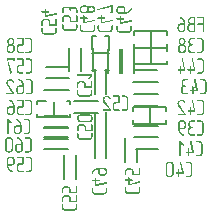
<source format=gbo>
G04*
G04 #@! TF.GenerationSoftware,Altium Limited,Altium Designer,24.4.1 (13)*
G04*
G04 Layer_Color=16776960*
%FSLAX44Y44*%
%MOMM*%
G71*
G04*
G04 #@! TF.SameCoordinates,15E4D96D-5BE7-4AE5-8AB4-AC3752DCFCC4*
G04*
G04*
G04 #@! TF.FilePolarity,Positive*
G04*
G01*
G75*
%ADD10C,0.1500*%
G36*
X528135Y405819D02*
X528360Y405786D01*
X528560Y405744D01*
X528760Y405686D01*
X528943Y405619D01*
X529118Y405544D01*
X529277Y405469D01*
X529418Y405386D01*
X529552Y405303D01*
X529668Y405228D01*
X529768Y405153D01*
X529852Y405086D01*
X529918Y405028D01*
X529960Y404986D01*
X529993Y404953D01*
X530002Y404944D01*
X530152Y404778D01*
X530276Y404603D01*
X530393Y404428D01*
X530485Y404253D01*
X530568Y404086D01*
X530635Y403911D01*
X530693Y403753D01*
X530735Y403595D01*
X530776Y403453D01*
X530801Y403320D01*
X530818Y403203D01*
X530826Y403103D01*
X530835Y403020D01*
X530843Y402953D01*
Y402920D01*
Y402903D01*
Y395605D01*
X530835Y395380D01*
X530801Y395163D01*
X530760Y394955D01*
X530701Y394764D01*
X530635Y394580D01*
X530560Y394414D01*
X530476Y394255D01*
X530393Y394105D01*
X530310Y393980D01*
X530235Y393864D01*
X530160Y393764D01*
X530093Y393681D01*
X530035Y393614D01*
X529993Y393572D01*
X529960Y393539D01*
X529952Y393531D01*
X529785Y393381D01*
X529610Y393247D01*
X529435Y393139D01*
X529260Y393039D01*
X529085Y392956D01*
X528910Y392889D01*
X528752Y392831D01*
X528594Y392789D01*
X528452Y392756D01*
X528319Y392723D01*
X528202Y392706D01*
X528102Y392697D01*
X528019Y392689D01*
X527961Y392681D01*
X525644D01*
X525536Y392689D01*
X525436Y392714D01*
X525353Y392747D01*
X525286Y392789D01*
X525228Y392822D01*
X525195Y392856D01*
X525169Y392881D01*
X525161Y392889D01*
X525103Y392964D01*
X525061Y393047D01*
X525036Y393122D01*
X525011Y393189D01*
X525003Y393247D01*
X524995Y393289D01*
Y393322D01*
Y393331D01*
X525003Y393414D01*
X525028Y393497D01*
X525061Y393572D01*
X525094Y393639D01*
X525128Y393689D01*
X525161Y393731D01*
X525186Y393756D01*
X525195Y393764D01*
X525270Y393831D01*
X525353Y393881D01*
X525428Y393922D01*
X525494Y393947D01*
X525553Y393964D01*
X525603Y393972D01*
X527910D01*
X528035Y393980D01*
X528152Y393989D01*
X528269Y394014D01*
X528377Y394047D01*
X528577Y394122D01*
X528744Y394214D01*
X528819Y394255D01*
X528877Y394297D01*
X528935Y394339D01*
X528985Y394372D01*
X529019Y394405D01*
X529044Y394430D01*
X529060Y394439D01*
X529068Y394447D01*
X529152Y394539D01*
X529227Y394639D01*
X529285Y394730D01*
X529343Y394830D01*
X529385Y394930D01*
X529427Y395030D01*
X529485Y395205D01*
X529518Y395364D01*
X529527Y395430D01*
X529535Y395489D01*
X529543Y395538D01*
Y395572D01*
Y395597D01*
Y395605D01*
Y402903D01*
X529535Y403028D01*
X529527Y403153D01*
X529502Y403270D01*
X529468Y403378D01*
X529393Y403570D01*
X529302Y403745D01*
X529260Y403811D01*
X529218Y403878D01*
X529177Y403936D01*
X529143Y403978D01*
X529110Y404011D01*
X529085Y404036D01*
X529077Y404053D01*
X529068Y404061D01*
X528977Y404145D01*
X528877Y404220D01*
X528785Y404278D01*
X528685Y404336D01*
X528585Y404386D01*
X528485Y404420D01*
X528310Y404478D01*
X528152Y404511D01*
X528085Y404520D01*
X528027Y404528D01*
X527977Y404536D01*
X525644D01*
X525536Y404544D01*
X525436Y404570D01*
X525353Y404603D01*
X525286Y404645D01*
X525228Y404678D01*
X525195Y404711D01*
X525169Y404736D01*
X525161Y404744D01*
X525103Y404819D01*
X525061Y404903D01*
X525036Y404978D01*
X525011Y405044D01*
X525003Y405103D01*
X524995Y405144D01*
Y405178D01*
Y405186D01*
X525003Y405269D01*
X525028Y405353D01*
X525061Y405428D01*
X525094Y405494D01*
X525128Y405544D01*
X525161Y405586D01*
X525186Y405611D01*
X525195Y405619D01*
X525270Y405686D01*
X525353Y405736D01*
X525428Y405778D01*
X525494Y405802D01*
X525553Y405819D01*
X525603Y405827D01*
X527910D01*
X528135Y405819D01*
D02*
G37*
G36*
X522862D02*
X522953Y405802D01*
X523045Y405769D01*
X523112Y405728D01*
X523178Y405677D01*
X523228Y405628D01*
X523270Y405569D01*
X523303Y405511D01*
X523353Y405386D01*
X523378Y405286D01*
Y405244D01*
X523387Y405211D01*
Y405194D01*
Y405186D01*
Y399696D01*
X523378Y399579D01*
X523362Y399487D01*
X523328Y399396D01*
X523287Y399329D01*
X523237Y399263D01*
X523187Y399212D01*
X523128Y399171D01*
X523062Y399137D01*
X522945Y399087D01*
X522845Y399062D01*
X522803D01*
X522770Y399054D01*
X520454D01*
X520329Y399046D01*
X520212Y399038D01*
X520096Y399013D01*
X519987Y398979D01*
X519796Y398904D01*
X519629Y398821D01*
X519554Y398771D01*
X519488Y398729D01*
X519438Y398688D01*
X519388Y398654D01*
X519354Y398621D01*
X519329Y398596D01*
X519313Y398588D01*
X519304Y398579D01*
X519221Y398488D01*
X519146Y398396D01*
X519088Y398296D01*
X519029Y398196D01*
X518979Y398105D01*
X518946Y398004D01*
X518888Y397830D01*
X518854Y397671D01*
X518846Y397605D01*
X518838Y397546D01*
X518829Y397496D01*
Y397463D01*
Y397438D01*
Y397430D01*
Y395605D01*
X518838Y395480D01*
X518846Y395355D01*
X518871Y395238D01*
X518904Y395130D01*
X518979Y394930D01*
X519063Y394764D01*
X519113Y394689D01*
X519154Y394622D01*
X519196Y394572D01*
X519229Y394522D01*
X519263Y394489D01*
X519288Y394464D01*
X519296Y394447D01*
X519304Y394439D01*
X519396Y394355D01*
X519488Y394289D01*
X519588Y394222D01*
X519688Y394172D01*
X519879Y394089D01*
X520054Y394030D01*
X520212Y393997D01*
X520279Y393989D01*
X520337Y393980D01*
X520387Y393972D01*
X522745D01*
X522862Y393964D01*
X522962Y393931D01*
X523045Y393897D01*
X523112Y393847D01*
X523170Y393806D01*
X523203Y393764D01*
X523228Y393731D01*
X523237Y393722D01*
X523287Y393639D01*
X523320Y393556D01*
X523353Y393489D01*
X523370Y393439D01*
X523378Y393389D01*
X523387Y393356D01*
Y393339D01*
Y393331D01*
X523378Y393239D01*
X523362Y393147D01*
X523337Y393064D01*
X523303Y392997D01*
X523270Y392939D01*
X523245Y392897D01*
X523228Y392864D01*
X523220Y392856D01*
X523145Y392798D01*
X523070Y392756D01*
X522987Y392723D01*
X522912Y392706D01*
X522845Y392689D01*
X522795Y392681D01*
X520454D01*
X520229Y392689D01*
X520021Y392714D01*
X519813Y392764D01*
X519621Y392814D01*
X519438Y392881D01*
X519271Y392956D01*
X519113Y393031D01*
X518971Y393114D01*
X518838Y393189D01*
X518721Y393264D01*
X518621Y393339D01*
X518538Y393406D01*
X518471Y393464D01*
X518430Y393506D01*
X518396Y393531D01*
X518388Y393539D01*
X518238Y393706D01*
X518105Y393881D01*
X517988Y394055D01*
X517888Y394230D01*
X517805Y394405D01*
X517738Y394572D01*
X517680Y394739D01*
X517638Y394897D01*
X517605Y395047D01*
X517571Y395180D01*
X517555Y395297D01*
X517547Y395405D01*
X517538Y395489D01*
X517530Y395555D01*
Y395588D01*
Y395605D01*
Y397430D01*
X517538Y397646D01*
X517563Y397863D01*
X517605Y398063D01*
X517663Y398254D01*
X517730Y398429D01*
X517805Y398604D01*
X517880Y398754D01*
X517955Y398904D01*
X518038Y399029D01*
X518113Y399146D01*
X518188Y399246D01*
X518255Y399329D01*
X518305Y399396D01*
X518355Y399437D01*
X518380Y399471D01*
X518388Y399479D01*
X518554Y399629D01*
X518721Y399762D01*
X518896Y399879D01*
X519071Y399979D01*
X519246Y400062D01*
X519421Y400137D01*
X519588Y400196D01*
X519746Y400237D01*
X519888Y400271D01*
X520029Y400304D01*
X520146Y400321D01*
X520254Y400329D01*
X520337Y400337D01*
X520404Y400346D01*
X522087D01*
Y404536D01*
X518180D01*
X518071Y404544D01*
X517971Y404570D01*
X517896Y404603D01*
X517830Y404645D01*
X517771Y404678D01*
X517738Y404711D01*
X517713Y404736D01*
X517705Y404744D01*
X517646Y404819D01*
X517605Y404903D01*
X517571Y404978D01*
X517555Y405044D01*
X517538Y405103D01*
X517530Y405144D01*
Y405178D01*
Y405186D01*
X517538Y405269D01*
X517563Y405353D01*
X517597Y405428D01*
X517630Y405494D01*
X517671Y405544D01*
X517705Y405586D01*
X517730Y405611D01*
X517738Y405619D01*
X517813Y405686D01*
X517888Y405736D01*
X517963Y405778D01*
X518030Y405802D01*
X518096Y405819D01*
X518138Y405827D01*
X522745D01*
X522862Y405819D01*
D02*
G37*
G36*
X513223D02*
X513439Y405786D01*
X513647Y405744D01*
X513839Y405686D01*
X514031Y405619D01*
X514197Y405544D01*
X514356Y405469D01*
X514497Y405386D01*
X514631Y405303D01*
X514747Y405228D01*
X514847Y405153D01*
X514930Y405086D01*
X514997Y405028D01*
X515039Y404986D01*
X515072Y404953D01*
X515080Y404944D01*
X515230Y404778D01*
X515364Y404603D01*
X515472Y404428D01*
X515572Y404253D01*
X515655Y404086D01*
X515722Y403911D01*
X515780Y403753D01*
X515822Y403595D01*
X515855Y403453D01*
X515889Y403320D01*
X515905Y403203D01*
X515914Y403103D01*
X515922Y403020D01*
X515930Y402953D01*
Y402920D01*
Y402903D01*
Y401079D01*
X515922Y400854D01*
X515897Y400637D01*
X515855Y400429D01*
X515797Y400237D01*
X515730Y400046D01*
X515664Y399879D01*
X515580Y399721D01*
X515505Y399579D01*
X515422Y399446D01*
X515347Y399329D01*
X515280Y399229D01*
X515214Y399146D01*
X515155Y399079D01*
X515114Y399038D01*
X515089Y399004D01*
X515080Y398996D01*
X514914Y398846D01*
X514747Y398721D01*
X514572Y398604D01*
X514397Y398513D01*
X514222Y398429D01*
X514047Y398363D01*
X513881Y398304D01*
X513722Y398263D01*
X513573Y398221D01*
X513431Y398196D01*
X513306Y398179D01*
X513206Y398171D01*
X513114Y398163D01*
X513056Y398154D01*
X510457D01*
X510465Y398004D01*
X510490Y397838D01*
X510532Y397671D01*
X510573Y397505D01*
X510623Y397355D01*
X510640Y397296D01*
X510657Y397238D01*
X510673Y397196D01*
X510690Y397163D01*
X510698Y397138D01*
Y397130D01*
X510790Y396888D01*
X510890Y396671D01*
X510981Y396463D01*
X511073Y396288D01*
X511115Y396205D01*
X511148Y396138D01*
X511181Y396080D01*
X511206Y396030D01*
X511231Y395988D01*
X511248Y395955D01*
X511265Y395938D01*
Y395930D01*
X511456Y395655D01*
X511656Y395405D01*
X511748Y395297D01*
X511840Y395188D01*
X511931Y395097D01*
X512015Y395005D01*
X512090Y394930D01*
X512156Y394864D01*
X512223Y394805D01*
X512273Y394755D01*
X512314Y394714D01*
X512348Y394689D01*
X512365Y394672D01*
X512373Y394664D01*
X512523Y394555D01*
X512606Y394497D01*
X513014Y394239D01*
X513298Y394097D01*
X513431Y394030D01*
X513556Y393980D01*
X513656Y393939D01*
X513739Y393905D01*
X513772Y393897D01*
X513797Y393889D01*
X513806Y393881D01*
X513814D01*
X513864Y393864D01*
X513906Y393831D01*
X513972Y393764D01*
X513997Y393731D01*
X514014Y393697D01*
X514031Y393681D01*
Y393672D01*
X514072Y393556D01*
X514097Y393439D01*
Y393397D01*
X514106Y393364D01*
Y393339D01*
Y393331D01*
X514097Y393239D01*
X514081Y393147D01*
X514047Y393064D01*
X514014Y392989D01*
X513989Y392931D01*
X513956Y392889D01*
X513939Y392856D01*
X513931Y392848D01*
X513831Y392789D01*
X513739Y392747D01*
X513656Y392714D01*
X513589Y392697D01*
X513539Y392681D01*
X513506Y392673D01*
X513473D01*
X513239Y392714D01*
X512881Y392873D01*
X512539Y393047D01*
X512223Y393239D01*
X511931Y393439D01*
X511656Y393647D01*
X511406Y393856D01*
X511173Y394072D01*
X510965Y394272D01*
X510782Y394472D01*
X510615Y394655D01*
X510482Y394822D01*
X510365Y394964D01*
X510282Y395089D01*
X510248Y395139D01*
X510215Y395180D01*
X510190Y395214D01*
X510182Y395238D01*
X510165Y395247D01*
Y395255D01*
X509990Y395563D01*
X509832Y395880D01*
X509698Y396197D01*
X509582Y396505D01*
X509482Y396813D01*
X509407Y397113D01*
X509340Y397396D01*
X509282Y397663D01*
X509240Y397913D01*
X509207Y398146D01*
X509190Y398346D01*
X509174Y398513D01*
X509165Y398588D01*
Y398654D01*
X509157Y398713D01*
Y398763D01*
Y398796D01*
Y398821D01*
Y398838D01*
Y398846D01*
Y402903D01*
Y403195D01*
X509207Y403511D01*
X509357Y404028D01*
X509449Y404220D01*
X509565Y404403D01*
X509682Y404578D01*
X509807Y404728D01*
X509915Y404853D01*
X509965Y404903D01*
X510007Y404944D01*
X510040Y404978D01*
X510065Y405003D01*
X510082Y405019D01*
X510090Y405028D01*
X510240Y405169D01*
X510407Y405294D01*
X510565Y405403D01*
X510732Y405494D01*
X510898Y405569D01*
X511065Y405636D01*
X511231Y405686D01*
X511381Y405728D01*
X511523Y405761D01*
X511656Y405786D01*
X511781Y405802D01*
X511881Y405819D01*
X511965D01*
X512031Y405827D01*
X512998D01*
X513223Y405819D01*
D02*
G37*
G36*
X528135Y454061D02*
X528360Y454027D01*
X528560Y453986D01*
X528760Y453927D01*
X528943Y453861D01*
X529118Y453786D01*
X529277Y453711D01*
X529418Y453628D01*
X529552Y453544D01*
X529668Y453469D01*
X529768Y453394D01*
X529852Y453328D01*
X529918Y453269D01*
X529960Y453228D01*
X529993Y453194D01*
X530002Y453186D01*
X530152Y453019D01*
X530276Y452845D01*
X530393Y452669D01*
X530485Y452495D01*
X530568Y452328D01*
X530635Y452153D01*
X530693Y451995D01*
X530735Y451836D01*
X530776Y451695D01*
X530801Y451562D01*
X530818Y451445D01*
X530826Y451345D01*
X530835Y451261D01*
X530843Y451195D01*
Y451162D01*
Y451145D01*
Y443847D01*
X530835Y443622D01*
X530801Y443405D01*
X530760Y443197D01*
X530701Y443005D01*
X530635Y442822D01*
X530560Y442655D01*
X530476Y442497D01*
X530393Y442347D01*
X530310Y442222D01*
X530235Y442105D01*
X530160Y442006D01*
X530093Y441922D01*
X530035Y441856D01*
X529993Y441814D01*
X529960Y441781D01*
X529952Y441772D01*
X529785Y441622D01*
X529610Y441489D01*
X529435Y441381D01*
X529260Y441281D01*
X529085Y441197D01*
X528910Y441131D01*
X528752Y441073D01*
X528594Y441031D01*
X528452Y440998D01*
X528319Y440964D01*
X528202Y440947D01*
X528102Y440939D01*
X528019Y440931D01*
X527961Y440923D01*
X525644D01*
X525536Y440931D01*
X525436Y440956D01*
X525353Y440989D01*
X525286Y441031D01*
X525228Y441064D01*
X525195Y441097D01*
X525169Y441123D01*
X525161Y441131D01*
X525103Y441206D01*
X525061Y441289D01*
X525036Y441364D01*
X525011Y441431D01*
X525003Y441489D01*
X524995Y441531D01*
Y441564D01*
Y441572D01*
X525003Y441656D01*
X525028Y441739D01*
X525061Y441814D01*
X525094Y441881D01*
X525128Y441931D01*
X525161Y441972D01*
X525186Y441997D01*
X525195Y442006D01*
X525270Y442072D01*
X525353Y442122D01*
X525428Y442164D01*
X525494Y442189D01*
X525553Y442206D01*
X525603Y442214D01*
X527910D01*
X528035Y442222D01*
X528152Y442230D01*
X528269Y442256D01*
X528377Y442289D01*
X528577Y442364D01*
X528744Y442455D01*
X528819Y442497D01*
X528877Y442539D01*
X528935Y442580D01*
X528985Y442614D01*
X529019Y442647D01*
X529044Y442672D01*
X529060Y442680D01*
X529068Y442689D01*
X529152Y442780D01*
X529227Y442880D01*
X529285Y442972D01*
X529343Y443072D01*
X529385Y443172D01*
X529427Y443272D01*
X529485Y443447D01*
X529518Y443605D01*
X529527Y443672D01*
X529535Y443730D01*
X529543Y443780D01*
Y443813D01*
Y443838D01*
Y443847D01*
Y451145D01*
X529535Y451270D01*
X529527Y451395D01*
X529502Y451511D01*
X529468Y451620D01*
X529393Y451811D01*
X529302Y451986D01*
X529260Y452053D01*
X529218Y452120D01*
X529177Y452178D01*
X529143Y452220D01*
X529110Y452253D01*
X529085Y452278D01*
X529077Y452295D01*
X529068Y452303D01*
X528977Y452386D01*
X528877Y452461D01*
X528785Y452519D01*
X528685Y452578D01*
X528585Y452628D01*
X528485Y452661D01*
X528310Y452719D01*
X528152Y452753D01*
X528085Y452761D01*
X528027Y452770D01*
X527977Y452778D01*
X525644D01*
X525536Y452786D01*
X525436Y452811D01*
X525353Y452845D01*
X525286Y452886D01*
X525228Y452919D01*
X525195Y452953D01*
X525169Y452978D01*
X525161Y452986D01*
X525103Y453061D01*
X525061Y453144D01*
X525036Y453219D01*
X525011Y453286D01*
X525003Y453344D01*
X524995Y453386D01*
Y453419D01*
Y453428D01*
X525003Y453511D01*
X525028Y453594D01*
X525061Y453669D01*
X525094Y453736D01*
X525128Y453786D01*
X525161Y453828D01*
X525186Y453853D01*
X525195Y453861D01*
X525270Y453927D01*
X525353Y453978D01*
X525428Y454019D01*
X525494Y454044D01*
X525553Y454061D01*
X525603Y454069D01*
X527910D01*
X528135Y454061D01*
D02*
G37*
G36*
X522862D02*
X522953Y454044D01*
X523045Y454011D01*
X523112Y453969D01*
X523178Y453919D01*
X523228Y453869D01*
X523270Y453811D01*
X523303Y453753D01*
X523353Y453628D01*
X523378Y453528D01*
Y453486D01*
X523387Y453453D01*
Y453436D01*
Y453428D01*
Y447937D01*
X523378Y447821D01*
X523362Y447729D01*
X523328Y447637D01*
X523287Y447571D01*
X523237Y447504D01*
X523187Y447454D01*
X523128Y447412D01*
X523062Y447379D01*
X522945Y447329D01*
X522845Y447304D01*
X522803D01*
X522770Y447296D01*
X520454D01*
X520329Y447287D01*
X520212Y447279D01*
X520096Y447254D01*
X519987Y447221D01*
X519796Y447146D01*
X519629Y447063D01*
X519554Y447013D01*
X519488Y446971D01*
X519438Y446929D01*
X519388Y446896D01*
X519354Y446863D01*
X519329Y446838D01*
X519313Y446829D01*
X519304Y446821D01*
X519221Y446729D01*
X519146Y446638D01*
X519088Y446538D01*
X519029Y446438D01*
X518979Y446346D01*
X518946Y446246D01*
X518888Y446071D01*
X518854Y445913D01*
X518846Y445846D01*
X518838Y445788D01*
X518829Y445738D01*
Y445705D01*
Y445680D01*
Y445671D01*
Y443847D01*
X518838Y443722D01*
X518846Y443597D01*
X518871Y443480D01*
X518904Y443372D01*
X518979Y443172D01*
X519063Y443005D01*
X519113Y442930D01*
X519154Y442864D01*
X519196Y442814D01*
X519229Y442764D01*
X519263Y442730D01*
X519288Y442705D01*
X519296Y442689D01*
X519304Y442680D01*
X519396Y442597D01*
X519488Y442530D01*
X519588Y442464D01*
X519688Y442414D01*
X519879Y442331D01*
X520054Y442272D01*
X520212Y442239D01*
X520279Y442230D01*
X520337Y442222D01*
X520387Y442214D01*
X522745D01*
X522862Y442206D01*
X522962Y442172D01*
X523045Y442139D01*
X523112Y442089D01*
X523170Y442047D01*
X523203Y442006D01*
X523228Y441972D01*
X523237Y441964D01*
X523287Y441881D01*
X523320Y441797D01*
X523353Y441731D01*
X523370Y441681D01*
X523378Y441631D01*
X523387Y441597D01*
Y441581D01*
Y441572D01*
X523378Y441481D01*
X523362Y441389D01*
X523337Y441306D01*
X523303Y441239D01*
X523270Y441181D01*
X523245Y441139D01*
X523228Y441106D01*
X523220Y441097D01*
X523145Y441039D01*
X523070Y440998D01*
X522987Y440964D01*
X522912Y440947D01*
X522845Y440931D01*
X522795Y440923D01*
X520454D01*
X520229Y440931D01*
X520021Y440956D01*
X519813Y441006D01*
X519621Y441056D01*
X519438Y441123D01*
X519271Y441197D01*
X519113Y441272D01*
X518971Y441356D01*
X518838Y441431D01*
X518721Y441506D01*
X518621Y441581D01*
X518538Y441647D01*
X518471Y441706D01*
X518430Y441747D01*
X518396Y441772D01*
X518388Y441781D01*
X518238Y441947D01*
X518105Y442122D01*
X517988Y442297D01*
X517888Y442472D01*
X517805Y442647D01*
X517738Y442814D01*
X517680Y442980D01*
X517638Y443139D01*
X517605Y443289D01*
X517571Y443422D01*
X517555Y443539D01*
X517547Y443647D01*
X517538Y443730D01*
X517530Y443797D01*
Y443830D01*
Y443847D01*
Y445671D01*
X517538Y445888D01*
X517563Y446105D01*
X517605Y446305D01*
X517663Y446496D01*
X517730Y446671D01*
X517805Y446846D01*
X517880Y446996D01*
X517955Y447146D01*
X518038Y447271D01*
X518113Y447388D01*
X518188Y447487D01*
X518255Y447571D01*
X518305Y447637D01*
X518355Y447679D01*
X518380Y447712D01*
X518388Y447721D01*
X518554Y447871D01*
X518721Y448004D01*
X518896Y448121D01*
X519071Y448221D01*
X519246Y448304D01*
X519421Y448379D01*
X519588Y448437D01*
X519746Y448479D01*
X519888Y448512D01*
X520029Y448546D01*
X520146Y448562D01*
X520254Y448571D01*
X520337Y448579D01*
X520404Y448587D01*
X522087D01*
Y452778D01*
X518180D01*
X518071Y452786D01*
X517971Y452811D01*
X517896Y452845D01*
X517830Y452886D01*
X517771Y452919D01*
X517738Y452953D01*
X517713Y452978D01*
X517705Y452986D01*
X517646Y453061D01*
X517605Y453144D01*
X517571Y453219D01*
X517555Y453286D01*
X517538Y453344D01*
X517530Y453386D01*
Y453419D01*
Y453428D01*
X517538Y453511D01*
X517563Y453594D01*
X517597Y453669D01*
X517630Y453736D01*
X517671Y453786D01*
X517705Y453828D01*
X517730Y453853D01*
X517738Y453861D01*
X517813Y453927D01*
X517888Y453978D01*
X517963Y454019D01*
X518030Y454044D01*
X518096Y454061D01*
X518138Y454069D01*
X522745D01*
X522862Y454061D01*
D02*
G37*
G36*
X511865Y454027D02*
X512223Y453869D01*
X512564Y453694D01*
X512881Y453503D01*
X513173Y453303D01*
X513447Y453094D01*
X513697Y452886D01*
X513931Y452669D01*
X514131Y452470D01*
X514322Y452270D01*
X514481Y452086D01*
X514614Y451920D01*
X514730Y451778D01*
X514814Y451653D01*
X514847Y451603D01*
X514880Y451562D01*
X514906Y451528D01*
X514914Y451503D01*
X514930Y451495D01*
Y451487D01*
X515105Y451178D01*
X515264Y450862D01*
X515397Y450553D01*
X515505Y450237D01*
X515605Y449929D01*
X515689Y449637D01*
X515755Y449354D01*
X515805Y449087D01*
X515847Y448837D01*
X515880Y448604D01*
X515897Y448404D01*
X515914Y448237D01*
X515922Y448162D01*
Y448096D01*
X515930Y448037D01*
Y447987D01*
Y447954D01*
Y447929D01*
Y447912D01*
Y447904D01*
Y443847D01*
X515922Y443622D01*
X515889Y443405D01*
X515847Y443197D01*
X515789Y443005D01*
X515722Y442814D01*
X515647Y442647D01*
X515564Y442489D01*
X515480Y442347D01*
X515397Y442214D01*
X515314Y442097D01*
X515239Y441997D01*
X515172Y441914D01*
X515114Y441847D01*
X515072Y441806D01*
X515039Y441772D01*
X515030Y441764D01*
X514855Y441614D01*
X514689Y441489D01*
X514506Y441372D01*
X514331Y441281D01*
X514164Y441197D01*
X513997Y441131D01*
X513831Y441073D01*
X513681Y441031D01*
X513539Y440989D01*
X513406Y440964D01*
X513298Y440947D01*
X513198Y440939D01*
X513114Y440931D01*
X513056Y440923D01*
X512090D01*
X511865Y440931D01*
X511648Y440956D01*
X511448Y440998D01*
X511248Y441056D01*
X511073Y441123D01*
X510898Y441189D01*
X510740Y441272D01*
X510598Y441347D01*
X510465Y441431D01*
X510348Y441506D01*
X510248Y441572D01*
X510165Y441639D01*
X510098Y441697D01*
X510057Y441739D01*
X510023Y441764D01*
X510015Y441772D01*
X509865Y441939D01*
X509732Y442105D01*
X509615Y442281D01*
X509515Y442455D01*
X509432Y442630D01*
X509365Y442805D01*
X509307Y442972D01*
X509265Y443130D01*
X509232Y443280D01*
X509199Y443414D01*
X509182Y443539D01*
X509174Y443638D01*
X509165Y443730D01*
X509157Y443797D01*
Y443830D01*
Y443847D01*
Y445671D01*
X509165Y445896D01*
X509190Y446113D01*
X509232Y446321D01*
X509290Y446513D01*
X509357Y446696D01*
X509432Y446863D01*
X509507Y447021D01*
X509582Y447171D01*
X509665Y447296D01*
X509740Y447412D01*
X509815Y447513D01*
X509882Y447596D01*
X509932Y447663D01*
X509982Y447704D01*
X510007Y447737D01*
X510015Y447746D01*
X510182Y447896D01*
X510348Y448029D01*
X510523Y448137D01*
X510698Y448237D01*
X510873Y448321D01*
X511048Y448387D01*
X511215Y448446D01*
X511373Y448487D01*
X511523Y448521D01*
X511665Y448554D01*
X511790Y448571D01*
X511890Y448579D01*
X511981Y448587D01*
X512039Y448596D01*
X514631D01*
X514622Y448745D01*
X514597Y448912D01*
X514556Y449087D01*
X514514Y449245D01*
X514472Y449395D01*
X514447Y449462D01*
X514431Y449512D01*
X514422Y449562D01*
X514406Y449595D01*
X514397Y449612D01*
Y449620D01*
X514306Y449862D01*
X514206Y450079D01*
X514114Y450278D01*
X514031Y450453D01*
X513989Y450528D01*
X513956Y450595D01*
X513922Y450645D01*
X513897Y450695D01*
X513881Y450737D01*
X513864Y450762D01*
X513847Y450778D01*
Y450787D01*
X513747Y450937D01*
X513647Y451070D01*
X513548Y451203D01*
X513456Y451320D01*
X513364Y451428D01*
X513273Y451536D01*
X513189Y451628D01*
X513106Y451711D01*
X513031Y451786D01*
X512964Y451853D01*
X512906Y451911D01*
X512856Y451953D01*
X512814Y451986D01*
X512781Y452020D01*
X512764Y452028D01*
X512756Y452036D01*
X512648Y452120D01*
X512539Y452203D01*
X512439Y452278D01*
X512331Y452353D01*
X512248Y452403D01*
X512173Y452453D01*
X512131Y452478D01*
X512114Y452486D01*
X511790Y452653D01*
X511590Y452744D01*
X511406Y452811D01*
X511323Y452861D01*
X511256Y452919D01*
X511198Y452961D01*
X511156Y453003D01*
X511123Y453044D01*
X511098Y453069D01*
X511082Y453086D01*
Y453094D01*
X511048Y453153D01*
X511031Y453203D01*
X510998Y453311D01*
Y453353D01*
X510990Y453386D01*
Y453411D01*
Y453419D01*
X510998Y453511D01*
X511015Y453594D01*
X511048Y453669D01*
X511073Y453736D01*
X511106Y453794D01*
X511140Y453836D01*
X511156Y453861D01*
X511165Y453869D01*
X511231Y453936D01*
X511306Y453986D01*
X511381Y454027D01*
X511456Y454053D01*
X511515Y454069D01*
X511565Y454077D01*
X511615D01*
X511865Y454027D01*
D02*
G37*
G36*
X673135Y436569D02*
X673360Y436536D01*
X673560Y436494D01*
X673760Y436436D01*
X673943Y436369D01*
X674118Y436294D01*
X674277Y436219D01*
X674418Y436136D01*
X674552Y436053D01*
X674668Y435978D01*
X674768Y435903D01*
X674852Y435836D01*
X674918Y435778D01*
X674960Y435736D01*
X674993Y435703D01*
X675002Y435694D01*
X675152Y435528D01*
X675276Y435353D01*
X675393Y435178D01*
X675485Y435003D01*
X675568Y434836D01*
X675635Y434661D01*
X675693Y434503D01*
X675735Y434345D01*
X675776Y434203D01*
X675801Y434070D01*
X675818Y433953D01*
X675826Y433853D01*
X675835Y433770D01*
X675843Y433703D01*
Y433670D01*
Y433653D01*
Y426355D01*
X675835Y426130D01*
X675801Y425914D01*
X675760Y425705D01*
X675701Y425514D01*
X675635Y425330D01*
X675560Y425164D01*
X675477Y425005D01*
X675393Y424855D01*
X675310Y424730D01*
X675235Y424614D01*
X675160Y424514D01*
X675093Y424431D01*
X675035Y424364D01*
X674993Y424322D01*
X674960Y424289D01*
X674952Y424281D01*
X674785Y424131D01*
X674610Y423997D01*
X674435Y423889D01*
X674260Y423789D01*
X674085Y423706D01*
X673910Y423639D01*
X673752Y423581D01*
X673594Y423539D01*
X673452Y423506D01*
X673319Y423473D01*
X673202Y423456D01*
X673102Y423447D01*
X673019Y423439D01*
X672961Y423431D01*
X670644D01*
X670536Y423439D01*
X670436Y423464D01*
X670353Y423498D01*
X670286Y423539D01*
X670228Y423573D01*
X670194Y423606D01*
X670170Y423631D01*
X670161Y423639D01*
X670103Y423714D01*
X670061Y423797D01*
X670036Y423872D01*
X670011Y423939D01*
X670003Y423997D01*
X669995Y424039D01*
Y424072D01*
Y424081D01*
X670003Y424164D01*
X670028Y424247D01*
X670061Y424322D01*
X670095Y424389D01*
X670128Y424439D01*
X670161Y424481D01*
X670186Y424506D01*
X670194Y424514D01*
X670269Y424581D01*
X670353Y424631D01*
X670428Y424672D01*
X670494Y424697D01*
X670553Y424714D01*
X670603Y424722D01*
X672911D01*
X673035Y424730D01*
X673152Y424739D01*
X673269Y424764D01*
X673377Y424797D01*
X673577Y424872D01*
X673744Y424964D01*
X673819Y425005D01*
X673877Y425047D01*
X673935Y425089D01*
X673985Y425122D01*
X674018Y425155D01*
X674044Y425180D01*
X674060Y425189D01*
X674069Y425197D01*
X674152Y425289D01*
X674227Y425389D01*
X674285Y425480D01*
X674343Y425580D01*
X674385Y425680D01*
X674427Y425780D01*
X674485Y425955D01*
X674518Y426114D01*
X674527Y426180D01*
X674535Y426239D01*
X674543Y426288D01*
Y426322D01*
Y426347D01*
Y426355D01*
Y433653D01*
X674535Y433778D01*
X674527Y433903D01*
X674502Y434020D01*
X674468Y434128D01*
X674393Y434320D01*
X674302Y434495D01*
X674260Y434561D01*
X674219Y434628D01*
X674177Y434686D01*
X674144Y434728D01*
X674110Y434761D01*
X674085Y434786D01*
X674077Y434803D01*
X674069Y434811D01*
X673977Y434895D01*
X673877Y434970D01*
X673785Y435028D01*
X673685Y435086D01*
X673585Y435136D01*
X673485Y435169D01*
X673310Y435228D01*
X673152Y435261D01*
X673085Y435270D01*
X673027Y435278D01*
X672977Y435286D01*
X670644D01*
X670536Y435294D01*
X670436Y435320D01*
X670353Y435353D01*
X670286Y435395D01*
X670228Y435428D01*
X670194Y435461D01*
X670170Y435486D01*
X670161Y435494D01*
X670103Y435569D01*
X670061Y435653D01*
X670036Y435728D01*
X670011Y435794D01*
X670003Y435853D01*
X669995Y435894D01*
Y435928D01*
Y435936D01*
X670003Y436019D01*
X670028Y436103D01*
X670061Y436178D01*
X670095Y436244D01*
X670128Y436294D01*
X670161Y436336D01*
X670186Y436361D01*
X670194Y436369D01*
X670269Y436436D01*
X670353Y436486D01*
X670428Y436527D01*
X670494Y436553D01*
X670553Y436569D01*
X670603Y436577D01*
X672911D01*
X673135Y436569D01*
D02*
G37*
G36*
X667862D02*
X667962Y436536D01*
X668045Y436502D01*
X668112Y436452D01*
X668170Y436411D01*
X668203Y436369D01*
X668228Y436336D01*
X668237Y436328D01*
X668287Y436244D01*
X668320Y436161D01*
X668353Y436094D01*
X668370Y436044D01*
X668378Y435994D01*
X668387Y435961D01*
Y435944D01*
Y435936D01*
X668378Y435844D01*
X668362Y435753D01*
X668337Y435669D01*
X668303Y435603D01*
X668270Y435544D01*
X668245Y435503D01*
X668228Y435469D01*
X668220Y435461D01*
X668145Y435403D01*
X668070Y435361D01*
X667987Y435328D01*
X667912Y435311D01*
X667845Y435294D01*
X667795Y435286D01*
X665921D01*
X665796Y435278D01*
X665671Y435270D01*
X665554Y435244D01*
X665446Y435211D01*
X665254Y435136D01*
X665079Y435045D01*
X665013Y435003D01*
X664946Y434953D01*
X664887Y434911D01*
X664846Y434878D01*
X664812Y434845D01*
X664788Y434828D01*
X664771Y434811D01*
X664763Y434803D01*
X664679Y434711D01*
X664604Y434620D01*
X664546Y434520D01*
X664488Y434420D01*
X664438Y434328D01*
X664404Y434228D01*
X664346Y434053D01*
X664313Y433895D01*
X664304Y433828D01*
X664296Y433770D01*
X664288Y433720D01*
Y433687D01*
Y433662D01*
Y433653D01*
Y432737D01*
X664296Y432612D01*
X664304Y432487D01*
X664329Y432370D01*
X664363Y432262D01*
X664438Y432062D01*
X664521Y431895D01*
X664571Y431820D01*
X664613Y431754D01*
X664654Y431704D01*
X664688Y431654D01*
X664721Y431620D01*
X664746Y431595D01*
X664754Y431579D01*
X664763Y431570D01*
X664854Y431487D01*
X664946Y431421D01*
X665046Y431354D01*
X665146Y431304D01*
X665337Y431221D01*
X665521Y431162D01*
X665679Y431129D01*
X665746Y431120D01*
X665804Y431112D01*
X665854Y431104D01*
X665921D01*
X666037Y431096D01*
X666137Y431062D01*
X666220Y431029D01*
X666287Y430979D01*
X666346Y430937D01*
X666379Y430896D01*
X666404Y430862D01*
X666412Y430854D01*
X666462Y430771D01*
X666495Y430687D01*
X666529Y430621D01*
X666545Y430571D01*
X666554Y430521D01*
X666562Y430487D01*
Y430471D01*
Y430462D01*
X666554Y430371D01*
X666537Y430279D01*
X666512Y430196D01*
X666479Y430129D01*
X666445Y430071D01*
X666421Y430029D01*
X666404Y429996D01*
X666395Y429987D01*
X666320Y429929D01*
X666245Y429888D01*
X666162Y429854D01*
X666087Y429837D01*
X666021Y429821D01*
X665971Y429813D01*
X665462D01*
X665337Y429804D01*
X665212Y429796D01*
X665096Y429771D01*
X664987Y429738D01*
X664796Y429663D01*
X664621Y429571D01*
X664554Y429529D01*
X664488Y429479D01*
X664429Y429438D01*
X664388Y429404D01*
X664354Y429371D01*
X664329Y429354D01*
X664313Y429338D01*
X664304Y429329D01*
X664221Y429238D01*
X664146Y429146D01*
X664088Y429046D01*
X664029Y428946D01*
X663979Y428854D01*
X663946Y428755D01*
X663888Y428579D01*
X663855Y428421D01*
X663846Y428355D01*
X663838Y428296D01*
X663829Y428246D01*
Y428213D01*
Y428188D01*
Y428180D01*
Y426355D01*
X663838Y426230D01*
X663846Y426105D01*
X663871Y425989D01*
X663904Y425880D01*
X663979Y425680D01*
X664063Y425514D01*
X664113Y425439D01*
X664154Y425372D01*
X664196Y425322D01*
X664229Y425272D01*
X664263Y425239D01*
X664288Y425214D01*
X664296Y425197D01*
X664304Y425189D01*
X664396Y425105D01*
X664488Y425039D01*
X664588Y424972D01*
X664688Y424922D01*
X664879Y424839D01*
X665062Y424781D01*
X665221Y424747D01*
X665287Y424739D01*
X665346Y424730D01*
X665396Y424722D01*
X667745D01*
X667862Y424714D01*
X667962Y424680D01*
X668045Y424647D01*
X668112Y424597D01*
X668170Y424556D01*
X668203Y424514D01*
X668228Y424481D01*
X668237Y424472D01*
X668287Y424389D01*
X668320Y424306D01*
X668353Y424239D01*
X668370Y424189D01*
X668378Y424139D01*
X668387Y424106D01*
Y424089D01*
Y424081D01*
X668378Y423989D01*
X668362Y423897D01*
X668337Y423814D01*
X668303Y423747D01*
X668270Y423689D01*
X668245Y423647D01*
X668228Y423614D01*
X668220Y423606D01*
X668145Y423548D01*
X668070Y423506D01*
X667987Y423473D01*
X667912Y423456D01*
X667845Y423439D01*
X667795Y423431D01*
X665462D01*
X665237Y423439D01*
X665021Y423464D01*
X664812Y423506D01*
X664621Y423564D01*
X664438Y423631D01*
X664271Y423698D01*
X664113Y423781D01*
X663963Y423856D01*
X663838Y423939D01*
X663721Y424014D01*
X663621Y424081D01*
X663538Y424147D01*
X663471Y424206D01*
X663430Y424247D01*
X663396Y424272D01*
X663388Y424281D01*
X663238Y424447D01*
X663105Y424614D01*
X662988Y424789D01*
X662888Y424964D01*
X662805Y425139D01*
X662738Y425314D01*
X662680Y425480D01*
X662638Y425639D01*
X662605Y425789D01*
X662571Y425922D01*
X662555Y426047D01*
X662546Y426147D01*
X662538Y426239D01*
X662530Y426305D01*
Y426338D01*
Y426355D01*
Y428180D01*
X662538Y428330D01*
X662546Y428480D01*
X662605Y428763D01*
X662671Y429021D01*
X662713Y429138D01*
X662755Y429246D01*
X662805Y429354D01*
X662846Y429438D01*
X662880Y429521D01*
X662913Y429588D01*
X662946Y429638D01*
X662971Y429679D01*
X662980Y429704D01*
X662988Y429713D01*
X663071Y429846D01*
X663163Y429963D01*
X663246Y430071D01*
X663338Y430163D01*
X663421Y430254D01*
X663504Y430329D01*
X663588Y430396D01*
X663663Y430454D01*
X663729Y430504D01*
X663796Y430546D01*
X663855Y430579D01*
X663904Y430604D01*
X663938Y430621D01*
X663971Y430637D01*
X663988Y430646D01*
X663996D01*
X663829Y430771D01*
X663680Y430904D01*
X663555Y431037D01*
X663455Y431171D01*
X663371Y431287D01*
X663313Y431379D01*
X663288Y431412D01*
X663271Y431437D01*
X663263Y431454D01*
Y431462D01*
X663205Y431570D01*
X663155Y431679D01*
X663113Y431770D01*
X663088Y431862D01*
X663071Y431929D01*
X663063Y431979D01*
X663055Y432020D01*
Y432029D01*
X662988Y432229D01*
Y432437D01*
Y432737D01*
Y433653D01*
X662996Y433878D01*
X663021Y434095D01*
X663063Y434303D01*
X663121Y434495D01*
X663188Y434678D01*
X663255Y434845D01*
X663330Y435003D01*
X663413Y435153D01*
X663488Y435278D01*
X663571Y435395D01*
X663638Y435494D01*
X663705Y435578D01*
X663763Y435644D01*
X663804Y435686D01*
X663829Y435719D01*
X663838Y435728D01*
X664004Y435878D01*
X664171Y436011D01*
X664346Y436119D01*
X664521Y436219D01*
X664696Y436303D01*
X664871Y436369D01*
X665038Y436427D01*
X665196Y436469D01*
X665346Y436502D01*
X665487Y436536D01*
X665612Y436553D01*
X665712Y436561D01*
X665804Y436569D01*
X665862Y436577D01*
X667745D01*
X667862Y436569D01*
D02*
G37*
G36*
X658223D02*
X658439Y436536D01*
X658648Y436494D01*
X658839Y436436D01*
X659031Y436369D01*
X659197Y436294D01*
X659356Y436219D01*
X659497Y436136D01*
X659631Y436053D01*
X659747Y435978D01*
X659847Y435903D01*
X659930Y435836D01*
X659997Y435778D01*
X660039Y435736D01*
X660072Y435703D01*
X660080Y435694D01*
X660230Y435528D01*
X660364Y435353D01*
X660472Y435178D01*
X660572Y435003D01*
X660655Y434836D01*
X660722Y434661D01*
X660780Y434503D01*
X660822Y434345D01*
X660855Y434203D01*
X660889Y434070D01*
X660905Y433953D01*
X660913Y433853D01*
X660922Y433770D01*
X660930Y433703D01*
Y433670D01*
Y433653D01*
Y431829D01*
X660922Y431604D01*
X660897Y431387D01*
X660855Y431179D01*
X660797Y430987D01*
X660730Y430796D01*
X660664Y430629D01*
X660580Y430471D01*
X660505Y430329D01*
X660422Y430196D01*
X660347Y430079D01*
X660280Y429979D01*
X660214Y429896D01*
X660155Y429829D01*
X660114Y429788D01*
X660089Y429754D01*
X660080Y429746D01*
X659914Y429596D01*
X659747Y429471D01*
X659572Y429354D01*
X659397Y429263D01*
X659222Y429179D01*
X659047Y429113D01*
X658881Y429054D01*
X658722Y429013D01*
X658572Y428971D01*
X658431Y428946D01*
X658306Y428929D01*
X658206Y428921D01*
X658114Y428913D01*
X658056Y428904D01*
X655457D01*
X655465Y428755D01*
X655490Y428588D01*
X655532Y428421D01*
X655573Y428255D01*
X655623Y428105D01*
X655640Y428046D01*
X655657Y427988D01*
X655673Y427946D01*
X655690Y427913D01*
X655698Y427888D01*
Y427880D01*
X655790Y427638D01*
X655890Y427421D01*
X655982Y427213D01*
X656073Y427038D01*
X656115Y426955D01*
X656148Y426888D01*
X656181Y426830D01*
X656206Y426780D01*
X656231Y426738D01*
X656248Y426705D01*
X656265Y426688D01*
Y426680D01*
X656456Y426405D01*
X656656Y426155D01*
X656748Y426047D01*
X656840Y425938D01*
X656931Y425847D01*
X657014Y425755D01*
X657089Y425680D01*
X657156Y425614D01*
X657223Y425555D01*
X657273Y425505D01*
X657315Y425464D01*
X657348Y425439D01*
X657364Y425422D01*
X657373Y425414D01*
X657523Y425305D01*
X657606Y425247D01*
X658014Y424989D01*
X658298Y424847D01*
X658431Y424781D01*
X658556Y424730D01*
X658656Y424689D01*
X658739Y424655D01*
X658772Y424647D01*
X658797Y424639D01*
X658806Y424631D01*
X658814D01*
X658864Y424614D01*
X658906Y424581D01*
X658972Y424514D01*
X658997Y424481D01*
X659014Y424447D01*
X659031Y424431D01*
Y424422D01*
X659072Y424306D01*
X659097Y424189D01*
Y424147D01*
X659106Y424114D01*
Y424089D01*
Y424081D01*
X659097Y423989D01*
X659081Y423897D01*
X659047Y423814D01*
X659014Y423739D01*
X658989Y423681D01*
X658956Y423639D01*
X658939Y423606D01*
X658931Y423597D01*
X658831Y423539D01*
X658739Y423498D01*
X658656Y423464D01*
X658589Y423447D01*
X658539Y423431D01*
X658506Y423423D01*
X658473D01*
X658239Y423464D01*
X657881Y423623D01*
X657539Y423797D01*
X657223Y423989D01*
X656931Y424189D01*
X656656Y424397D01*
X656406Y424606D01*
X656173Y424822D01*
X655965Y425022D01*
X655781Y425222D01*
X655615Y425405D01*
X655482Y425572D01*
X655365Y425714D01*
X655282Y425839D01*
X655248Y425889D01*
X655215Y425930D01*
X655190Y425964D01*
X655182Y425989D01*
X655165Y425997D01*
Y426005D01*
X654990Y426313D01*
X654832Y426630D01*
X654698Y426947D01*
X654582Y427255D01*
X654482Y427563D01*
X654407Y427863D01*
X654340Y428146D01*
X654282Y428413D01*
X654240Y428663D01*
X654207Y428896D01*
X654190Y429096D01*
X654174Y429263D01*
X654165Y429338D01*
Y429404D01*
X654157Y429463D01*
Y429513D01*
Y429546D01*
Y429571D01*
Y429588D01*
Y429596D01*
Y433653D01*
Y433945D01*
X654207Y434261D01*
X654357Y434778D01*
X654448Y434970D01*
X654565Y435153D01*
X654682Y435328D01*
X654807Y435478D01*
X654915Y435603D01*
X654965Y435653D01*
X655007Y435694D01*
X655040Y435728D01*
X655065Y435753D01*
X655082Y435769D01*
X655090Y435778D01*
X655240Y435919D01*
X655407Y436044D01*
X655565Y436153D01*
X655732Y436244D01*
X655898Y436319D01*
X656065Y436386D01*
X656231Y436436D01*
X656381Y436478D01*
X656523Y436511D01*
X656656Y436536D01*
X656781Y436553D01*
X656881Y436569D01*
X656964D01*
X657031Y436577D01*
X657998D01*
X658223Y436569D01*
D02*
G37*
G36*
X675785Y524061D02*
X675876Y524044D01*
X675968Y524011D01*
X676035Y523969D01*
X676101Y523919D01*
X676151Y523869D01*
X676193Y523811D01*
X676226Y523753D01*
X676276Y523628D01*
X676301Y523528D01*
Y523486D01*
X676310Y523453D01*
Y523436D01*
Y523428D01*
Y511564D01*
X676301Y511447D01*
X676276Y511339D01*
X676235Y511256D01*
X676193Y511181D01*
X676160Y511123D01*
X676118Y511081D01*
X676093Y511056D01*
X676085Y511048D01*
X675985Y511006D01*
X675893Y510973D01*
X675818Y510956D01*
X675760Y510939D01*
X675718Y510931D01*
X675685Y510923D01*
X675660D01*
X675560Y510931D01*
X675477Y510947D01*
X675393Y510973D01*
X675327Y511006D01*
X675268Y511039D01*
X675227Y511064D01*
X675201Y511081D01*
X675193Y511089D01*
X675135Y511164D01*
X675085Y511239D01*
X675052Y511314D01*
X675035Y511389D01*
X675018Y511464D01*
X675010Y511514D01*
Y511547D01*
Y511564D01*
Y517296D01*
X671111D01*
X671003Y517304D01*
X670903Y517329D01*
X670819Y517363D01*
X670753Y517404D01*
X670694Y517438D01*
X670661Y517471D01*
X670636Y517496D01*
X670628Y517504D01*
X670569Y517579D01*
X670528Y517663D01*
X670503Y517737D01*
X670478Y517804D01*
X670469Y517862D01*
X670461Y517904D01*
Y517937D01*
Y517946D01*
X670469Y518029D01*
X670494Y518112D01*
X670528Y518187D01*
X670561Y518254D01*
X670594Y518304D01*
X670628Y518346D01*
X670653Y518371D01*
X670661Y518379D01*
X670736Y518446D01*
X670819Y518496D01*
X670894Y518537D01*
X670961Y518562D01*
X671019Y518579D01*
X671069Y518587D01*
X675010D01*
Y522778D01*
X671111D01*
X671003Y522786D01*
X670903Y522811D01*
X670819Y522845D01*
X670753Y522886D01*
X670694Y522920D01*
X670661Y522953D01*
X670636Y522978D01*
X670628Y522986D01*
X670569Y523061D01*
X670528Y523144D01*
X670503Y523219D01*
X670478Y523286D01*
X670469Y523344D01*
X670461Y523386D01*
Y523419D01*
Y523428D01*
X670469Y523511D01*
X670494Y523594D01*
X670528Y523669D01*
X670561Y523736D01*
X670594Y523786D01*
X670628Y523828D01*
X670653Y523853D01*
X670661Y523861D01*
X670736Y523927D01*
X670819Y523978D01*
X670894Y524019D01*
X670961Y524044D01*
X671019Y524061D01*
X671069Y524069D01*
X675668D01*
X675785Y524061D01*
D02*
G37*
G36*
X668328D02*
X668420Y524044D01*
X668512Y524011D01*
X668578Y523969D01*
X668645Y523919D01*
X668695Y523869D01*
X668736Y523811D01*
X668770Y523753D01*
X668820Y523628D01*
X668845Y523528D01*
Y523486D01*
X668853Y523453D01*
Y523436D01*
Y523428D01*
Y511564D01*
X668845Y511447D01*
X668828Y511356D01*
X668795Y511264D01*
X668753Y511198D01*
X668703Y511131D01*
X668653Y511081D01*
X668595Y511039D01*
X668528Y511006D01*
X668412Y510956D01*
X668312Y510931D01*
X668270D01*
X668237Y510923D01*
X665013D01*
X664804Y510931D01*
X664604Y510964D01*
X664413Y511006D01*
X664221Y511056D01*
X664046Y511123D01*
X663879Y511198D01*
X663721Y511281D01*
X663579Y511364D01*
X663455Y511439D01*
X663338Y511522D01*
X663230Y511597D01*
X663146Y511664D01*
X663080Y511714D01*
X663030Y511764D01*
X662996Y511789D01*
X662988Y511797D01*
X662830Y511964D01*
X662688Y512139D01*
X662563Y512314D01*
X662455Y512489D01*
X662372Y512664D01*
X662297Y512830D01*
X662238Y512997D01*
X662188Y513147D01*
X662147Y513297D01*
X662122Y513430D01*
X662097Y513547D01*
X662088Y513647D01*
X662080Y513730D01*
X662072Y513797D01*
Y513830D01*
Y513847D01*
Y515671D01*
X662080Y515813D01*
X662088Y515955D01*
X662138Y516230D01*
X662213Y516488D01*
X662255Y516604D01*
X662297Y516713D01*
X662338Y516813D01*
X662380Y516904D01*
X662413Y516979D01*
X662455Y517046D01*
X662480Y517096D01*
X662505Y517138D01*
X662513Y517163D01*
X662522Y517171D01*
X662605Y517304D01*
X662696Y517421D01*
X662788Y517529D01*
X662871Y517629D01*
X662963Y517721D01*
X663046Y517796D01*
X663130Y517862D01*
X663213Y517929D01*
X663288Y517979D01*
X663355Y518021D01*
X663413Y518054D01*
X663463Y518079D01*
X663504Y518104D01*
X663538Y518121D01*
X663555Y518129D01*
X663563D01*
X663388Y518246D01*
X663238Y518387D01*
X663105Y518521D01*
X662996Y518662D01*
X662913Y518779D01*
X662855Y518879D01*
X662830Y518921D01*
X662813Y518946D01*
X662805Y518962D01*
Y518970D01*
X662713Y519187D01*
X662646Y519404D01*
X662605Y519612D01*
X662571Y519812D01*
X662563Y519895D01*
X662555Y519978D01*
X662546Y520053D01*
X662538Y520112D01*
Y520162D01*
Y520195D01*
Y520220D01*
Y520229D01*
Y521145D01*
Y521437D01*
X662588Y521753D01*
X662738Y522270D01*
X662830Y522461D01*
X662946Y522645D01*
X663063Y522820D01*
X663188Y522969D01*
X663296Y523094D01*
X663346Y523144D01*
X663388Y523186D01*
X663421Y523219D01*
X663446Y523244D01*
X663463Y523261D01*
X663471Y523269D01*
X663621Y523411D01*
X663788Y523536D01*
X663946Y523644D01*
X664113Y523736D01*
X664279Y523811D01*
X664446Y523877D01*
X664613Y523927D01*
X664763Y523969D01*
X664904Y524002D01*
X665038Y524027D01*
X665162Y524044D01*
X665262Y524061D01*
X665346D01*
X665412Y524069D01*
X668212D01*
X668328Y524061D01*
D02*
G37*
G36*
X656398Y524027D02*
X656756Y523869D01*
X657098Y523694D01*
X657414Y523503D01*
X657706Y523303D01*
X657981Y523094D01*
X658231Y522886D01*
X658464Y522669D01*
X658664Y522470D01*
X658856Y522270D01*
X659014Y522086D01*
X659147Y521920D01*
X659264Y521778D01*
X659347Y521653D01*
X659381Y521603D01*
X659414Y521562D01*
X659439Y521528D01*
X659447Y521503D01*
X659464Y521495D01*
Y521487D01*
X659639Y521178D01*
X659797Y520862D01*
X659930Y520553D01*
X660039Y520237D01*
X660139Y519929D01*
X660222Y519637D01*
X660289Y519354D01*
X660339Y519087D01*
X660380Y518837D01*
X660414Y518604D01*
X660430Y518404D01*
X660447Y518237D01*
X660455Y518162D01*
Y518096D01*
X660464Y518037D01*
Y517987D01*
Y517954D01*
Y517929D01*
Y517912D01*
Y517904D01*
Y513847D01*
X660455Y513622D01*
X660422Y513405D01*
X660380Y513197D01*
X660322Y513005D01*
X660255Y512814D01*
X660180Y512647D01*
X660097Y512489D01*
X660014Y512347D01*
X659930Y512214D01*
X659847Y512097D01*
X659772Y511997D01*
X659706Y511914D01*
X659647Y511847D01*
X659605Y511806D01*
X659572Y511772D01*
X659564Y511764D01*
X659389Y511614D01*
X659222Y511489D01*
X659039Y511372D01*
X658864Y511281D01*
X658697Y511198D01*
X658531Y511131D01*
X658364Y511073D01*
X658214Y511031D01*
X658073Y510989D01*
X657939Y510964D01*
X657831Y510947D01*
X657731Y510939D01*
X657648Y510931D01*
X657589Y510923D01*
X656623D01*
X656398Y510931D01*
X656181Y510956D01*
X655982Y510998D01*
X655781Y511056D01*
X655607Y511123D01*
X655432Y511189D01*
X655273Y511272D01*
X655132Y511347D01*
X654998Y511431D01*
X654882Y511506D01*
X654782Y511572D01*
X654698Y511639D01*
X654632Y511697D01*
X654590Y511739D01*
X654557Y511764D01*
X654548Y511772D01*
X654398Y511939D01*
X654265Y512106D01*
X654149Y512281D01*
X654049Y512455D01*
X653965Y512630D01*
X653899Y512805D01*
X653840Y512972D01*
X653799Y513130D01*
X653765Y513280D01*
X653732Y513414D01*
X653715Y513539D01*
X653707Y513638D01*
X653699Y513730D01*
X653690Y513797D01*
Y513830D01*
Y513847D01*
Y515671D01*
X653699Y515896D01*
X653724Y516113D01*
X653765Y516321D01*
X653824Y516513D01*
X653890Y516696D01*
X653965Y516863D01*
X654040Y517021D01*
X654115Y517171D01*
X654199Y517296D01*
X654274Y517412D01*
X654349Y517513D01*
X654415Y517596D01*
X654465Y517663D01*
X654515Y517704D01*
X654540Y517737D01*
X654548Y517746D01*
X654715Y517896D01*
X654882Y518029D01*
X655057Y518137D01*
X655232Y518237D01*
X655407Y518321D01*
X655582Y518387D01*
X655748Y518446D01*
X655907Y518487D01*
X656056Y518521D01*
X656198Y518554D01*
X656323Y518571D01*
X656423Y518579D01*
X656515Y518587D01*
X656573Y518596D01*
X659164D01*
X659156Y518745D01*
X659131Y518912D01*
X659089Y519087D01*
X659047Y519245D01*
X659006Y519395D01*
X658981Y519462D01*
X658964Y519512D01*
X658956Y519562D01*
X658939Y519595D01*
X658931Y519612D01*
Y519620D01*
X658839Y519862D01*
X658739Y520079D01*
X658648Y520279D01*
X658564Y520453D01*
X658522Y520528D01*
X658489Y520595D01*
X658456Y520645D01*
X658431Y520695D01*
X658414Y520737D01*
X658398Y520762D01*
X658381Y520778D01*
Y520787D01*
X658281Y520937D01*
X658181Y521070D01*
X658081Y521203D01*
X657989Y521320D01*
X657898Y521428D01*
X657806Y521536D01*
X657723Y521628D01*
X657639Y521711D01*
X657564Y521786D01*
X657498Y521853D01*
X657439Y521911D01*
X657389Y521953D01*
X657348Y521986D01*
X657315Y522020D01*
X657298Y522028D01*
X657290Y522036D01*
X657181Y522120D01*
X657073Y522203D01*
X656973Y522278D01*
X656865Y522353D01*
X656781Y522403D01*
X656706Y522453D01*
X656665Y522478D01*
X656648Y522486D01*
X656323Y522653D01*
X656123Y522744D01*
X655940Y522811D01*
X655856Y522861D01*
X655790Y522920D01*
X655732Y522961D01*
X655690Y523003D01*
X655657Y523044D01*
X655632Y523069D01*
X655615Y523086D01*
Y523094D01*
X655582Y523153D01*
X655565Y523203D01*
X655532Y523311D01*
Y523353D01*
X655523Y523386D01*
Y523411D01*
Y523419D01*
X655532Y523511D01*
X655548Y523594D01*
X655582Y523669D01*
X655607Y523736D01*
X655640Y523794D01*
X655673Y523836D01*
X655690Y523861D01*
X655698Y523869D01*
X655765Y523936D01*
X655840Y523986D01*
X655915Y524027D01*
X655990Y524053D01*
X656048Y524069D01*
X656098Y524077D01*
X656148D01*
X656398Y524027D01*
D02*
G37*
G36*
X568265Y380626D02*
X568349Y380602D01*
X568424Y380568D01*
X568490Y380535D01*
X568540Y380493D01*
X568582Y380460D01*
X568607Y380435D01*
X568615Y380426D01*
X568682Y380352D01*
X568732Y380277D01*
X568773Y380202D01*
X568798Y380135D01*
X568815Y380068D01*
X568823Y380027D01*
Y375420D01*
X568815Y375303D01*
X568798Y375211D01*
X568765Y375120D01*
X568723Y375053D01*
X568673Y374986D01*
X568623Y374936D01*
X568565Y374895D01*
X568507Y374861D01*
X568382Y374811D01*
X568282Y374786D01*
X568240D01*
X568207Y374778D01*
X568190D01*
X568182D01*
X562692D01*
X562575Y374786D01*
X562483Y374803D01*
X562392Y374836D01*
X562325Y374878D01*
X562258Y374928D01*
X562208Y374978D01*
X562167Y375036D01*
X562133Y375103D01*
X562083Y375219D01*
X562058Y375320D01*
Y375361D01*
X562050Y375395D01*
Y377711D01*
X562042Y377836D01*
X562033Y377952D01*
X562008Y378069D01*
X561975Y378177D01*
X561900Y378369D01*
X561817Y378535D01*
X561767Y378610D01*
X561725Y378677D01*
X561684Y378727D01*
X561650Y378777D01*
X561617Y378810D01*
X561592Y378835D01*
X561584Y378852D01*
X561575Y378860D01*
X561484Y378944D01*
X561392Y379019D01*
X561292Y379077D01*
X561192Y379135D01*
X561100Y379185D01*
X561000Y379218D01*
X560825Y379277D01*
X560667Y379310D01*
X560601Y379319D01*
X560542Y379327D01*
X560492Y379335D01*
X560459D01*
X560434D01*
X560425D01*
X558601D01*
X558476Y379327D01*
X558351Y379319D01*
X558234Y379294D01*
X558126Y379260D01*
X557926Y379185D01*
X557760Y379102D01*
X557685Y379052D01*
X557618Y379010D01*
X557568Y378969D01*
X557518Y378935D01*
X557485Y378902D01*
X557460Y378877D01*
X557443Y378869D01*
X557435Y378860D01*
X557351Y378769D01*
X557285Y378677D01*
X557218Y378577D01*
X557168Y378477D01*
X557085Y378285D01*
X557026Y378111D01*
X556993Y377952D01*
X556985Y377886D01*
X556976Y377827D01*
X556968Y377777D01*
Y375420D01*
X556960Y375303D01*
X556926Y375203D01*
X556893Y375120D01*
X556843Y375053D01*
X556801Y374995D01*
X556760Y374961D01*
X556726Y374936D01*
X556718Y374928D01*
X556635Y374878D01*
X556552Y374845D01*
X556485Y374811D01*
X556435Y374795D01*
X556385Y374786D01*
X556352Y374778D01*
X556335D01*
X556326D01*
X556235Y374786D01*
X556143Y374803D01*
X556060Y374828D01*
X555993Y374861D01*
X555935Y374895D01*
X555893Y374920D01*
X555860Y374936D01*
X555852Y374945D01*
X555793Y375020D01*
X555752Y375095D01*
X555718Y375178D01*
X555702Y375253D01*
X555685Y375320D01*
X555677Y375369D01*
Y377711D01*
X555685Y377935D01*
X555710Y378144D01*
X555760Y378352D01*
X555810Y378544D01*
X555877Y378727D01*
X555952Y378894D01*
X556027Y379052D01*
X556110Y379193D01*
X556185Y379327D01*
X556260Y379444D01*
X556335Y379543D01*
X556401Y379627D01*
X556460Y379693D01*
X556502Y379735D01*
X556526Y379768D01*
X556535Y379777D01*
X556702Y379927D01*
X556876Y380060D01*
X557051Y380177D01*
X557226Y380277D01*
X557401Y380360D01*
X557568Y380426D01*
X557734Y380485D01*
X557893Y380527D01*
X558043Y380560D01*
X558176Y380593D01*
X558293Y380610D01*
X558401Y380618D01*
X558484Y380626D01*
X558551Y380635D01*
X558584D01*
X558601D01*
X560425D01*
X560642Y380626D01*
X560859Y380602D01*
X561059Y380560D01*
X561250Y380502D01*
X561425Y380435D01*
X561600Y380360D01*
X561750Y380285D01*
X561900Y380210D01*
X562025Y380127D01*
X562142Y380052D01*
X562242Y379977D01*
X562325Y379910D01*
X562392Y379860D01*
X562433Y379810D01*
X562467Y379785D01*
X562475Y379777D01*
X562625Y379610D01*
X562758Y379444D01*
X562875Y379268D01*
X562975Y379094D01*
X563058Y378919D01*
X563133Y378744D01*
X563191Y378577D01*
X563233Y378419D01*
X563266Y378277D01*
X563300Y378135D01*
X563316Y378019D01*
X563325Y377910D01*
X563333Y377827D01*
X563341Y377761D01*
Y376078D01*
X567532D01*
Y379985D01*
X567540Y380093D01*
X567565Y380193D01*
X567599Y380268D01*
X567640Y380335D01*
X567674Y380393D01*
X567707Y380426D01*
X567732Y380452D01*
X567740Y380460D01*
X567815Y380518D01*
X567899Y380560D01*
X567974Y380593D01*
X568040Y380610D01*
X568098Y380626D01*
X568140Y380635D01*
X568173D01*
X568182D01*
X568265Y380626D01*
D02*
G37*
G36*
Y373170D02*
X568349Y373145D01*
X568424Y373112D01*
X568490Y373078D01*
X568540Y373037D01*
X568582Y373003D01*
X568607Y372979D01*
X568615Y372970D01*
X568682Y372895D01*
X568732Y372820D01*
X568773Y372745D01*
X568798Y372678D01*
X568815Y372612D01*
X568823Y372570D01*
Y367963D01*
X568815Y367846D01*
X568798Y367755D01*
X568765Y367663D01*
X568723Y367597D01*
X568673Y367530D01*
X568623Y367480D01*
X568565Y367438D01*
X568507Y367405D01*
X568382Y367355D01*
X568282Y367330D01*
X568240D01*
X568207Y367322D01*
X568190D01*
X568182D01*
X562692D01*
X562575Y367330D01*
X562483Y367347D01*
X562392Y367380D01*
X562325Y367421D01*
X562258Y367472D01*
X562208Y367522D01*
X562167Y367580D01*
X562133Y367646D01*
X562083Y367763D01*
X562058Y367863D01*
Y367905D01*
X562050Y367938D01*
Y370254D01*
X562042Y370379D01*
X562033Y370496D01*
X562008Y370612D01*
X561975Y370721D01*
X561900Y370912D01*
X561817Y371079D01*
X561767Y371154D01*
X561725Y371221D01*
X561684Y371271D01*
X561650Y371320D01*
X561617Y371354D01*
X561592Y371379D01*
X561584Y371395D01*
X561575Y371404D01*
X561484Y371487D01*
X561392Y371562D01*
X561292Y371620D01*
X561192Y371679D01*
X561100Y371729D01*
X561000Y371762D01*
X560825Y371820D01*
X560667Y371854D01*
X560601Y371862D01*
X560542Y371870D01*
X560492Y371879D01*
X560459D01*
X560434D01*
X560425D01*
X558601D01*
X558476Y371870D01*
X558351Y371862D01*
X558234Y371837D01*
X558126Y371804D01*
X557926Y371729D01*
X557760Y371646D01*
X557685Y371595D01*
X557618Y371554D01*
X557568Y371512D01*
X557518Y371479D01*
X557485Y371446D01*
X557460Y371421D01*
X557443Y371412D01*
X557435Y371404D01*
X557351Y371312D01*
X557285Y371221D01*
X557218Y371121D01*
X557168Y371021D01*
X557085Y370829D01*
X557026Y370654D01*
X556993Y370496D01*
X556985Y370429D01*
X556976Y370371D01*
X556968Y370321D01*
Y367963D01*
X556960Y367846D01*
X556926Y367747D01*
X556893Y367663D01*
X556843Y367597D01*
X556801Y367538D01*
X556760Y367505D01*
X556726Y367480D01*
X556718Y367472D01*
X556635Y367421D01*
X556552Y367388D01*
X556485Y367355D01*
X556435Y367338D01*
X556385Y367330D01*
X556352Y367322D01*
X556335D01*
X556326D01*
X556235Y367330D01*
X556143Y367347D01*
X556060Y367372D01*
X555993Y367405D01*
X555935Y367438D01*
X555893Y367463D01*
X555860Y367480D01*
X555852Y367488D01*
X555793Y367563D01*
X555752Y367638D01*
X555718Y367721D01*
X555702Y367796D01*
X555685Y367863D01*
X555677Y367913D01*
Y370254D01*
X555685Y370479D01*
X555710Y370687D01*
X555760Y370896D01*
X555810Y371087D01*
X555877Y371271D01*
X555952Y371437D01*
X556027Y371595D01*
X556110Y371737D01*
X556185Y371870D01*
X556260Y371987D01*
X556335Y372087D01*
X556401Y372170D01*
X556460Y372237D01*
X556502Y372279D01*
X556526Y372312D01*
X556535Y372320D01*
X556702Y372470D01*
X556876Y372603D01*
X557051Y372720D01*
X557226Y372820D01*
X557401Y372904D01*
X557568Y372970D01*
X557734Y373028D01*
X557893Y373070D01*
X558043Y373103D01*
X558176Y373137D01*
X558293Y373153D01*
X558401Y373162D01*
X558484Y373170D01*
X558551Y373178D01*
X558584D01*
X558601D01*
X560425D01*
X560642Y373170D01*
X560859Y373145D01*
X561059Y373103D01*
X561250Y373045D01*
X561425Y372979D01*
X561600Y372904D01*
X561750Y372828D01*
X561900Y372753D01*
X562025Y372670D01*
X562142Y372595D01*
X562242Y372520D01*
X562325Y372454D01*
X562392Y372404D01*
X562433Y372354D01*
X562467Y372329D01*
X562475Y372320D01*
X562625Y372154D01*
X562758Y371987D01*
X562875Y371812D01*
X562975Y371637D01*
X563058Y371462D01*
X563133Y371287D01*
X563191Y371121D01*
X563233Y370962D01*
X563266Y370821D01*
X563300Y370679D01*
X563316Y370562D01*
X563325Y370454D01*
X563333Y370371D01*
X563341Y370304D01*
Y368621D01*
X567532D01*
Y372529D01*
X567540Y372637D01*
X567565Y372737D01*
X567599Y372812D01*
X567640Y372878D01*
X567674Y372937D01*
X567707Y372970D01*
X567732Y372995D01*
X567740Y373003D01*
X567815Y373062D01*
X567899Y373103D01*
X567974Y373137D01*
X568040Y373153D01*
X568098Y373170D01*
X568140Y373178D01*
X568173D01*
X568182D01*
X568265Y373170D01*
D02*
G37*
G36*
Y365705D02*
X568349Y365680D01*
X568424Y365647D01*
X568490Y365614D01*
X568540Y365580D01*
X568582Y365547D01*
X568607Y365522D01*
X568615Y365514D01*
X568682Y365439D01*
X568732Y365355D01*
X568773Y365280D01*
X568798Y365214D01*
X568815Y365155D01*
X568823Y365106D01*
Y362798D01*
X568815Y362573D01*
X568782Y362348D01*
X568740Y362148D01*
X568682Y361948D01*
X568615Y361765D01*
X568540Y361590D01*
X568465Y361431D01*
X568382Y361290D01*
X568298Y361157D01*
X568223Y361040D01*
X568148Y360940D01*
X568082Y360857D01*
X568024Y360790D01*
X567982Y360748D01*
X567949Y360715D01*
X567940Y360707D01*
X567774Y360557D01*
X567599Y360432D01*
X567424Y360315D01*
X567249Y360223D01*
X567082Y360140D01*
X566907Y360073D01*
X566749Y360015D01*
X566591Y359973D01*
X566449Y359932D01*
X566316Y359907D01*
X566199Y359890D01*
X566099Y359882D01*
X566016Y359874D01*
X565949Y359865D01*
X565916D01*
X565899D01*
X558601D01*
X558376Y359874D01*
X558159Y359907D01*
X557951Y359949D01*
X557760Y360007D01*
X557576Y360073D01*
X557410Y360148D01*
X557251Y360232D01*
X557101Y360315D01*
X556976Y360398D01*
X556860Y360473D01*
X556760Y360548D01*
X556676Y360615D01*
X556610Y360673D01*
X556568Y360715D01*
X556535Y360748D01*
X556526Y360757D01*
X556376Y360923D01*
X556243Y361098D01*
X556135Y361273D01*
X556035Y361448D01*
X555952Y361623D01*
X555885Y361798D01*
X555827Y361956D01*
X555785Y362115D01*
X555752Y362256D01*
X555718Y362389D01*
X555702Y362506D01*
X555693Y362606D01*
X555685Y362689D01*
X555677Y362748D01*
Y365064D01*
X555685Y365172D01*
X555710Y365272D01*
X555743Y365355D01*
X555785Y365422D01*
X555818Y365480D01*
X555852Y365514D01*
X555877Y365539D01*
X555885Y365547D01*
X555960Y365605D01*
X556043Y365647D01*
X556118Y365672D01*
X556185Y365697D01*
X556243Y365705D01*
X556285Y365714D01*
X556318D01*
X556326D01*
X556410Y365705D01*
X556493Y365680D01*
X556568Y365647D01*
X556635Y365614D01*
X556685Y365580D01*
X556726Y365547D01*
X556751Y365522D01*
X556760Y365514D01*
X556826Y365439D01*
X556876Y365355D01*
X556918Y365280D01*
X556943Y365214D01*
X556960Y365155D01*
X556968Y365106D01*
Y362798D01*
X556976Y362673D01*
X556985Y362556D01*
X557010Y362439D01*
X557043Y362331D01*
X557118Y362131D01*
X557210Y361965D01*
X557251Y361890D01*
X557293Y361831D01*
X557335Y361773D01*
X557368Y361723D01*
X557401Y361690D01*
X557426Y361665D01*
X557435Y361648D01*
X557443Y361640D01*
X557535Y361556D01*
X557635Y361481D01*
X557726Y361423D01*
X557826Y361365D01*
X557926Y361323D01*
X558026Y361281D01*
X558201Y361223D01*
X558359Y361190D01*
X558426Y361181D01*
X558484Y361173D01*
X558534Y361165D01*
X558568D01*
X558593D01*
X558601D01*
X565899D01*
X566024Y361173D01*
X566149Y361181D01*
X566266Y361207D01*
X566374Y361240D01*
X566566Y361315D01*
X566740Y361406D01*
X566807Y361448D01*
X566874Y361490D01*
X566932Y361531D01*
X566974Y361565D01*
X567007Y361598D01*
X567032Y361623D01*
X567049Y361631D01*
X567057Y361640D01*
X567140Y361731D01*
X567215Y361831D01*
X567274Y361923D01*
X567332Y362023D01*
X567382Y362123D01*
X567415Y362223D01*
X567474Y362398D01*
X567507Y362556D01*
X567515Y362623D01*
X567524Y362681D01*
X567532Y362731D01*
Y365064D01*
X567540Y365172D01*
X567565Y365272D01*
X567599Y365355D01*
X567640Y365422D01*
X567674Y365480D01*
X567707Y365514D01*
X567732Y365539D01*
X567740Y365547D01*
X567815Y365605D01*
X567899Y365647D01*
X567974Y365672D01*
X568040Y365697D01*
X568098Y365705D01*
X568140Y365714D01*
X568173D01*
X568182D01*
X568265Y365705D01*
D02*
G37*
G36*
X666779Y488957D02*
X666845Y488898D01*
X666904Y488823D01*
X666945Y488757D01*
X666979Y488682D01*
X667004Y488623D01*
X667020Y488573D01*
X667029Y488540D01*
Y488523D01*
X668853Y479426D01*
X668861Y479309D01*
X668853Y479209D01*
X668837Y479118D01*
X668803Y479034D01*
X668770Y478968D01*
X668736Y478918D01*
X668703Y478876D01*
X668687Y478851D01*
X668678Y478843D01*
X668603Y478784D01*
X668528Y478743D01*
X668453Y478709D01*
X668378Y478693D01*
X668312Y478676D01*
X668262Y478668D01*
X665212D01*
Y476568D01*
X665204Y476451D01*
X665179Y476343D01*
X665137Y476260D01*
X665096Y476185D01*
X665062Y476127D01*
X665021Y476085D01*
X664996Y476060D01*
X664987Y476052D01*
X664887Y476010D01*
X664796Y475977D01*
X664721Y475960D01*
X664663Y475943D01*
X664621Y475935D01*
X664588Y475927D01*
X664563D01*
X664463Y475935D01*
X664379Y475952D01*
X664296Y475977D01*
X664229Y476010D01*
X664171Y476043D01*
X664129Y476068D01*
X664104Y476085D01*
X664096Y476093D01*
X664038Y476168D01*
X663988Y476243D01*
X663954Y476318D01*
X663938Y476393D01*
X663921Y476468D01*
X663913Y476518D01*
Y476552D01*
Y476568D01*
Y478668D01*
X662730D01*
X662621Y478676D01*
X662522Y478701D01*
X662447Y478734D01*
X662380Y478776D01*
X662321Y478809D01*
X662288Y478843D01*
X662263Y478868D01*
X662255Y478876D01*
X662197Y478951D01*
X662155Y479034D01*
X662122Y479109D01*
X662105Y479176D01*
X662088Y479234D01*
X662080Y479276D01*
Y479309D01*
Y479318D01*
X662088Y479401D01*
X662113Y479484D01*
X662147Y479559D01*
X662180Y479626D01*
X662222Y479676D01*
X662255Y479717D01*
X662280Y479742D01*
X662288Y479751D01*
X662363Y479817D01*
X662438Y479867D01*
X662513Y479909D01*
X662580Y479934D01*
X662646Y479951D01*
X662688Y479959D01*
X663913D01*
Y482067D01*
X663921Y482175D01*
X663946Y482267D01*
X663979Y482350D01*
X664021Y482417D01*
X664063Y482467D01*
X664096Y482500D01*
X664121Y482525D01*
X664129Y482533D01*
X664204Y482592D01*
X664288Y482633D01*
X664354Y482667D01*
X664421Y482683D01*
X664479Y482700D01*
X664521Y482708D01*
X664563D01*
X664663Y482700D01*
X664754Y482675D01*
X664829Y482642D01*
X664896Y482600D01*
X664954Y482558D01*
X664996Y482525D01*
X665021Y482500D01*
X665029Y482492D01*
X665088Y482408D01*
X665137Y482333D01*
X665171Y482258D01*
X665187Y482200D01*
X665204Y482142D01*
X665212Y482100D01*
Y482075D01*
Y482067D01*
Y479959D01*
X667462D01*
X665754Y488307D01*
X665737Y488457D01*
X665746Y488549D01*
X665771Y488640D01*
X665804Y488715D01*
X665837Y488782D01*
X665879Y488832D01*
X665912Y488865D01*
X665937Y488890D01*
X665946Y488898D01*
X666021Y488957D01*
X666104Y488998D01*
X666187Y489032D01*
X666254Y489048D01*
X666320Y489065D01*
X666370Y489073D01*
X666421D01*
X666779Y488957D01*
D02*
G37*
G36*
X658389D02*
X658456Y488898D01*
X658514Y488823D01*
X658556Y488757D01*
X658589Y488682D01*
X658614Y488623D01*
X658631Y488573D01*
X658639Y488540D01*
Y488523D01*
X660464Y479426D01*
X660472Y479309D01*
X660464Y479209D01*
X660447Y479118D01*
X660414Y479034D01*
X660380Y478968D01*
X660347Y478918D01*
X660314Y478876D01*
X660297Y478851D01*
X660289Y478843D01*
X660214Y478784D01*
X660139Y478743D01*
X660064Y478709D01*
X659989Y478693D01*
X659922Y478676D01*
X659872Y478668D01*
X656823D01*
Y476568D01*
X656815Y476451D01*
X656790Y476343D01*
X656748Y476260D01*
X656706Y476185D01*
X656673Y476127D01*
X656631Y476085D01*
X656606Y476060D01*
X656598Y476052D01*
X656498Y476010D01*
X656406Y475977D01*
X656331Y475960D01*
X656273Y475943D01*
X656231Y475935D01*
X656198Y475927D01*
X656173D01*
X656073Y475935D01*
X655990Y475952D01*
X655907Y475977D01*
X655840Y476010D01*
X655781Y476043D01*
X655740Y476068D01*
X655715Y476085D01*
X655706Y476093D01*
X655648Y476168D01*
X655598Y476243D01*
X655565Y476318D01*
X655548Y476393D01*
X655532Y476468D01*
X655523Y476518D01*
Y476552D01*
Y476568D01*
Y478668D01*
X654340D01*
X654232Y478676D01*
X654132Y478701D01*
X654057Y478734D01*
X653990Y478776D01*
X653932Y478809D01*
X653899Y478843D01*
X653874Y478868D01*
X653865Y478876D01*
X653807Y478951D01*
X653765Y479034D01*
X653732Y479109D01*
X653715Y479176D01*
X653699Y479234D01*
X653690Y479276D01*
Y479309D01*
Y479318D01*
X653699Y479401D01*
X653724Y479484D01*
X653757Y479559D01*
X653790Y479626D01*
X653832Y479676D01*
X653865Y479717D01*
X653890Y479742D01*
X653899Y479751D01*
X653974Y479817D01*
X654049Y479867D01*
X654124Y479909D01*
X654190Y479934D01*
X654257Y479951D01*
X654299Y479959D01*
X655523D01*
Y482067D01*
X655532Y482175D01*
X655557Y482267D01*
X655590Y482350D01*
X655632Y482417D01*
X655673Y482467D01*
X655706Y482500D01*
X655732Y482525D01*
X655740Y482533D01*
X655815Y482592D01*
X655898Y482633D01*
X655965Y482667D01*
X656031Y482683D01*
X656090Y482700D01*
X656131Y482708D01*
X656173D01*
X656273Y482700D01*
X656365Y482675D01*
X656440Y482642D01*
X656506Y482600D01*
X656565Y482558D01*
X656606Y482525D01*
X656631Y482500D01*
X656640Y482492D01*
X656698Y482408D01*
X656748Y482333D01*
X656781Y482258D01*
X656798Y482200D01*
X656815Y482142D01*
X656823Y482100D01*
Y482075D01*
Y482067D01*
Y479959D01*
X659072D01*
X657364Y488307D01*
X657348Y488457D01*
X657356Y488549D01*
X657381Y488640D01*
X657414Y488715D01*
X657448Y488782D01*
X657489Y488832D01*
X657523Y488865D01*
X657548Y488890D01*
X657556Y488898D01*
X657631Y488957D01*
X657714Y488998D01*
X657798Y489032D01*
X657864Y489048D01*
X657931Y489065D01*
X657981Y489073D01*
X658031D01*
X658389Y488957D01*
D02*
G37*
G36*
X673602Y489065D02*
X673827Y489032D01*
X674027Y488990D01*
X674227Y488932D01*
X674410Y488865D01*
X674585Y488790D01*
X674743Y488715D01*
X674885Y488632D01*
X675018Y488549D01*
X675135Y488474D01*
X675235Y488399D01*
X675318Y488332D01*
X675385Y488274D01*
X675426Y488232D01*
X675460Y488199D01*
X675468Y488190D01*
X675618Y488024D01*
X675743Y487849D01*
X675860Y487674D01*
X675951Y487499D01*
X676035Y487332D01*
X676101Y487157D01*
X676160Y486999D01*
X676201Y486841D01*
X676243Y486699D01*
X676268Y486566D01*
X676285Y486449D01*
X676293Y486349D01*
X676301Y486266D01*
X676310Y486199D01*
Y486166D01*
Y486149D01*
Y478851D01*
X676301Y478626D01*
X676268Y478409D01*
X676226Y478201D01*
X676168Y478009D01*
X676101Y477826D01*
X676026Y477660D01*
X675943Y477501D01*
X675860Y477351D01*
X675776Y477226D01*
X675701Y477110D01*
X675626Y477010D01*
X675560Y476926D01*
X675501Y476860D01*
X675460Y476818D01*
X675426Y476785D01*
X675418Y476777D01*
X675251Y476627D01*
X675077Y476493D01*
X674902Y476385D01*
X674727Y476285D01*
X674552Y476202D01*
X674377Y476135D01*
X674219Y476077D01*
X674060Y476035D01*
X673919Y476002D01*
X673785Y475968D01*
X673669Y475952D01*
X673569Y475943D01*
X673485Y475935D01*
X673427Y475927D01*
X671111D01*
X671003Y475935D01*
X670903Y475960D01*
X670819Y475993D01*
X670753Y476035D01*
X670694Y476068D01*
X670661Y476102D01*
X670636Y476127D01*
X670628Y476135D01*
X670569Y476210D01*
X670528Y476293D01*
X670503Y476368D01*
X670478Y476435D01*
X670469Y476493D01*
X670461Y476535D01*
Y476568D01*
Y476576D01*
X670469Y476660D01*
X670494Y476743D01*
X670528Y476818D01*
X670561Y476885D01*
X670594Y476935D01*
X670628Y476976D01*
X670653Y477001D01*
X670661Y477010D01*
X670736Y477076D01*
X670819Y477126D01*
X670894Y477168D01*
X670961Y477193D01*
X671019Y477210D01*
X671069Y477218D01*
X673377D01*
X673502Y477226D01*
X673619Y477235D01*
X673735Y477260D01*
X673844Y477293D01*
X674044Y477368D01*
X674210Y477460D01*
X674285Y477501D01*
X674343Y477543D01*
X674402Y477585D01*
X674452Y477618D01*
X674485Y477651D01*
X674510Y477676D01*
X674527Y477685D01*
X674535Y477693D01*
X674618Y477785D01*
X674693Y477884D01*
X674752Y477976D01*
X674810Y478076D01*
X674852Y478176D01*
X674893Y478276D01*
X674952Y478451D01*
X674985Y478609D01*
X674993Y478676D01*
X675002Y478734D01*
X675010Y478784D01*
Y478818D01*
Y478843D01*
Y478851D01*
Y486149D01*
X675002Y486274D01*
X674993Y486399D01*
X674968Y486516D01*
X674935Y486624D01*
X674860Y486816D01*
X674768Y486991D01*
X674727Y487057D01*
X674685Y487124D01*
X674643Y487182D01*
X674610Y487224D01*
X674577Y487257D01*
X674552Y487282D01*
X674543Y487299D01*
X674535Y487307D01*
X674443Y487390D01*
X674343Y487465D01*
X674252Y487524D01*
X674152Y487582D01*
X674052Y487632D01*
X673952Y487665D01*
X673777Y487724D01*
X673619Y487757D01*
X673552Y487765D01*
X673494Y487774D01*
X673444Y487782D01*
X671111D01*
X671003Y487790D01*
X670903Y487815D01*
X670819Y487849D01*
X670753Y487890D01*
X670694Y487924D01*
X670661Y487957D01*
X670636Y487982D01*
X670628Y487990D01*
X670569Y488065D01*
X670528Y488149D01*
X670503Y488223D01*
X670478Y488290D01*
X670469Y488349D01*
X670461Y488390D01*
Y488424D01*
Y488432D01*
X670469Y488515D01*
X670494Y488598D01*
X670528Y488673D01*
X670561Y488740D01*
X670594Y488790D01*
X670628Y488832D01*
X670653Y488857D01*
X670661Y488865D01*
X670736Y488932D01*
X670819Y488982D01*
X670894Y489023D01*
X670961Y489048D01*
X671019Y489065D01*
X671069Y489073D01*
X673377D01*
X673602Y489065D01*
D02*
G37*
G36*
X673135Y506565D02*
X673360Y506532D01*
X673560Y506490D01*
X673760Y506432D01*
X673943Y506365D01*
X674118Y506290D01*
X674277Y506215D01*
X674418Y506132D01*
X674552Y506048D01*
X674668Y505974D01*
X674768Y505899D01*
X674852Y505832D01*
X674918Y505774D01*
X674960Y505732D01*
X674993Y505699D01*
X675002Y505690D01*
X675152Y505524D01*
X675276Y505349D01*
X675393Y505174D01*
X675485Y504999D01*
X675568Y504832D01*
X675635Y504657D01*
X675693Y504499D01*
X675735Y504341D01*
X675776Y504199D01*
X675801Y504066D01*
X675818Y503949D01*
X675826Y503849D01*
X675835Y503766D01*
X675843Y503699D01*
Y503666D01*
Y503649D01*
Y496351D01*
X675835Y496126D01*
X675801Y495909D01*
X675760Y495701D01*
X675701Y495509D01*
X675635Y495326D01*
X675560Y495160D01*
X675477Y495001D01*
X675393Y494851D01*
X675310Y494726D01*
X675235Y494610D01*
X675160Y494510D01*
X675093Y494426D01*
X675035Y494360D01*
X674993Y494318D01*
X674960Y494285D01*
X674952Y494277D01*
X674785Y494127D01*
X674610Y493993D01*
X674435Y493885D01*
X674260Y493785D01*
X674085Y493702D01*
X673910Y493635D01*
X673752Y493577D01*
X673594Y493535D01*
X673452Y493502D01*
X673319Y493468D01*
X673202Y493452D01*
X673102Y493443D01*
X673019Y493435D01*
X672961Y493427D01*
X670644D01*
X670536Y493435D01*
X670436Y493460D01*
X670353Y493493D01*
X670286Y493535D01*
X670228Y493568D01*
X670194Y493602D01*
X670170Y493627D01*
X670161Y493635D01*
X670103Y493710D01*
X670061Y493793D01*
X670036Y493868D01*
X670011Y493935D01*
X670003Y493993D01*
X669995Y494035D01*
Y494068D01*
Y494076D01*
X670003Y494160D01*
X670028Y494243D01*
X670061Y494318D01*
X670095Y494385D01*
X670128Y494435D01*
X670161Y494476D01*
X670186Y494501D01*
X670194Y494510D01*
X670269Y494576D01*
X670353Y494626D01*
X670428Y494668D01*
X670494Y494693D01*
X670553Y494710D01*
X670603Y494718D01*
X672911D01*
X673035Y494726D01*
X673152Y494735D01*
X673269Y494760D01*
X673377Y494793D01*
X673577Y494868D01*
X673744Y494960D01*
X673819Y495001D01*
X673877Y495043D01*
X673935Y495085D01*
X673985Y495118D01*
X674018Y495151D01*
X674044Y495176D01*
X674060Y495185D01*
X674069Y495193D01*
X674152Y495285D01*
X674227Y495384D01*
X674285Y495476D01*
X674343Y495576D01*
X674385Y495676D01*
X674427Y495776D01*
X674485Y495951D01*
X674518Y496109D01*
X674527Y496176D01*
X674535Y496234D01*
X674543Y496284D01*
Y496318D01*
Y496343D01*
Y496351D01*
Y503649D01*
X674535Y503774D01*
X674527Y503899D01*
X674502Y504016D01*
X674468Y504124D01*
X674393Y504316D01*
X674302Y504491D01*
X674260Y504557D01*
X674219Y504624D01*
X674177Y504682D01*
X674144Y504724D01*
X674110Y504757D01*
X674085Y504782D01*
X674077Y504799D01*
X674069Y504807D01*
X673977Y504890D01*
X673877Y504965D01*
X673785Y505024D01*
X673685Y505082D01*
X673585Y505132D01*
X673485Y505165D01*
X673310Y505224D01*
X673152Y505257D01*
X673085Y505265D01*
X673027Y505274D01*
X672977Y505282D01*
X670644D01*
X670536Y505290D01*
X670436Y505315D01*
X670353Y505349D01*
X670286Y505390D01*
X670228Y505424D01*
X670194Y505457D01*
X670170Y505482D01*
X670161Y505490D01*
X670103Y505565D01*
X670061Y505648D01*
X670036Y505723D01*
X670011Y505790D01*
X670003Y505849D01*
X669995Y505890D01*
Y505924D01*
Y505932D01*
X670003Y506015D01*
X670028Y506098D01*
X670061Y506173D01*
X670095Y506240D01*
X670128Y506290D01*
X670161Y506332D01*
X670186Y506357D01*
X670194Y506365D01*
X670269Y506432D01*
X670353Y506482D01*
X670428Y506523D01*
X670494Y506548D01*
X670553Y506565D01*
X670603Y506573D01*
X672911D01*
X673135Y506565D01*
D02*
G37*
G36*
X667862D02*
X667962Y506532D01*
X668045Y506498D01*
X668112Y506448D01*
X668170Y506407D01*
X668203Y506365D01*
X668228Y506332D01*
X668237Y506323D01*
X668287Y506240D01*
X668320Y506157D01*
X668353Y506090D01*
X668370Y506040D01*
X668378Y505990D01*
X668387Y505957D01*
Y505940D01*
Y505932D01*
X668378Y505840D01*
X668362Y505748D01*
X668337Y505665D01*
X668303Y505599D01*
X668270Y505540D01*
X668245Y505499D01*
X668228Y505465D01*
X668220Y505457D01*
X668145Y505399D01*
X668070Y505357D01*
X667987Y505324D01*
X667912Y505307D01*
X667845Y505290D01*
X667795Y505282D01*
X665921D01*
X665796Y505274D01*
X665671Y505265D01*
X665554Y505240D01*
X665446Y505207D01*
X665254Y505132D01*
X665079Y505040D01*
X665013Y504999D01*
X664946Y504949D01*
X664887Y504907D01*
X664846Y504874D01*
X664812Y504840D01*
X664788Y504824D01*
X664771Y504807D01*
X664763Y504799D01*
X664679Y504707D01*
X664604Y504616D01*
X664546Y504515D01*
X664488Y504416D01*
X664438Y504324D01*
X664404Y504224D01*
X664346Y504049D01*
X664313Y503891D01*
X664304Y503824D01*
X664296Y503766D01*
X664288Y503716D01*
Y503682D01*
Y503657D01*
Y503649D01*
Y502733D01*
X664296Y502608D01*
X664304Y502483D01*
X664329Y502366D01*
X664363Y502258D01*
X664438Y502058D01*
X664521Y501891D01*
X664571Y501816D01*
X664613Y501749D01*
X664654Y501700D01*
X664688Y501650D01*
X664721Y501616D01*
X664746Y501591D01*
X664754Y501575D01*
X664763Y501566D01*
X664854Y501483D01*
X664946Y501416D01*
X665046Y501350D01*
X665146Y501300D01*
X665337Y501216D01*
X665521Y501158D01*
X665679Y501125D01*
X665746Y501116D01*
X665804Y501108D01*
X665854Y501100D01*
X665921D01*
X666037Y501091D01*
X666137Y501058D01*
X666220Y501025D01*
X666287Y500975D01*
X666346Y500933D01*
X666379Y500891D01*
X666404Y500858D01*
X666412Y500850D01*
X666462Y500766D01*
X666495Y500683D01*
X666529Y500616D01*
X666545Y500566D01*
X666554Y500517D01*
X666562Y500483D01*
Y500466D01*
Y500458D01*
X666554Y500367D01*
X666537Y500275D01*
X666512Y500192D01*
X666479Y500125D01*
X666445Y500067D01*
X666421Y500025D01*
X666404Y499992D01*
X666395Y499983D01*
X666320Y499925D01*
X666245Y499883D01*
X666162Y499850D01*
X666087Y499833D01*
X666021Y499817D01*
X665971Y499808D01*
X665462D01*
X665337Y499800D01*
X665212Y499792D01*
X665096Y499767D01*
X664987Y499733D01*
X664796Y499658D01*
X664621Y499567D01*
X664554Y499525D01*
X664488Y499475D01*
X664429Y499434D01*
X664388Y499400D01*
X664354Y499367D01*
X664329Y499350D01*
X664313Y499333D01*
X664304Y499325D01*
X664221Y499234D01*
X664146Y499142D01*
X664088Y499042D01*
X664029Y498942D01*
X663979Y498850D01*
X663946Y498750D01*
X663888Y498575D01*
X663855Y498417D01*
X663846Y498350D01*
X663838Y498292D01*
X663829Y498242D01*
Y498209D01*
Y498184D01*
Y498176D01*
Y496351D01*
X663838Y496226D01*
X663846Y496101D01*
X663871Y495984D01*
X663904Y495876D01*
X663979Y495676D01*
X664063Y495509D01*
X664113Y495434D01*
X664154Y495368D01*
X664196Y495318D01*
X664229Y495268D01*
X664263Y495234D01*
X664288Y495210D01*
X664296Y495193D01*
X664304Y495185D01*
X664396Y495101D01*
X664488Y495035D01*
X664588Y494968D01*
X664688Y494918D01*
X664879Y494835D01*
X665062Y494776D01*
X665221Y494743D01*
X665287Y494735D01*
X665346Y494726D01*
X665396Y494718D01*
X667745D01*
X667862Y494710D01*
X667962Y494676D01*
X668045Y494643D01*
X668112Y494593D01*
X668170Y494551D01*
X668203Y494510D01*
X668228Y494476D01*
X668237Y494468D01*
X668287Y494385D01*
X668320Y494301D01*
X668353Y494235D01*
X668370Y494185D01*
X668378Y494135D01*
X668387Y494101D01*
Y494085D01*
Y494076D01*
X668378Y493985D01*
X668362Y493893D01*
X668337Y493810D01*
X668303Y493743D01*
X668270Y493685D01*
X668245Y493643D01*
X668228Y493610D01*
X668220Y493602D01*
X668145Y493543D01*
X668070Y493502D01*
X667987Y493468D01*
X667912Y493452D01*
X667845Y493435D01*
X667795Y493427D01*
X665462D01*
X665237Y493435D01*
X665021Y493460D01*
X664812Y493502D01*
X664621Y493560D01*
X664438Y493627D01*
X664271Y493693D01*
X664113Y493777D01*
X663963Y493852D01*
X663838Y493935D01*
X663721Y494010D01*
X663621Y494076D01*
X663538Y494143D01*
X663471Y494202D01*
X663430Y494243D01*
X663396Y494268D01*
X663388Y494277D01*
X663238Y494443D01*
X663105Y494610D01*
X662988Y494785D01*
X662888Y494960D01*
X662805Y495135D01*
X662738Y495309D01*
X662680Y495476D01*
X662638Y495634D01*
X662605Y495784D01*
X662571Y495918D01*
X662555Y496043D01*
X662546Y496143D01*
X662538Y496234D01*
X662530Y496301D01*
Y496334D01*
Y496351D01*
Y498176D01*
X662538Y498325D01*
X662546Y498475D01*
X662605Y498759D01*
X662671Y499017D01*
X662713Y499133D01*
X662755Y499242D01*
X662805Y499350D01*
X662846Y499434D01*
X662880Y499517D01*
X662913Y499583D01*
X662946Y499633D01*
X662971Y499675D01*
X662980Y499700D01*
X662988Y499708D01*
X663071Y499842D01*
X663163Y499958D01*
X663246Y500067D01*
X663338Y500158D01*
X663421Y500250D01*
X663504Y500325D01*
X663588Y500392D01*
X663663Y500450D01*
X663729Y500500D01*
X663796Y500541D01*
X663855Y500575D01*
X663904Y500600D01*
X663938Y500616D01*
X663971Y500633D01*
X663988Y500642D01*
X663996D01*
X663829Y500766D01*
X663680Y500900D01*
X663555Y501033D01*
X663455Y501166D01*
X663371Y501283D01*
X663313Y501375D01*
X663288Y501408D01*
X663271Y501433D01*
X663263Y501450D01*
Y501458D01*
X663205Y501566D01*
X663155Y501675D01*
X663113Y501766D01*
X663088Y501858D01*
X663071Y501925D01*
X663063Y501974D01*
X663055Y502016D01*
Y502024D01*
X662988Y502224D01*
Y502433D01*
Y502733D01*
Y503649D01*
X662996Y503874D01*
X663021Y504091D01*
X663063Y504299D01*
X663121Y504491D01*
X663188Y504674D01*
X663255Y504840D01*
X663330Y504999D01*
X663413Y505149D01*
X663488Y505274D01*
X663571Y505390D01*
X663638Y505490D01*
X663705Y505574D01*
X663763Y505640D01*
X663804Y505682D01*
X663829Y505715D01*
X663838Y505723D01*
X664004Y505873D01*
X664171Y506007D01*
X664346Y506115D01*
X664521Y506215D01*
X664696Y506298D01*
X664871Y506365D01*
X665038Y506423D01*
X665196Y506465D01*
X665346Y506498D01*
X665487Y506532D01*
X665612Y506548D01*
X665712Y506557D01*
X665804Y506565D01*
X665862Y506573D01*
X667745D01*
X667862Y506565D01*
D02*
G37*
G36*
X658173Y506523D02*
X658681Y506373D01*
X658872Y506282D01*
X659047Y506182D01*
X659206Y506073D01*
X659347Y505974D01*
X659456Y505890D01*
X659539Y505815D01*
X659572Y505790D01*
X659597Y505765D01*
X659605Y505757D01*
X659614Y505748D01*
X659764Y505565D01*
X659897Y505382D01*
X660014Y505199D01*
X660114Y505015D01*
X660189Y504840D01*
X660264Y504665D01*
X660322Y504507D01*
X660364Y504349D01*
X660397Y504207D01*
X660430Y504074D01*
X660447Y503957D01*
X660455Y503857D01*
X660464Y503774D01*
X660472Y503716D01*
Y503682D01*
Y503666D01*
Y502733D01*
X660464Y502474D01*
X660430Y502241D01*
X660380Y502016D01*
X660330Y501833D01*
X660305Y501749D01*
X660280Y501675D01*
X660255Y501608D01*
X660230Y501550D01*
X660214Y501508D01*
X660197Y501475D01*
X660189Y501458D01*
Y501450D01*
X660072Y501250D01*
X659955Y501075D01*
X659830Y500933D01*
X659714Y500816D01*
X659614Y500725D01*
X659539Y500667D01*
X659506Y500642D01*
X659481Y500625D01*
X659472Y500616D01*
X659464D01*
X659697Y500475D01*
X659905Y500317D01*
X660089Y500150D01*
X660247Y499983D01*
X660364Y499833D01*
X660414Y499767D01*
X660455Y499708D01*
X660489Y499667D01*
X660514Y499633D01*
X660522Y499608D01*
X660530Y499600D01*
X660597Y499475D01*
X660664Y499342D01*
X660764Y499092D01*
X660830Y498850D01*
X660880Y498634D01*
X660897Y498534D01*
X660905Y498450D01*
X660922Y498367D01*
Y498300D01*
X660930Y498250D01*
Y498209D01*
Y498184D01*
Y498176D01*
Y496351D01*
X660922Y496126D01*
X660889Y495909D01*
X660847Y495701D01*
X660789Y495509D01*
X660722Y495318D01*
X660647Y495151D01*
X660564Y494993D01*
X660480Y494851D01*
X660397Y494718D01*
X660314Y494601D01*
X660239Y494501D01*
X660172Y494418D01*
X660114Y494351D01*
X660072Y494310D01*
X660039Y494277D01*
X660030Y494268D01*
X659855Y494118D01*
X659689Y493993D01*
X659506Y493877D01*
X659331Y493785D01*
X659164Y493702D01*
X658997Y493635D01*
X658831Y493577D01*
X658681Y493535D01*
X658539Y493493D01*
X658406Y493468D01*
X658298Y493452D01*
X658198Y493443D01*
X658114Y493435D01*
X658056Y493427D01*
X657089D01*
X656865Y493435D01*
X656648Y493460D01*
X656448Y493502D01*
X656248Y493560D01*
X656073Y493627D01*
X655898Y493693D01*
X655740Y493777D01*
X655598Y493852D01*
X655465Y493935D01*
X655348Y494010D01*
X655248Y494076D01*
X655165Y494143D01*
X655098Y494202D01*
X655057Y494243D01*
X655023Y494268D01*
X655015Y494277D01*
X654865Y494443D01*
X654732Y494610D01*
X654615Y494785D01*
X654515Y494960D01*
X654432Y495135D01*
X654365Y495309D01*
X654307Y495476D01*
X654265Y495634D01*
X654232Y495784D01*
X654199Y495918D01*
X654182Y496043D01*
X654174Y496143D01*
X654165Y496234D01*
X654157Y496301D01*
Y496334D01*
Y496351D01*
Y498176D01*
X654165Y498325D01*
X654174Y498475D01*
X654232Y498759D01*
X654299Y499025D01*
X654340Y499142D01*
X654382Y499250D01*
X654432Y499350D01*
X654473Y499442D01*
X654507Y499525D01*
X654540Y499592D01*
X654574Y499642D01*
X654598Y499683D01*
X654607Y499708D01*
X654615Y499717D01*
X654698Y499850D01*
X654790Y499967D01*
X654882Y500075D01*
X654965Y500167D01*
X655057Y500250D01*
X655140Y500325D01*
X655215Y500392D01*
X655298Y500450D01*
X655365Y500500D01*
X655432Y500541D01*
X655490Y500575D01*
X655540Y500600D01*
X655573Y500616D01*
X655607Y500633D01*
X655623Y500642D01*
X655632D01*
X655465Y500750D01*
X655315Y500883D01*
X655190Y501016D01*
X655082Y501150D01*
X654998Y501266D01*
X654940Y501366D01*
X654915Y501408D01*
X654898Y501433D01*
X654890Y501450D01*
Y501458D01*
X654798Y501675D01*
X654732Y501891D01*
X654682Y502108D01*
X654649Y502299D01*
X654640Y502391D01*
X654632Y502474D01*
X654623Y502541D01*
X654615Y502608D01*
Y502658D01*
Y502691D01*
Y502716D01*
Y502724D01*
Y503657D01*
Y503949D01*
X654665Y504266D01*
X654815Y504782D01*
X654907Y504974D01*
X655007Y505157D01*
X655115Y505315D01*
X655223Y505457D01*
X655323Y505565D01*
X655398Y505648D01*
X655432Y505682D01*
X655457Y505707D01*
X655465Y505715D01*
X655473Y505723D01*
X655640Y505873D01*
X655815Y506007D01*
X655990Y506115D01*
X656165Y506215D01*
X656348Y506298D01*
X656523Y506365D01*
X656690Y506423D01*
X656848Y506465D01*
X656998Y506498D01*
X657131Y506532D01*
X657256Y506548D01*
X657364Y506557D01*
X657448Y506565D01*
X657506Y506573D01*
X657856D01*
X658173Y506523D01*
D02*
G37*
G36*
X575825Y533801D02*
X575975Y533793D01*
X576259Y533735D01*
X576525Y533668D01*
X576642Y533626D01*
X576750Y533585D01*
X576850Y533535D01*
X576942Y533493D01*
X577025Y533460D01*
X577092Y533426D01*
X577142Y533393D01*
X577183Y533368D01*
X577208Y533360D01*
X577217Y533351D01*
X577350Y533268D01*
X577467Y533176D01*
X577575Y533085D01*
X577667Y533002D01*
X577750Y532910D01*
X577825Y532826D01*
X577892Y532752D01*
X577950Y532668D01*
X578000Y532602D01*
X578041Y532535D01*
X578075Y532477D01*
X578100Y532427D01*
X578116Y532393D01*
X578133Y532360D01*
X578142Y532343D01*
Y532335D01*
X578250Y532502D01*
X578383Y532652D01*
X578516Y532776D01*
X578650Y532885D01*
X578766Y532968D01*
X578866Y533027D01*
X578908Y533051D01*
X578933Y533068D01*
X578950Y533077D01*
X578958D01*
X579175Y533168D01*
X579391Y533235D01*
X579608Y533285D01*
X579799Y533318D01*
X579891Y533326D01*
X579974Y533335D01*
X580041Y533343D01*
X580108Y533351D01*
X580158D01*
X580191D01*
X580216D01*
X580224D01*
X581157D01*
X581449D01*
X581766Y533301D01*
X582282Y533151D01*
X582474Y533060D01*
X582657Y532960D01*
X582815Y532851D01*
X582957Y532743D01*
X583065Y532643D01*
X583148Y532568D01*
X583182Y532535D01*
X583207Y532510D01*
X583215Y532502D01*
X583223Y532493D01*
X583373Y532327D01*
X583507Y532152D01*
X583615Y531977D01*
X583715Y531802D01*
X583798Y531618D01*
X583865Y531443D01*
X583923Y531277D01*
X583965Y531119D01*
X583998Y530969D01*
X584032Y530835D01*
X584048Y530710D01*
X584057Y530602D01*
X584065Y530519D01*
X584073Y530461D01*
Y530111D01*
X584023Y529794D01*
X583873Y529286D01*
X583782Y529094D01*
X583682Y528919D01*
X583573Y528761D01*
X583474Y528619D01*
X583390Y528511D01*
X583315Y528428D01*
X583290Y528394D01*
X583265Y528369D01*
X583257Y528361D01*
X583248Y528353D01*
X583065Y528203D01*
X582882Y528069D01*
X582699Y527953D01*
X582515Y527853D01*
X582340Y527778D01*
X582165Y527703D01*
X582007Y527645D01*
X581849Y527603D01*
X581707Y527570D01*
X581574Y527536D01*
X581457Y527519D01*
X581357Y527511D01*
X581274Y527503D01*
X581216Y527495D01*
X581182D01*
X581166D01*
X580233D01*
X579974Y527503D01*
X579741Y527536D01*
X579516Y527586D01*
X579333Y527636D01*
X579249Y527661D01*
X579175Y527686D01*
X579108Y527711D01*
X579050Y527736D01*
X579008Y527753D01*
X578975Y527770D01*
X578958Y527778D01*
X578950D01*
X578750Y527894D01*
X578575Y528011D01*
X578433Y528136D01*
X578316Y528253D01*
X578225Y528353D01*
X578167Y528428D01*
X578142Y528461D01*
X578125Y528486D01*
X578116Y528494D01*
Y528503D01*
X577975Y528269D01*
X577817Y528061D01*
X577650Y527878D01*
X577483Y527719D01*
X577333Y527603D01*
X577267Y527553D01*
X577208Y527511D01*
X577167Y527478D01*
X577133Y527453D01*
X577108Y527445D01*
X577100Y527436D01*
X576975Y527370D01*
X576842Y527303D01*
X576592Y527203D01*
X576350Y527136D01*
X576134Y527086D01*
X576034Y527070D01*
X575950Y527061D01*
X575867Y527045D01*
X575800D01*
X575750Y527036D01*
X575709D01*
X575684D01*
X575676D01*
X573851D01*
X573626Y527045D01*
X573409Y527078D01*
X573201Y527120D01*
X573009Y527178D01*
X572818Y527245D01*
X572651Y527320D01*
X572493Y527403D01*
X572351Y527486D01*
X572218Y527570D01*
X572101Y527653D01*
X572001Y527728D01*
X571918Y527794D01*
X571851Y527853D01*
X571810Y527894D01*
X571777Y527928D01*
X571768Y527936D01*
X571618Y528111D01*
X571493Y528278D01*
X571377Y528461D01*
X571285Y528636D01*
X571202Y528802D01*
X571135Y528969D01*
X571077Y529136D01*
X571035Y529286D01*
X570993Y529427D01*
X570968Y529561D01*
X570952Y529669D01*
X570943Y529769D01*
X570935Y529852D01*
X570927Y529911D01*
Y530877D01*
X570935Y531102D01*
X570960Y531319D01*
X571002Y531519D01*
X571060Y531718D01*
X571127Y531893D01*
X571193Y532068D01*
X571277Y532227D01*
X571352Y532368D01*
X571435Y532502D01*
X571510Y532618D01*
X571576Y532718D01*
X571643Y532802D01*
X571702Y532868D01*
X571743Y532910D01*
X571768Y532943D01*
X571777Y532952D01*
X571943Y533101D01*
X572110Y533235D01*
X572285Y533351D01*
X572460Y533451D01*
X572635Y533535D01*
X572809Y533601D01*
X572976Y533660D01*
X573134Y533701D01*
X573284Y533735D01*
X573418Y533768D01*
X573543Y533785D01*
X573643Y533793D01*
X573734Y533801D01*
X573801Y533810D01*
X573834D01*
X573851D01*
X575676D01*
X575825Y533801D01*
D02*
G37*
G36*
X574401Y525412D02*
X574484Y525387D01*
X574559Y525353D01*
X574626Y525320D01*
X574676Y525279D01*
X574717Y525245D01*
X574742Y525220D01*
X574751Y525212D01*
X574817Y525137D01*
X574867Y525062D01*
X574909Y524987D01*
X574934Y524920D01*
X574951Y524854D01*
X574959Y524812D01*
Y523587D01*
X577067D01*
X577175Y523579D01*
X577267Y523554D01*
X577350Y523521D01*
X577417Y523479D01*
X577467Y523437D01*
X577500Y523404D01*
X577525Y523379D01*
X577533Y523371D01*
X577592Y523296D01*
X577633Y523212D01*
X577667Y523146D01*
X577683Y523079D01*
X577700Y523021D01*
X577708Y522979D01*
Y522937D01*
X577700Y522837D01*
X577675Y522746D01*
X577642Y522671D01*
X577600Y522604D01*
X577558Y522546D01*
X577525Y522504D01*
X577500Y522479D01*
X577492Y522471D01*
X577408Y522412D01*
X577333Y522363D01*
X577258Y522329D01*
X577200Y522313D01*
X577142Y522296D01*
X577100Y522288D01*
X577075D01*
X577067D01*
X574959D01*
Y520038D01*
X583307Y521746D01*
X583457Y521763D01*
X583548Y521754D01*
X583640Y521729D01*
X583715Y521696D01*
X583782Y521663D01*
X583832Y521621D01*
X583865Y521588D01*
X583890Y521563D01*
X583898Y521554D01*
X583957Y521479D01*
X583998Y521396D01*
X584032Y521313D01*
X584048Y521246D01*
X584065Y521180D01*
X584073Y521129D01*
Y521079D01*
X583957Y520721D01*
X583898Y520655D01*
X583823Y520596D01*
X583757Y520555D01*
X583682Y520521D01*
X583623Y520496D01*
X583573Y520480D01*
X583540Y520471D01*
X583523D01*
X574426Y518647D01*
X574309Y518638D01*
X574209Y518647D01*
X574118Y518663D01*
X574034Y518697D01*
X573968Y518730D01*
X573918Y518764D01*
X573876Y518797D01*
X573851Y518813D01*
X573843Y518822D01*
X573784Y518897D01*
X573743Y518972D01*
X573709Y519047D01*
X573693Y519122D01*
X573676Y519188D01*
X573668Y519238D01*
Y522288D01*
X571568D01*
X571451Y522296D01*
X571343Y522321D01*
X571260Y522363D01*
X571185Y522404D01*
X571127Y522438D01*
X571085Y522479D01*
X571060Y522504D01*
X571052Y522513D01*
X571010Y522612D01*
X570977Y522704D01*
X570960Y522779D01*
X570943Y522837D01*
X570935Y522879D01*
X570927Y522912D01*
Y522937D01*
X570935Y523037D01*
X570952Y523121D01*
X570977Y523204D01*
X571010Y523271D01*
X571043Y523329D01*
X571068Y523371D01*
X571085Y523396D01*
X571093Y523404D01*
X571168Y523462D01*
X571243Y523512D01*
X571318Y523546D01*
X571393Y523562D01*
X571468Y523579D01*
X571518Y523587D01*
X571552D01*
X571568D01*
X573668D01*
Y524770D01*
X573676Y524879D01*
X573701Y524978D01*
X573734Y525053D01*
X573776Y525120D01*
X573809Y525178D01*
X573843Y525212D01*
X573868Y525237D01*
X573876Y525245D01*
X573951Y525303D01*
X574034Y525345D01*
X574109Y525378D01*
X574176Y525395D01*
X574234Y525412D01*
X574276Y525420D01*
X574309D01*
X574318D01*
X574401Y525412D01*
D02*
G37*
G36*
X583515Y517031D02*
X583598Y517006D01*
X583673Y516972D01*
X583740Y516939D01*
X583790Y516906D01*
X583832Y516872D01*
X583857Y516847D01*
X583865Y516839D01*
X583932Y516764D01*
X583982Y516681D01*
X584023Y516606D01*
X584048Y516539D01*
X584065Y516481D01*
X584073Y516431D01*
Y514123D01*
X584065Y513898D01*
X584032Y513673D01*
X583990Y513473D01*
X583932Y513273D01*
X583865Y513090D01*
X583790Y512915D01*
X583715Y512757D01*
X583632Y512615D01*
X583548Y512482D01*
X583474Y512365D01*
X583399Y512265D01*
X583332Y512182D01*
X583274Y512115D01*
X583232Y512074D01*
X583199Y512040D01*
X583190Y512032D01*
X583024Y511882D01*
X582849Y511757D01*
X582674Y511640D01*
X582499Y511549D01*
X582332Y511465D01*
X582157Y511399D01*
X581999Y511340D01*
X581841Y511299D01*
X581699Y511257D01*
X581566Y511232D01*
X581449Y511215D01*
X581349Y511207D01*
X581266Y511199D01*
X581199Y511190D01*
X581166D01*
X581149D01*
X573851D01*
X573626Y511199D01*
X573409Y511232D01*
X573201Y511274D01*
X573009Y511332D01*
X572826Y511399D01*
X572660Y511474D01*
X572501Y511557D01*
X572351Y511640D01*
X572226Y511724D01*
X572110Y511799D01*
X572010Y511874D01*
X571926Y511940D01*
X571860Y511998D01*
X571818Y512040D01*
X571785Y512074D01*
X571777Y512082D01*
X571627Y512248D01*
X571493Y512423D01*
X571385Y512598D01*
X571285Y512773D01*
X571202Y512948D01*
X571135Y513123D01*
X571077Y513282D01*
X571035Y513440D01*
X571002Y513581D01*
X570968Y513715D01*
X570952Y513831D01*
X570943Y513931D01*
X570935Y514015D01*
X570927Y514073D01*
Y516389D01*
X570935Y516497D01*
X570960Y516597D01*
X570993Y516681D01*
X571035Y516747D01*
X571068Y516806D01*
X571102Y516839D01*
X571127Y516864D01*
X571135Y516872D01*
X571210Y516931D01*
X571293Y516972D01*
X571368Y516997D01*
X571435Y517022D01*
X571493Y517031D01*
X571535Y517039D01*
X571568D01*
X571576D01*
X571660Y517031D01*
X571743Y517006D01*
X571818Y516972D01*
X571885Y516939D01*
X571935Y516906D01*
X571976Y516872D01*
X572001Y516847D01*
X572010Y516839D01*
X572076Y516764D01*
X572126Y516681D01*
X572168Y516606D01*
X572193Y516539D01*
X572210Y516481D01*
X572218Y516431D01*
Y514123D01*
X572226Y513998D01*
X572235Y513881D01*
X572260Y513765D01*
X572293Y513656D01*
X572368Y513456D01*
X572460Y513290D01*
X572501Y513215D01*
X572543Y513157D01*
X572585Y513098D01*
X572618Y513048D01*
X572651Y513015D01*
X572676Y512990D01*
X572685Y512973D01*
X572693Y512965D01*
X572785Y512882D01*
X572884Y512807D01*
X572976Y512748D01*
X573076Y512690D01*
X573176Y512648D01*
X573276Y512607D01*
X573451Y512548D01*
X573609Y512515D01*
X573676Y512507D01*
X573734Y512498D01*
X573784Y512490D01*
X573818D01*
X573843D01*
X573851D01*
X581149D01*
X581274Y512498D01*
X581399Y512507D01*
X581516Y512532D01*
X581624Y512565D01*
X581815Y512640D01*
X581991Y512732D01*
X582057Y512773D01*
X582124Y512815D01*
X582182Y512857D01*
X582224Y512890D01*
X582257Y512923D01*
X582282Y512948D01*
X582299Y512957D01*
X582307Y512965D01*
X582390Y513057D01*
X582465Y513157D01*
X582524Y513248D01*
X582582Y513348D01*
X582632Y513448D01*
X582665Y513548D01*
X582724Y513723D01*
X582757Y513881D01*
X582765Y513948D01*
X582774Y514006D01*
X582782Y514056D01*
Y516389D01*
X582790Y516497D01*
X582815Y516597D01*
X582849Y516681D01*
X582890Y516747D01*
X582924Y516806D01*
X582957Y516839D01*
X582982Y516864D01*
X582990Y516872D01*
X583065Y516931D01*
X583148Y516972D01*
X583223Y516997D01*
X583290Y517022D01*
X583349Y517031D01*
X583390Y517039D01*
X583424D01*
X583432D01*
X583515Y517031D01*
D02*
G37*
G36*
X594164Y457569D02*
X594348Y457552D01*
X594523Y457528D01*
X594681Y457494D01*
X594839Y457453D01*
X594989Y457402D01*
X595122Y457361D01*
X595247Y457311D01*
X595364Y457253D01*
X595464Y457211D01*
X595556Y457161D01*
X595631Y457119D01*
X595689Y457086D01*
X595731Y457061D01*
X595756Y457044D01*
X595764Y457036D01*
X595922Y456919D01*
X596064Y456786D01*
X596205Y456653D01*
X596330Y456511D01*
X596447Y456361D01*
X596547Y456211D01*
X596639Y456069D01*
X596722Y455920D01*
X596797Y455786D01*
X596864Y455661D01*
X596914Y455545D01*
X596964Y455445D01*
X596997Y455370D01*
X597022Y455303D01*
X597030Y455270D01*
X597039Y455253D01*
X597064Y455087D01*
X597055Y454970D01*
X597030Y454870D01*
X597005Y454786D01*
X596964Y454712D01*
X596930Y454662D01*
X596905Y454620D01*
X596880Y454595D01*
X596872Y454587D01*
X596789Y454528D01*
X596705Y454487D01*
X596622Y454462D01*
X596539Y454445D01*
X596472Y454428D01*
X596414Y454420D01*
X596364D01*
X596239Y454453D01*
X596147Y454487D01*
X596105Y454495D01*
X596081Y454512D01*
X596064Y454520D01*
X596055D01*
X595997Y454570D01*
X595947Y454612D01*
X595914Y454662D01*
X595881Y454703D01*
X595856Y454737D01*
X595839Y454762D01*
X595831Y454778D01*
Y454786D01*
X595764Y454936D01*
X595697Y455078D01*
X595631Y455203D01*
X595564Y455320D01*
X595489Y455428D01*
X595422Y455520D01*
X595356Y455611D01*
X595289Y455678D01*
X595231Y455745D01*
X595181Y455803D01*
X595131Y455845D01*
X595089Y455886D01*
X595056Y455911D01*
X595031Y455928D01*
X595014Y455945D01*
X595006D01*
X594823Y456053D01*
X594631Y456136D01*
X594456Y456194D01*
X594289Y456228D01*
X594148Y456253D01*
X594089Y456261D01*
X594039D01*
X593998Y456269D01*
X593939D01*
X593781Y456261D01*
X593631Y456245D01*
X593489Y456219D01*
X593364Y456186D01*
X593256Y456153D01*
X593181Y456128D01*
X593148Y456119D01*
X593123Y456111D01*
X593115Y456103D01*
X593106D01*
X592956Y456036D01*
X592815Y455961D01*
X592690Y455886D01*
X592581Y455820D01*
X592498Y455753D01*
X592431Y455703D01*
X592390Y455670D01*
X592373Y455653D01*
X592257Y455545D01*
X592148Y455428D01*
X592057Y455311D01*
X591982Y455195D01*
X591915Y455070D01*
X591865Y454962D01*
X591815Y454845D01*
X591782Y454737D01*
X591757Y454637D01*
X591732Y454545D01*
X591715Y454462D01*
X591707Y454395D01*
Y454337D01*
X591698Y454287D01*
Y454262D01*
Y454253D01*
Y454137D01*
X591715Y454020D01*
X591732Y453920D01*
X591748Y453829D01*
X591765Y453745D01*
X591782Y453687D01*
X591790Y453653D01*
X591798Y453637D01*
X591923Y453345D01*
X592115Y452987D01*
X597139Y445397D01*
X597180Y445306D01*
X597205Y445214D01*
Y445172D01*
X597214Y445139D01*
Y445114D01*
Y445106D01*
X597205Y445006D01*
X597188Y444922D01*
X597155Y444839D01*
X597122Y444772D01*
X597097Y444714D01*
X597064Y444664D01*
X597047Y444639D01*
X597039Y444631D01*
X596955Y444564D01*
X596872Y444514D01*
X596789Y444473D01*
X596722Y444448D01*
X596664Y444431D01*
X596614Y444422D01*
X591115D01*
X591007Y444431D01*
X590907Y444456D01*
X590832Y444489D01*
X590765Y444531D01*
X590707Y444564D01*
X590673Y444598D01*
X590649Y444622D01*
X590640Y444631D01*
X590582Y444706D01*
X590540Y444789D01*
X590515Y444864D01*
X590490Y444931D01*
X590482Y444989D01*
X590474Y445031D01*
Y445064D01*
Y445072D01*
X590482Y445156D01*
X590507Y445239D01*
X590540Y445314D01*
X590574Y445381D01*
X590607Y445431D01*
X590640Y445472D01*
X590665Y445497D01*
X590673Y445506D01*
X590748Y445572D01*
X590824Y445622D01*
X590899Y445664D01*
X590965Y445689D01*
X591032Y445705D01*
X591073Y445714D01*
X595522D01*
X591032Y452271D01*
X590907Y452487D01*
X590798Y452687D01*
X590715Y452862D01*
X590640Y453020D01*
X590590Y453145D01*
X590565Y453195D01*
X590549Y453237D01*
X590540Y453270D01*
X590532Y453304D01*
X590524Y453312D01*
Y453320D01*
X590474Y453495D01*
X590440Y453662D01*
X590407Y453820D01*
X590390Y453962D01*
X590382Y454078D01*
X590374Y454170D01*
Y454203D01*
Y454237D01*
Y454245D01*
Y454253D01*
X590382Y454503D01*
X590424Y454737D01*
X590474Y454953D01*
X590540Y455161D01*
X590624Y455345D01*
X590715Y455511D01*
X590815Y455661D01*
X590915Y455795D01*
X591015Y455920D01*
X591115Y456020D01*
X591207Y456103D01*
X591290Y456178D01*
X591357Y456236D01*
X591407Y456269D01*
X591448Y456295D01*
X591457Y456303D01*
X591673Y456528D01*
X591898Y456728D01*
X592115Y456894D01*
X592340Y457036D01*
X592548Y457161D01*
X592756Y457269D01*
X592965Y457353D01*
X593148Y457419D01*
X593323Y457469D01*
X593481Y457511D01*
X593623Y457536D01*
X593748Y457561D01*
X593848Y457569D01*
X593923Y457578D01*
X593981D01*
X594164Y457569D01*
D02*
G37*
G36*
X609419Y457561D02*
X609644Y457528D01*
X609844Y457486D01*
X610044Y457427D01*
X610227Y457361D01*
X610402Y457286D01*
X610560Y457211D01*
X610702Y457128D01*
X610835Y457044D01*
X610952Y456969D01*
X611052Y456894D01*
X611135Y456828D01*
X611202Y456769D01*
X611243Y456728D01*
X611277Y456694D01*
X611285Y456686D01*
X611435Y456519D01*
X611560Y456344D01*
X611676Y456170D01*
X611768Y455995D01*
X611852Y455828D01*
X611918Y455653D01*
X611976Y455495D01*
X612018Y455336D01*
X612060Y455195D01*
X612085Y455061D01*
X612101Y454945D01*
X612110Y454845D01*
X612118Y454762D01*
X612126Y454695D01*
Y454662D01*
Y454645D01*
Y447347D01*
X612118Y447122D01*
X612085Y446905D01*
X612043Y446697D01*
X611985Y446505D01*
X611918Y446322D01*
X611843Y446155D01*
X611760Y445997D01*
X611676Y445847D01*
X611593Y445722D01*
X611518Y445606D01*
X611443Y445506D01*
X611377Y445422D01*
X611318Y445356D01*
X611277Y445314D01*
X611243Y445281D01*
X611235Y445272D01*
X611068Y445122D01*
X610893Y444989D01*
X610718Y444881D01*
X610544Y444781D01*
X610368Y444697D01*
X610193Y444631D01*
X610035Y444572D01*
X609877Y444531D01*
X609735Y444497D01*
X609602Y444464D01*
X609485Y444448D01*
X609385Y444439D01*
X609302Y444431D01*
X609244Y444422D01*
X606928D01*
X606819Y444431D01*
X606719Y444456D01*
X606636Y444489D01*
X606570Y444531D01*
X606511Y444564D01*
X606478Y444598D01*
X606453Y444622D01*
X606445Y444631D01*
X606386Y444706D01*
X606344Y444789D01*
X606320Y444864D01*
X606295Y444931D01*
X606286Y444989D01*
X606278Y445031D01*
Y445064D01*
Y445072D01*
X606286Y445156D01*
X606311Y445239D01*
X606344Y445314D01*
X606378Y445381D01*
X606411Y445431D01*
X606445Y445472D01*
X606469Y445497D01*
X606478Y445506D01*
X606553Y445572D01*
X606636Y445622D01*
X606711Y445664D01*
X606778Y445689D01*
X606836Y445705D01*
X606886Y445714D01*
X609194D01*
X609319Y445722D01*
X609435Y445731D01*
X609552Y445756D01*
X609660Y445789D01*
X609860Y445864D01*
X610027Y445956D01*
X610102Y445997D01*
X610160Y446039D01*
X610219Y446080D01*
X610269Y446114D01*
X610302Y446147D01*
X610327Y446172D01*
X610344Y446180D01*
X610352Y446189D01*
X610435Y446280D01*
X610510Y446380D01*
X610569Y446472D01*
X610627Y446572D01*
X610668Y446672D01*
X610710Y446772D01*
X610768Y446947D01*
X610802Y447105D01*
X610810Y447172D01*
X610818Y447230D01*
X610827Y447280D01*
Y447313D01*
Y447338D01*
Y447347D01*
Y454645D01*
X610818Y454770D01*
X610810Y454895D01*
X610785Y455011D01*
X610752Y455120D01*
X610677Y455311D01*
X610585Y455486D01*
X610544Y455553D01*
X610502Y455620D01*
X610460Y455678D01*
X610427Y455720D01*
X610393Y455753D01*
X610368Y455778D01*
X610360Y455795D01*
X610352Y455803D01*
X610260Y455886D01*
X610160Y455961D01*
X610069Y456020D01*
X609969Y456078D01*
X609869Y456128D01*
X609769Y456161D01*
X609594Y456219D01*
X609435Y456253D01*
X609369Y456261D01*
X609310Y456269D01*
X609260Y456278D01*
X606928D01*
X606819Y456286D01*
X606719Y456311D01*
X606636Y456344D01*
X606570Y456386D01*
X606511Y456419D01*
X606478Y456453D01*
X606453Y456478D01*
X606445Y456486D01*
X606386Y456561D01*
X606344Y456644D01*
X606320Y456719D01*
X606295Y456786D01*
X606286Y456844D01*
X606278Y456886D01*
Y456919D01*
Y456928D01*
X606286Y457011D01*
X606311Y457094D01*
X606344Y457169D01*
X606378Y457236D01*
X606411Y457286D01*
X606445Y457328D01*
X606469Y457353D01*
X606478Y457361D01*
X606553Y457427D01*
X606636Y457477D01*
X606711Y457519D01*
X606778Y457544D01*
X606836Y457561D01*
X606886Y457569D01*
X609194D01*
X609419Y457561D01*
D02*
G37*
G36*
X604145D02*
X604237Y457544D01*
X604328Y457511D01*
X604395Y457469D01*
X604462Y457419D01*
X604512Y457369D01*
X604553Y457311D01*
X604587Y457253D01*
X604637Y457128D01*
X604662Y457028D01*
Y456986D01*
X604670Y456953D01*
Y456936D01*
Y456928D01*
Y451437D01*
X604662Y451321D01*
X604645Y451229D01*
X604612Y451138D01*
X604570Y451071D01*
X604520Y451004D01*
X604470Y450954D01*
X604412Y450913D01*
X604345Y450879D01*
X604228Y450829D01*
X604128Y450804D01*
X604087D01*
X604053Y450796D01*
X601737D01*
X601612Y450788D01*
X601496Y450779D01*
X601379Y450754D01*
X601271Y450721D01*
X601079Y450646D01*
X600913Y450563D01*
X600838Y450513D01*
X600771Y450471D01*
X600721Y450429D01*
X600671Y450396D01*
X600638Y450363D01*
X600613Y450338D01*
X600596Y450329D01*
X600588Y450321D01*
X600504Y450229D01*
X600429Y450138D01*
X600371Y450038D01*
X600313Y449938D01*
X600263Y449846D01*
X600229Y449746D01*
X600171Y449571D01*
X600138Y449413D01*
X600130Y449346D01*
X600121Y449288D01*
X600113Y449238D01*
Y449205D01*
Y449180D01*
Y449171D01*
Y447347D01*
X600121Y447222D01*
X600130Y447097D01*
X600154Y446980D01*
X600188Y446872D01*
X600263Y446672D01*
X600346Y446505D01*
X600396Y446430D01*
X600438Y446364D01*
X600479Y446314D01*
X600513Y446264D01*
X600546Y446230D01*
X600571Y446205D01*
X600579Y446189D01*
X600588Y446180D01*
X600679Y446097D01*
X600771Y446031D01*
X600871Y445964D01*
X600971Y445914D01*
X601162Y445830D01*
X601338Y445772D01*
X601496Y445739D01*
X601562Y445731D01*
X601621Y445722D01*
X601671Y445714D01*
X604029D01*
X604145Y445705D01*
X604245Y445672D01*
X604328Y445639D01*
X604395Y445589D01*
X604453Y445547D01*
X604487Y445506D01*
X604512Y445472D01*
X604520Y445464D01*
X604570Y445381D01*
X604603Y445297D01*
X604637Y445231D01*
X604653Y445181D01*
X604662Y445131D01*
X604670Y445097D01*
Y445081D01*
Y445072D01*
X604662Y444981D01*
X604645Y444889D01*
X604620Y444806D01*
X604587Y444739D01*
X604553Y444681D01*
X604528Y444639D01*
X604512Y444606D01*
X604503Y444598D01*
X604428Y444539D01*
X604353Y444497D01*
X604270Y444464D01*
X604195Y444448D01*
X604128Y444431D01*
X604078Y444422D01*
X601737D01*
X601512Y444431D01*
X601304Y444456D01*
X601096Y444506D01*
X600904Y444556D01*
X600721Y444622D01*
X600554Y444697D01*
X600396Y444772D01*
X600254Y444856D01*
X600121Y444931D01*
X600005Y445006D01*
X599905Y445081D01*
X599821Y445147D01*
X599755Y445206D01*
X599713Y445247D01*
X599680Y445272D01*
X599671Y445281D01*
X599521Y445447D01*
X599388Y445622D01*
X599271Y445797D01*
X599171Y445972D01*
X599088Y446147D01*
X599021Y446314D01*
X598963Y446480D01*
X598921Y446639D01*
X598888Y446789D01*
X598855Y446922D01*
X598838Y447038D01*
X598830Y447147D01*
X598821Y447230D01*
X598813Y447297D01*
Y447330D01*
Y447347D01*
Y449171D01*
X598821Y449388D01*
X598847Y449604D01*
X598888Y449804D01*
X598946Y449996D01*
X599013Y450171D01*
X599088Y450346D01*
X599163Y450496D01*
X599238Y450646D01*
X599321Y450771D01*
X599396Y450887D01*
X599471Y450988D01*
X599538Y451071D01*
X599588Y451138D01*
X599638Y451179D01*
X599663Y451213D01*
X599671Y451221D01*
X599838Y451371D01*
X600005Y451504D01*
X600179Y451621D01*
X600354Y451721D01*
X600529Y451804D01*
X600704Y451879D01*
X600871Y451937D01*
X601029Y451979D01*
X601171Y452012D01*
X601312Y452046D01*
X601429Y452062D01*
X601537Y452071D01*
X601621Y452079D01*
X601687Y452087D01*
X603370D01*
Y456278D01*
X599463D01*
X599355Y456286D01*
X599255Y456311D01*
X599180Y456344D01*
X599113Y456386D01*
X599055Y456419D01*
X599021Y456453D01*
X598996Y456478D01*
X598988Y456486D01*
X598930Y456561D01*
X598888Y456644D01*
X598855Y456719D01*
X598838Y456786D01*
X598821Y456844D01*
X598813Y456886D01*
Y456919D01*
Y456928D01*
X598821Y457011D01*
X598847Y457094D01*
X598880Y457169D01*
X598913Y457236D01*
X598955Y457286D01*
X598988Y457328D01*
X599013Y457353D01*
X599021Y457361D01*
X599096Y457427D01*
X599171Y457477D01*
X599246Y457519D01*
X599313Y457544D01*
X599380Y457561D01*
X599421Y457569D01*
X604029D01*
X604145Y457561D01*
D02*
G37*
G36*
X579124Y441589D02*
X579332Y441564D01*
X579540Y441514D01*
X579732Y441464D01*
X579916Y441397D01*
X580082Y441322D01*
X580240Y441239D01*
X580382Y441164D01*
X580515Y441081D01*
X580632Y440997D01*
X580732Y440922D01*
X580815Y440856D01*
X580882Y440806D01*
X580924Y440764D01*
X580957Y440731D01*
X580965Y440722D01*
X581115Y440556D01*
X581248Y440389D01*
X581365Y440214D01*
X581465Y440031D01*
X581548Y439856D01*
X581615Y439689D01*
X581673Y439523D01*
X581715Y439364D01*
X581748Y439215D01*
X581782Y439081D01*
X581798Y438965D01*
X581807Y438856D01*
X581815Y438773D01*
X581823Y438706D01*
Y437740D01*
X581815Y437515D01*
X581782Y437298D01*
X581740Y437090D01*
X581682Y436898D01*
X581615Y436707D01*
X581540Y436540D01*
X581465Y436382D01*
X581382Y436240D01*
X581298Y436107D01*
X581223Y435990D01*
X581148Y435890D01*
X581082Y435807D01*
X581023Y435740D01*
X580982Y435699D01*
X580948Y435665D01*
X580940Y435657D01*
X580774Y435507D01*
X580599Y435382D01*
X580424Y435266D01*
X580249Y435174D01*
X580082Y435090D01*
X579907Y435024D01*
X579749Y434966D01*
X579590Y434924D01*
X579449Y434882D01*
X579316Y434857D01*
X579199Y434841D01*
X579099Y434832D01*
X579016Y434824D01*
X578949Y434816D01*
X578916D01*
X578899D01*
X571601D01*
X571376Y434824D01*
X571159Y434857D01*
X570951Y434899D01*
X570760Y434957D01*
X570568Y435024D01*
X570401Y435099D01*
X570243Y435182D01*
X570101Y435266D01*
X569968Y435349D01*
X569851Y435432D01*
X569751Y435507D01*
X569668Y435574D01*
X569601Y435632D01*
X569560Y435674D01*
X569526Y435707D01*
X569518Y435715D01*
X569368Y435890D01*
X569243Y436057D01*
X569127Y436240D01*
X569035Y436415D01*
X568952Y436582D01*
X568885Y436748D01*
X568827Y436915D01*
X568785Y437065D01*
X568743Y437207D01*
X568718Y437340D01*
X568702Y437448D01*
X568693Y437548D01*
X568685Y437631D01*
X568677Y437690D01*
Y438656D01*
X568685Y438881D01*
X568710Y439098D01*
X568760Y439298D01*
X568810Y439498D01*
X568877Y439673D01*
X568952Y439848D01*
X569027Y440006D01*
X569110Y440148D01*
X569185Y440281D01*
X569260Y440397D01*
X569335Y440498D01*
X569402Y440581D01*
X569460Y440647D01*
X569501Y440689D01*
X569526Y440722D01*
X569535Y440731D01*
X569701Y440881D01*
X569876Y441014D01*
X570051Y441131D01*
X570226Y441231D01*
X570401Y441314D01*
X570568Y441389D01*
X570734Y441447D01*
X570893Y441489D01*
X571043Y441522D01*
X571176Y441555D01*
X571293Y441572D01*
X571401Y441581D01*
X571484Y441589D01*
X571551Y441597D01*
X571584D01*
X571601D01*
X578899D01*
X579124Y441589D01*
D02*
G37*
G36*
X581265Y433208D02*
X581348Y433183D01*
X581423Y433149D01*
X581490Y433116D01*
X581540Y433074D01*
X581582Y433041D01*
X581607Y433016D01*
X581615Y433008D01*
X581682Y432933D01*
X581732Y432858D01*
X581773Y432783D01*
X581798Y432716D01*
X581815Y432649D01*
X581823Y432608D01*
Y428001D01*
X581815Y427884D01*
X581798Y427792D01*
X581765Y427701D01*
X581723Y427634D01*
X581673Y427567D01*
X581623Y427518D01*
X581565Y427476D01*
X581507Y427443D01*
X581382Y427393D01*
X581282Y427368D01*
X581240D01*
X581207Y427359D01*
X581190D01*
X581182D01*
X575691D01*
X575575Y427368D01*
X575483Y427384D01*
X575392Y427417D01*
X575325Y427459D01*
X575258Y427509D01*
X575208Y427559D01*
X575167Y427617D01*
X575133Y427684D01*
X575083Y427801D01*
X575058Y427901D01*
Y427942D01*
X575050Y427976D01*
Y430292D01*
X575042Y430417D01*
X575033Y430533D01*
X575008Y430650D01*
X574975Y430758D01*
X574900Y430950D01*
X574817Y431116D01*
X574767Y431191D01*
X574725Y431258D01*
X574683Y431308D01*
X574650Y431358D01*
X574617Y431391D01*
X574592Y431417D01*
X574584Y431433D01*
X574575Y431441D01*
X574483Y431525D01*
X574392Y431600D01*
X574292Y431658D01*
X574192Y431716D01*
X574100Y431766D01*
X574000Y431800D01*
X573825Y431858D01*
X573667Y431891D01*
X573600Y431900D01*
X573542Y431908D01*
X573492Y431916D01*
X573459D01*
X573434D01*
X573425D01*
X571601D01*
X571476Y431908D01*
X571351Y431900D01*
X571234Y431875D01*
X571126Y431841D01*
X570926Y431766D01*
X570760Y431683D01*
X570685Y431633D01*
X570618Y431591D01*
X570568Y431550D01*
X570518Y431516D01*
X570485Y431483D01*
X570460Y431458D01*
X570443Y431450D01*
X570434Y431441D01*
X570351Y431350D01*
X570285Y431258D01*
X570218Y431158D01*
X570168Y431058D01*
X570085Y430867D01*
X570026Y430692D01*
X569993Y430533D01*
X569985Y430467D01*
X569976Y430408D01*
X569968Y430358D01*
Y428001D01*
X569960Y427884D01*
X569926Y427784D01*
X569893Y427701D01*
X569843Y427634D01*
X569801Y427576D01*
X569760Y427542D01*
X569726Y427518D01*
X569718Y427509D01*
X569635Y427459D01*
X569551Y427426D01*
X569485Y427393D01*
X569435Y427376D01*
X569385Y427368D01*
X569352Y427359D01*
X569335D01*
X569327D01*
X569235Y427368D01*
X569143Y427384D01*
X569060Y427409D01*
X568993Y427443D01*
X568935Y427476D01*
X568893Y427501D01*
X568860Y427518D01*
X568852Y427526D01*
X568793Y427601D01*
X568752Y427676D01*
X568718Y427759D01*
X568702Y427834D01*
X568685Y427901D01*
X568677Y427951D01*
Y430292D01*
X568685Y430517D01*
X568710Y430725D01*
X568760Y430933D01*
X568810Y431125D01*
X568877Y431308D01*
X568952Y431475D01*
X569027Y431633D01*
X569110Y431775D01*
X569185Y431908D01*
X569260Y432025D01*
X569335Y432125D01*
X569402Y432208D01*
X569460Y432275D01*
X569501Y432316D01*
X569526Y432350D01*
X569535Y432358D01*
X569701Y432508D01*
X569876Y432641D01*
X570051Y432758D01*
X570226Y432858D01*
X570401Y432941D01*
X570568Y433008D01*
X570734Y433066D01*
X570893Y433108D01*
X571043Y433141D01*
X571176Y433174D01*
X571293Y433191D01*
X571401Y433199D01*
X571484Y433208D01*
X571551Y433216D01*
X571584D01*
X571601D01*
X573425D01*
X573642Y433208D01*
X573859Y433183D01*
X574059Y433141D01*
X574250Y433083D01*
X574425Y433016D01*
X574600Y432941D01*
X574750Y432866D01*
X574900Y432791D01*
X575025Y432708D01*
X575142Y432633D01*
X575242Y432558D01*
X575325Y432491D01*
X575392Y432441D01*
X575433Y432391D01*
X575467Y432366D01*
X575475Y432358D01*
X575625Y432191D01*
X575758Y432025D01*
X575875Y431850D01*
X575975Y431675D01*
X576058Y431500D01*
X576133Y431325D01*
X576191Y431158D01*
X576233Y431000D01*
X576266Y430858D01*
X576300Y430717D01*
X576316Y430600D01*
X576325Y430492D01*
X576333Y430408D01*
X576341Y430342D01*
Y428659D01*
X580532D01*
Y432566D01*
X580540Y432674D01*
X580565Y432774D01*
X580599Y432849D01*
X580640Y432916D01*
X580674Y432974D01*
X580707Y433008D01*
X580732Y433033D01*
X580740Y433041D01*
X580815Y433099D01*
X580899Y433141D01*
X580974Y433174D01*
X581040Y433191D01*
X581099Y433208D01*
X581140Y433216D01*
X581174D01*
X581182D01*
X581265Y433208D01*
D02*
G37*
G36*
Y425743D02*
X581348Y425718D01*
X581423Y425685D01*
X581490Y425651D01*
X581540Y425618D01*
X581582Y425585D01*
X581607Y425560D01*
X581615Y425551D01*
X581682Y425476D01*
X581732Y425393D01*
X581773Y425318D01*
X581798Y425251D01*
X581815Y425193D01*
X581823Y425143D01*
Y422835D01*
X581815Y422610D01*
X581782Y422385D01*
X581740Y422186D01*
X581682Y421986D01*
X581615Y421802D01*
X581540Y421627D01*
X581465Y421469D01*
X581382Y421327D01*
X581298Y421194D01*
X581223Y421077D01*
X581148Y420978D01*
X581082Y420894D01*
X581023Y420827D01*
X580982Y420786D01*
X580948Y420752D01*
X580940Y420744D01*
X580774Y420594D01*
X580599Y420469D01*
X580424Y420353D01*
X580249Y420261D01*
X580082Y420178D01*
X579907Y420111D01*
X579749Y420053D01*
X579590Y420011D01*
X579449Y419969D01*
X579316Y419944D01*
X579199Y419928D01*
X579099Y419919D01*
X579016Y419911D01*
X578949Y419903D01*
X578916D01*
X578899D01*
X571601D01*
X571376Y419911D01*
X571159Y419944D01*
X570951Y419986D01*
X570760Y420044D01*
X570576Y420111D01*
X570410Y420186D01*
X570251Y420269D01*
X570101Y420353D01*
X569976Y420436D01*
X569860Y420511D01*
X569760Y420586D01*
X569676Y420653D01*
X569610Y420711D01*
X569568Y420752D01*
X569535Y420786D01*
X569526Y420794D01*
X569376Y420961D01*
X569243Y421136D01*
X569135Y421311D01*
X569035Y421486D01*
X568952Y421661D01*
X568885Y421836D01*
X568827Y421994D01*
X568785Y422152D01*
X568752Y422294D01*
X568718Y422427D01*
X568702Y422544D01*
X568693Y422644D01*
X568685Y422727D01*
X568677Y422785D01*
Y425101D01*
X568685Y425210D01*
X568710Y425310D01*
X568743Y425393D01*
X568785Y425460D01*
X568818Y425518D01*
X568852Y425551D01*
X568877Y425576D01*
X568885Y425585D01*
X568960Y425643D01*
X569043Y425685D01*
X569118Y425710D01*
X569185Y425735D01*
X569243Y425743D01*
X569285Y425751D01*
X569318D01*
X569327D01*
X569410Y425743D01*
X569493Y425718D01*
X569568Y425685D01*
X569635Y425651D01*
X569685Y425618D01*
X569726Y425585D01*
X569751Y425560D01*
X569760Y425551D01*
X569826Y425476D01*
X569876Y425393D01*
X569918Y425318D01*
X569943Y425251D01*
X569960Y425193D01*
X569968Y425143D01*
Y422835D01*
X569976Y422710D01*
X569985Y422594D01*
X570010Y422477D01*
X570043Y422369D01*
X570118Y422169D01*
X570210Y422002D01*
X570251Y421927D01*
X570293Y421869D01*
X570335Y421811D01*
X570368Y421761D01*
X570401Y421727D01*
X570426Y421702D01*
X570434Y421686D01*
X570443Y421677D01*
X570535Y421594D01*
X570634Y421519D01*
X570726Y421461D01*
X570826Y421402D01*
X570926Y421361D01*
X571026Y421319D01*
X571201Y421261D01*
X571359Y421227D01*
X571426Y421219D01*
X571484Y421211D01*
X571534Y421202D01*
X571568D01*
X571593D01*
X571601D01*
X578899D01*
X579024Y421211D01*
X579149Y421219D01*
X579266Y421244D01*
X579374Y421277D01*
X579566Y421352D01*
X579740Y421444D01*
X579807Y421486D01*
X579874Y421527D01*
X579932Y421569D01*
X579974Y421602D01*
X580007Y421636D01*
X580032Y421661D01*
X580049Y421669D01*
X580057Y421677D01*
X580140Y421769D01*
X580215Y421869D01*
X580274Y421960D01*
X580332Y422061D01*
X580382Y422160D01*
X580415Y422261D01*
X580474Y422435D01*
X580507Y422594D01*
X580515Y422660D01*
X580524Y422719D01*
X580532Y422769D01*
Y425101D01*
X580540Y425210D01*
X580565Y425310D01*
X580599Y425393D01*
X580640Y425460D01*
X580674Y425518D01*
X580707Y425551D01*
X580732Y425576D01*
X580740Y425585D01*
X580815Y425643D01*
X580899Y425685D01*
X580974Y425710D01*
X581040Y425735D01*
X581099Y425743D01*
X581140Y425751D01*
X581174D01*
X581182D01*
X581265Y425743D01*
D02*
G37*
G36*
X621636Y395863D02*
X621719Y395838D01*
X621794Y395804D01*
X621861Y395771D01*
X621911Y395729D01*
X621952Y395696D01*
X621977Y395671D01*
X621986Y395663D01*
X622052Y395588D01*
X622102Y395513D01*
X622144Y395438D01*
X622169Y395371D01*
X622186Y395305D01*
X622194Y395263D01*
Y390656D01*
X622186Y390539D01*
X622169Y390448D01*
X622136Y390356D01*
X622094Y390289D01*
X622044Y390223D01*
X621994Y390173D01*
X621936Y390131D01*
X621877Y390098D01*
X621752Y390048D01*
X621652Y390023D01*
X621611D01*
X621577Y390014D01*
X621561D01*
X621553D01*
X616062D01*
X615946Y390023D01*
X615854Y390039D01*
X615762Y390073D01*
X615696Y390114D01*
X615629Y390164D01*
X615579Y390214D01*
X615537Y390272D01*
X615504Y390339D01*
X615454Y390456D01*
X615429Y390556D01*
Y390597D01*
X615421Y390631D01*
Y392947D01*
X615412Y393072D01*
X615404Y393188D01*
X615379Y393305D01*
X615346Y393413D01*
X615271Y393605D01*
X615187Y393772D01*
X615137Y393847D01*
X615096Y393913D01*
X615054Y393963D01*
X615021Y394013D01*
X614987Y394047D01*
X614963Y394072D01*
X614954Y394088D01*
X614946Y394096D01*
X614854Y394180D01*
X614762Y394255D01*
X614663Y394313D01*
X614563Y394371D01*
X614471Y394422D01*
X614371Y394455D01*
X614196Y394513D01*
X614038Y394546D01*
X613971Y394555D01*
X613913Y394563D01*
X613863Y394571D01*
X613829D01*
X613805D01*
X613796D01*
X611972D01*
X611847Y394563D01*
X611722Y394555D01*
X611605Y394530D01*
X611497Y394496D01*
X611297Y394422D01*
X611130Y394338D01*
X611055Y394288D01*
X610989Y394246D01*
X610938Y394205D01*
X610888Y394171D01*
X610855Y394138D01*
X610830Y394113D01*
X610814Y394105D01*
X610805Y394096D01*
X610722Y394005D01*
X610655Y393913D01*
X610589Y393813D01*
X610539Y393713D01*
X610455Y393522D01*
X610397Y393347D01*
X610364Y393188D01*
X610355Y393122D01*
X610347Y393064D01*
X610339Y393013D01*
Y390656D01*
X610330Y390539D01*
X610297Y390439D01*
X610264Y390356D01*
X610214Y390289D01*
X610172Y390231D01*
X610130Y390197D01*
X610097Y390173D01*
X610089Y390164D01*
X610005Y390114D01*
X609922Y390081D01*
X609855Y390048D01*
X609805Y390031D01*
X609756Y390023D01*
X609722Y390014D01*
X609706D01*
X609697D01*
X609605Y390023D01*
X609514Y390039D01*
X609431Y390064D01*
X609364Y390098D01*
X609306Y390131D01*
X609264Y390156D01*
X609231Y390173D01*
X609222Y390181D01*
X609164Y390256D01*
X609122Y390331D01*
X609089Y390414D01*
X609072Y390489D01*
X609056Y390556D01*
X609047Y390606D01*
Y392947D01*
X609056Y393172D01*
X609081Y393380D01*
X609131Y393588D01*
X609181Y393780D01*
X609247Y393963D01*
X609322Y394130D01*
X609397Y394288D01*
X609481Y394430D01*
X609556Y394563D01*
X609631Y394680D01*
X609706Y394780D01*
X609772Y394863D01*
X609831Y394930D01*
X609872Y394971D01*
X609897Y395005D01*
X609906Y395013D01*
X610072Y395163D01*
X610247Y395296D01*
X610422Y395413D01*
X610597Y395513D01*
X610772Y395596D01*
X610938Y395663D01*
X611105Y395721D01*
X611263Y395763D01*
X611413Y395796D01*
X611547Y395829D01*
X611663Y395846D01*
X611772Y395854D01*
X611855Y395863D01*
X611922Y395871D01*
X611955D01*
X611972D01*
X613796D01*
X614013Y395863D01*
X614229Y395838D01*
X614429Y395796D01*
X614621Y395738D01*
X614796Y395671D01*
X614971Y395596D01*
X615121Y395521D01*
X615271Y395446D01*
X615396Y395363D01*
X615512Y395288D01*
X615612Y395213D01*
X615696Y395146D01*
X615762Y395096D01*
X615804Y395046D01*
X615837Y395021D01*
X615846Y395013D01*
X615996Y394846D01*
X616129Y394680D01*
X616245Y394505D01*
X616345Y394330D01*
X616429Y394155D01*
X616504Y393980D01*
X616562Y393813D01*
X616604Y393655D01*
X616637Y393513D01*
X616670Y393372D01*
X616687Y393255D01*
X616695Y393147D01*
X616704Y393064D01*
X616712Y392997D01*
Y391314D01*
X620903D01*
Y395221D01*
X620911Y395330D01*
X620936Y395429D01*
X620969Y395504D01*
X621011Y395571D01*
X621044Y395630D01*
X621078Y395663D01*
X621103Y395688D01*
X621111Y395696D01*
X621186Y395755D01*
X621269Y395796D01*
X621344Y395829D01*
X621411Y395846D01*
X621469Y395863D01*
X621511Y395871D01*
X621544D01*
X621553D01*
X621636Y395863D01*
D02*
G37*
G36*
X612522Y388390D02*
X612605Y388365D01*
X612680Y388331D01*
X612746Y388298D01*
X612796Y388256D01*
X612838Y388223D01*
X612863Y388198D01*
X612871Y388190D01*
X612938Y388115D01*
X612988Y388040D01*
X613030Y387965D01*
X613055Y387898D01*
X613071Y387831D01*
X613080Y387790D01*
Y386565D01*
X615187D01*
X615296Y386557D01*
X615387Y386532D01*
X615471Y386498D01*
X615537Y386457D01*
X615587Y386415D01*
X615621Y386382D01*
X615646Y386357D01*
X615654Y386348D01*
X615712Y386273D01*
X615754Y386190D01*
X615787Y386124D01*
X615804Y386057D01*
X615821Y385999D01*
X615829Y385957D01*
Y385915D01*
X615821Y385815D01*
X615796Y385724D01*
X615762Y385649D01*
X615721Y385582D01*
X615679Y385524D01*
X615646Y385482D01*
X615621Y385457D01*
X615612Y385449D01*
X615529Y385390D01*
X615454Y385340D01*
X615379Y385307D01*
X615321Y385290D01*
X615262Y385274D01*
X615221Y385266D01*
X615196D01*
X615187D01*
X613080D01*
Y383016D01*
X621427Y384724D01*
X621577Y384741D01*
X621669Y384732D01*
X621761Y384707D01*
X621836Y384674D01*
X621902Y384641D01*
X621952Y384599D01*
X621986Y384566D01*
X622011Y384541D01*
X622019Y384532D01*
X622077Y384457D01*
X622119Y384374D01*
X622152Y384291D01*
X622169Y384224D01*
X622186Y384157D01*
X622194Y384107D01*
Y384057D01*
X622077Y383699D01*
X622019Y383633D01*
X621944Y383574D01*
X621877Y383533D01*
X621802Y383499D01*
X621744Y383474D01*
X621694Y383458D01*
X621661Y383449D01*
X621644D01*
X612547Y381625D01*
X612430Y381616D01*
X612330Y381625D01*
X612238Y381641D01*
X612155Y381675D01*
X612088Y381708D01*
X612038Y381741D01*
X611997Y381775D01*
X611972Y381791D01*
X611963Y381800D01*
X611905Y381875D01*
X611863Y381950D01*
X611830Y382025D01*
X611813Y382100D01*
X611797Y382166D01*
X611788Y382216D01*
Y385266D01*
X609689D01*
X609572Y385274D01*
X609464Y385299D01*
X609381Y385340D01*
X609306Y385382D01*
X609247Y385415D01*
X609206Y385457D01*
X609181Y385482D01*
X609172Y385490D01*
X609131Y385590D01*
X609097Y385682D01*
X609081Y385757D01*
X609064Y385815D01*
X609056Y385857D01*
X609047Y385890D01*
Y385915D01*
X609056Y386015D01*
X609072Y386099D01*
X609097Y386182D01*
X609131Y386249D01*
X609164Y386307D01*
X609189Y386348D01*
X609206Y386373D01*
X609214Y386382D01*
X609289Y386440D01*
X609364Y386490D01*
X609439Y386524D01*
X609514Y386540D01*
X609589Y386557D01*
X609639Y386565D01*
X609672D01*
X609689D01*
X611788D01*
Y387748D01*
X611797Y387856D01*
X611822Y387957D01*
X611855Y388031D01*
X611897Y388098D01*
X611930Y388156D01*
X611963Y388190D01*
X611988Y388215D01*
X611997Y388223D01*
X612072Y388281D01*
X612155Y388323D01*
X612230Y388356D01*
X612296Y388373D01*
X612355Y388390D01*
X612397Y388398D01*
X612430D01*
X612438D01*
X612522Y388390D01*
D02*
G37*
G36*
X621636Y380009D02*
X621719Y379983D01*
X621794Y379950D01*
X621861Y379917D01*
X621911Y379883D01*
X621952Y379850D01*
X621977Y379825D01*
X621986Y379817D01*
X622052Y379742D01*
X622102Y379659D01*
X622144Y379584D01*
X622169Y379517D01*
X622186Y379459D01*
X622194Y379409D01*
Y377101D01*
X622186Y376876D01*
X622152Y376651D01*
X622111Y376451D01*
X622052Y376251D01*
X621986Y376068D01*
X621911Y375893D01*
X621836Y375735D01*
X621752Y375593D01*
X621669Y375460D01*
X621594Y375343D01*
X621519Y375243D01*
X621452Y375160D01*
X621394Y375093D01*
X621353Y375051D01*
X621319Y375018D01*
X621311Y375010D01*
X621144Y374860D01*
X620969Y374735D01*
X620794Y374618D01*
X620619Y374527D01*
X620453Y374443D01*
X620278Y374377D01*
X620120Y374318D01*
X619961Y374277D01*
X619820Y374235D01*
X619686Y374210D01*
X619570Y374193D01*
X619470Y374185D01*
X619386Y374177D01*
X619320Y374168D01*
X619286D01*
X619270D01*
X611972D01*
X611747Y374177D01*
X611530Y374210D01*
X611322Y374252D01*
X611130Y374310D01*
X610947Y374377D01*
X610780Y374452D01*
X610622Y374535D01*
X610472Y374618D01*
X610347Y374701D01*
X610230Y374776D01*
X610130Y374851D01*
X610047Y374918D01*
X609980Y374976D01*
X609939Y375018D01*
X609906Y375051D01*
X609897Y375060D01*
X609747Y375226D01*
X609614Y375401D01*
X609506Y375576D01*
X609406Y375751D01*
X609322Y375926D01*
X609256Y376101D01*
X609197Y376259D01*
X609156Y376418D01*
X609122Y376559D01*
X609089Y376693D01*
X609072Y376809D01*
X609064Y376909D01*
X609056Y376993D01*
X609047Y377051D01*
Y379367D01*
X609056Y379475D01*
X609081Y379575D01*
X609114Y379659D01*
X609156Y379725D01*
X609189Y379784D01*
X609222Y379817D01*
X609247Y379842D01*
X609256Y379850D01*
X609331Y379908D01*
X609414Y379950D01*
X609489Y379975D01*
X609556Y380000D01*
X609614Y380009D01*
X609655Y380017D01*
X609689D01*
X609697D01*
X609781Y380009D01*
X609864Y379983D01*
X609939Y379950D01*
X610005Y379917D01*
X610055Y379883D01*
X610097Y379850D01*
X610122Y379825D01*
X610130Y379817D01*
X610197Y379742D01*
X610247Y379659D01*
X610289Y379584D01*
X610314Y379517D01*
X610330Y379459D01*
X610339Y379409D01*
Y377101D01*
X610347Y376976D01*
X610355Y376859D01*
X610380Y376743D01*
X610414Y376634D01*
X610489Y376434D01*
X610580Y376268D01*
X610622Y376193D01*
X610664Y376134D01*
X610705Y376076D01*
X610739Y376026D01*
X610772Y375993D01*
X610797Y375968D01*
X610805Y375951D01*
X610814Y375943D01*
X610905Y375859D01*
X611005Y375785D01*
X611097Y375726D01*
X611197Y375668D01*
X611297Y375626D01*
X611397Y375585D01*
X611572Y375526D01*
X611730Y375493D01*
X611797Y375485D01*
X611855Y375476D01*
X611905Y375468D01*
X611938D01*
X611963D01*
X611972D01*
X619270D01*
X619395Y375476D01*
X619520Y375485D01*
X619636Y375510D01*
X619745Y375543D01*
X619936Y375618D01*
X620111Y375710D01*
X620178Y375751D01*
X620244Y375793D01*
X620303Y375835D01*
X620345Y375868D01*
X620378Y375901D01*
X620403Y375926D01*
X620419Y375934D01*
X620428Y375943D01*
X620511Y376035D01*
X620586Y376134D01*
X620644Y376226D01*
X620703Y376326D01*
X620753Y376426D01*
X620786Y376526D01*
X620844Y376701D01*
X620878Y376859D01*
X620886Y376926D01*
X620894Y376984D01*
X620903Y377034D01*
Y379367D01*
X620911Y379475D01*
X620936Y379575D01*
X620969Y379659D01*
X621011Y379725D01*
X621044Y379784D01*
X621078Y379817D01*
X621103Y379842D01*
X621111Y379850D01*
X621186Y379908D01*
X621269Y379950D01*
X621344Y379975D01*
X621411Y380000D01*
X621469Y380009D01*
X621511Y380017D01*
X621544D01*
X621553D01*
X621636Y380009D01*
D02*
G37*
G36*
X591761Y396260D02*
X592278Y396110D01*
X592470Y396018D01*
X592653Y395901D01*
X592828Y395785D01*
X592978Y395660D01*
X593103Y395551D01*
X593153Y395501D01*
X593194Y395460D01*
X593228Y395426D01*
X593253Y395401D01*
X593269Y395385D01*
X593278Y395377D01*
X593419Y395227D01*
X593544Y395060D01*
X593653Y394902D01*
X593744Y394735D01*
X593819Y394568D01*
X593886Y394402D01*
X593936Y394235D01*
X593978Y394085D01*
X594011Y393943D01*
X594036Y393810D01*
X594053Y393685D01*
X594069Y393585D01*
Y393502D01*
X594077Y393435D01*
Y392469D01*
X594069Y392244D01*
X594036Y392027D01*
X593994Y391819D01*
X593936Y391627D01*
X593869Y391436D01*
X593794Y391269D01*
X593719Y391111D01*
X593636Y390969D01*
X593553Y390836D01*
X593478Y390719D01*
X593403Y390619D01*
X593336Y390536D01*
X593278Y390469D01*
X593236Y390428D01*
X593203Y390394D01*
X593194Y390386D01*
X593028Y390236D01*
X592853Y390103D01*
X592678Y389995D01*
X592503Y389894D01*
X592336Y389811D01*
X592161Y389745D01*
X592003Y389686D01*
X591845Y389645D01*
X591703Y389611D01*
X591570Y389578D01*
X591453Y389561D01*
X591353Y389553D01*
X591270Y389545D01*
X591203Y389536D01*
X591170D01*
X591153D01*
X589329D01*
X589104Y389545D01*
X588887Y389570D01*
X588679Y389611D01*
X588487Y389670D01*
X588296Y389736D01*
X588129Y389803D01*
X587971Y389886D01*
X587829Y389961D01*
X587696Y390045D01*
X587579Y390120D01*
X587479Y390186D01*
X587396Y390253D01*
X587329Y390311D01*
X587288Y390353D01*
X587254Y390378D01*
X587246Y390386D01*
X587096Y390553D01*
X586971Y390719D01*
X586854Y390894D01*
X586763Y391069D01*
X586679Y391244D01*
X586613Y391419D01*
X586554Y391586D01*
X586513Y391744D01*
X586471Y391894D01*
X586446Y392036D01*
X586429Y392161D01*
X586421Y392261D01*
X586413Y392352D01*
X586404Y392411D01*
Y395010D01*
X586255Y395002D01*
X586088Y394977D01*
X585921Y394935D01*
X585755Y394893D01*
X585605Y394843D01*
X585546Y394827D01*
X585488Y394810D01*
X585446Y394793D01*
X585413Y394777D01*
X585388Y394768D01*
X585380D01*
X585138Y394677D01*
X584921Y394577D01*
X584713Y394485D01*
X584538Y394393D01*
X584455Y394352D01*
X584388Y394318D01*
X584330Y394285D01*
X584280Y394260D01*
X584238Y394235D01*
X584205Y394218D01*
X584188Y394202D01*
X584180D01*
X583905Y394010D01*
X583655Y393810D01*
X583547Y393719D01*
X583439Y393627D01*
X583347Y393535D01*
X583255Y393452D01*
X583180Y393377D01*
X583114Y393310D01*
X583055Y393244D01*
X583005Y393194D01*
X582964Y393152D01*
X582939Y393119D01*
X582922Y393102D01*
X582914Y393094D01*
X582805Y392944D01*
X582747Y392860D01*
X582489Y392452D01*
X582347Y392169D01*
X582281Y392036D01*
X582230Y391911D01*
X582189Y391811D01*
X582156Y391727D01*
X582147Y391694D01*
X582139Y391669D01*
X582131Y391661D01*
Y391652D01*
X582114Y391602D01*
X582081Y391561D01*
X582014Y391494D01*
X581981Y391469D01*
X581947Y391452D01*
X581931Y391436D01*
X581922D01*
X581806Y391394D01*
X581689Y391369D01*
X581647D01*
X581614Y391361D01*
X581589D01*
X581581D01*
X581489Y391369D01*
X581397Y391386D01*
X581314Y391419D01*
X581239Y391452D01*
X581181Y391478D01*
X581139Y391511D01*
X581106Y391527D01*
X581097Y391536D01*
X581039Y391636D01*
X580998Y391727D01*
X580964Y391811D01*
X580947Y391877D01*
X580931Y391927D01*
X580923Y391961D01*
Y391994D01*
X580964Y392227D01*
X581123Y392585D01*
X581297Y392927D01*
X581489Y393244D01*
X581689Y393535D01*
X581897Y393810D01*
X582106Y394060D01*
X582322Y394293D01*
X582522Y394502D01*
X582722Y394685D01*
X582905Y394852D01*
X583072Y394985D01*
X583214Y395102D01*
X583339Y395185D01*
X583389Y395218D01*
X583430Y395252D01*
X583464Y395276D01*
X583489Y395285D01*
X583497Y395302D01*
X583505D01*
X583814Y395476D01*
X584130Y395635D01*
X584447Y395768D01*
X584755Y395885D01*
X585063Y395985D01*
X585363Y396060D01*
X585646Y396126D01*
X585913Y396185D01*
X586163Y396226D01*
X586396Y396260D01*
X586596Y396276D01*
X586763Y396293D01*
X586838Y396301D01*
X586904D01*
X586963Y396310D01*
X587013D01*
X587046D01*
X587071D01*
X587088D01*
X587096D01*
X591153D01*
X591445D01*
X591761Y396260D01*
D02*
G37*
G36*
X584405Y387912D02*
X584488Y387887D01*
X584563Y387853D01*
X584630Y387820D01*
X584680Y387778D01*
X584722Y387745D01*
X584747Y387720D01*
X584755Y387712D01*
X584822Y387637D01*
X584871Y387562D01*
X584913Y387487D01*
X584938Y387420D01*
X584955Y387354D01*
X584963Y387312D01*
Y386087D01*
X587071D01*
X587179Y386079D01*
X587271Y386054D01*
X587354Y386021D01*
X587421Y385979D01*
X587471Y385937D01*
X587504Y385904D01*
X587529Y385879D01*
X587537Y385871D01*
X587596Y385796D01*
X587637Y385712D01*
X587671Y385646D01*
X587687Y385579D01*
X587704Y385521D01*
X587713Y385479D01*
Y385437D01*
X587704Y385337D01*
X587679Y385246D01*
X587646Y385171D01*
X587604Y385104D01*
X587562Y385046D01*
X587529Y385004D01*
X587504Y384979D01*
X587496Y384971D01*
X587412Y384912D01*
X587338Y384863D01*
X587263Y384829D01*
X587204Y384813D01*
X587146Y384796D01*
X587104Y384787D01*
X587079D01*
X587071D01*
X584963D01*
Y382538D01*
X593311Y384246D01*
X593461Y384263D01*
X593553Y384254D01*
X593644Y384229D01*
X593719Y384196D01*
X593786Y384163D01*
X593836Y384121D01*
X593869Y384088D01*
X593894Y384063D01*
X593903Y384054D01*
X593961Y383979D01*
X594002Y383896D01*
X594036Y383813D01*
X594053Y383746D01*
X594069Y383680D01*
X594077Y383629D01*
Y383579D01*
X593961Y383221D01*
X593903Y383155D01*
X593828Y383096D01*
X593761Y383055D01*
X593686Y383021D01*
X593628Y382996D01*
X593578Y382980D01*
X593544Y382971D01*
X593528D01*
X584430Y381147D01*
X584313Y381138D01*
X584213Y381147D01*
X584122Y381163D01*
X584038Y381197D01*
X583972Y381230D01*
X583922Y381263D01*
X583880Y381297D01*
X583855Y381313D01*
X583847Y381322D01*
X583788Y381397D01*
X583747Y381472D01*
X583713Y381547D01*
X583697Y381622D01*
X583680Y381688D01*
X583672Y381738D01*
Y384787D01*
X581572D01*
X581456Y384796D01*
X581347Y384821D01*
X581264Y384863D01*
X581189Y384904D01*
X581131Y384938D01*
X581089Y384979D01*
X581064Y385004D01*
X581056Y385013D01*
X581014Y385112D01*
X580981Y385204D01*
X580964Y385279D01*
X580947Y385337D01*
X580939Y385379D01*
X580931Y385412D01*
Y385437D01*
X580939Y385537D01*
X580956Y385621D01*
X580981Y385704D01*
X581014Y385771D01*
X581048Y385829D01*
X581073Y385871D01*
X581089Y385896D01*
X581097Y385904D01*
X581172Y385962D01*
X581247Y386012D01*
X581322Y386045D01*
X581397Y386062D01*
X581472Y386079D01*
X581522Y386087D01*
X581556D01*
X581572D01*
X583672D01*
Y387270D01*
X583680Y387379D01*
X583705Y387478D01*
X583739Y387553D01*
X583780Y387620D01*
X583814Y387678D01*
X583847Y387712D01*
X583872Y387737D01*
X583880Y387745D01*
X583955Y387803D01*
X584038Y387845D01*
X584113Y387878D01*
X584180Y387895D01*
X584238Y387912D01*
X584280Y387920D01*
X584313D01*
X584322D01*
X584405Y387912D01*
D02*
G37*
G36*
X593519Y379530D02*
X593603Y379506D01*
X593678Y379472D01*
X593744Y379439D01*
X593794Y379406D01*
X593836Y379372D01*
X593861Y379347D01*
X593869Y379339D01*
X593936Y379264D01*
X593986Y379181D01*
X594027Y379106D01*
X594053Y379039D01*
X594069Y378981D01*
X594077Y378931D01*
Y376623D01*
X594069Y376398D01*
X594036Y376173D01*
X593994Y375973D01*
X593936Y375773D01*
X593869Y375590D01*
X593794Y375415D01*
X593719Y375257D01*
X593636Y375115D01*
X593553Y374982D01*
X593478Y374865D01*
X593403Y374765D01*
X593336Y374682D01*
X593278Y374615D01*
X593236Y374574D01*
X593203Y374540D01*
X593194Y374532D01*
X593028Y374382D01*
X592853Y374257D01*
X592678Y374140D01*
X592503Y374049D01*
X592336Y373965D01*
X592161Y373899D01*
X592003Y373840D01*
X591845Y373799D01*
X591703Y373757D01*
X591570Y373732D01*
X591453Y373715D01*
X591353Y373707D01*
X591270Y373699D01*
X591203Y373690D01*
X591170D01*
X591153D01*
X583855D01*
X583630Y373699D01*
X583414Y373732D01*
X583205Y373774D01*
X583014Y373832D01*
X582830Y373899D01*
X582664Y373974D01*
X582505Y374057D01*
X582355Y374140D01*
X582230Y374224D01*
X582114Y374299D01*
X582014Y374374D01*
X581931Y374440D01*
X581864Y374498D01*
X581822Y374540D01*
X581789Y374574D01*
X581781Y374582D01*
X581631Y374748D01*
X581497Y374923D01*
X581389Y375098D01*
X581289Y375273D01*
X581206Y375448D01*
X581139Y375623D01*
X581081Y375782D01*
X581039Y375940D01*
X581006Y376081D01*
X580973Y376215D01*
X580956Y376331D01*
X580947Y376431D01*
X580939Y376515D01*
X580931Y376573D01*
Y378889D01*
X580939Y378997D01*
X580964Y379097D01*
X580998Y379181D01*
X581039Y379247D01*
X581073Y379306D01*
X581106Y379339D01*
X581131Y379364D01*
X581139Y379372D01*
X581214Y379431D01*
X581297Y379472D01*
X581372Y379497D01*
X581439Y379522D01*
X581497Y379530D01*
X581539Y379539D01*
X581572D01*
X581581D01*
X581664Y379530D01*
X581747Y379506D01*
X581822Y379472D01*
X581889Y379439D01*
X581939Y379406D01*
X581981Y379372D01*
X582006Y379347D01*
X582014Y379339D01*
X582081Y379264D01*
X582131Y379181D01*
X582172Y379106D01*
X582197Y379039D01*
X582214Y378981D01*
X582222Y378931D01*
Y376623D01*
X582230Y376498D01*
X582239Y376381D01*
X582264Y376265D01*
X582297Y376156D01*
X582372Y375956D01*
X582464Y375790D01*
X582505Y375715D01*
X582547Y375657D01*
X582589Y375598D01*
X582622Y375548D01*
X582655Y375515D01*
X582680Y375490D01*
X582689Y375473D01*
X582697Y375465D01*
X582789Y375382D01*
X582889Y375307D01*
X582980Y375248D01*
X583080Y375190D01*
X583180Y375148D01*
X583280Y375107D01*
X583455Y375048D01*
X583614Y375015D01*
X583680Y375007D01*
X583739Y374998D01*
X583788Y374990D01*
X583822D01*
X583847D01*
X583855D01*
X591153D01*
X591278Y374998D01*
X591403Y375007D01*
X591520Y375032D01*
X591628Y375065D01*
X591820Y375140D01*
X591995Y375232D01*
X592061Y375273D01*
X592128Y375315D01*
X592186Y375357D01*
X592228Y375390D01*
X592261Y375423D01*
X592286Y375448D01*
X592303Y375457D01*
X592311Y375465D01*
X592395Y375557D01*
X592470Y375657D01*
X592528Y375748D01*
X592586Y375848D01*
X592636Y375948D01*
X592669Y376048D01*
X592728Y376223D01*
X592761Y376381D01*
X592770Y376448D01*
X592778Y376506D01*
X592786Y376556D01*
Y378889D01*
X592794Y378997D01*
X592820Y379097D01*
X592853Y379181D01*
X592895Y379247D01*
X592928Y379306D01*
X592961Y379339D01*
X592986Y379364D01*
X592994Y379372D01*
X593069Y379431D01*
X593153Y379472D01*
X593228Y379497D01*
X593294Y379522D01*
X593353Y379530D01*
X593394Y379539D01*
X593428D01*
X593436D01*
X593519Y379530D01*
D02*
G37*
G36*
X527606Y422311D02*
X527831Y422277D01*
X528031Y422236D01*
X528231Y422178D01*
X528414Y422111D01*
X528589Y422036D01*
X528747Y421961D01*
X528889Y421878D01*
X529022Y421794D01*
X529139Y421719D01*
X529239Y421644D01*
X529322Y421578D01*
X529389Y421519D01*
X529431Y421478D01*
X529464Y421444D01*
X529472Y421436D01*
X529622Y421269D01*
X529747Y421095D01*
X529864Y420919D01*
X529955Y420745D01*
X530039Y420578D01*
X530106Y420403D01*
X530164Y420245D01*
X530205Y420086D01*
X530247Y419945D01*
X530272Y419812D01*
X530289Y419695D01*
X530297Y419595D01*
X530305Y419512D01*
X530314Y419445D01*
Y419412D01*
Y419395D01*
Y412097D01*
X530305Y411872D01*
X530272Y411655D01*
X530230Y411447D01*
X530172Y411255D01*
X530106Y411072D01*
X530031Y410905D01*
X529947Y410747D01*
X529864Y410597D01*
X529781Y410472D01*
X529706Y410356D01*
X529631Y410256D01*
X529564Y410172D01*
X529506Y410106D01*
X529464Y410064D01*
X529431Y410031D01*
X529422Y410022D01*
X529256Y409872D01*
X529081Y409739D01*
X528906Y409631D01*
X528731Y409531D01*
X528556Y409448D01*
X528381Y409381D01*
X528223Y409323D01*
X528064Y409281D01*
X527923Y409248D01*
X527789Y409214D01*
X527673Y409198D01*
X527573Y409189D01*
X527490Y409181D01*
X527431Y409173D01*
X525115D01*
X525007Y409181D01*
X524907Y409206D01*
X524823Y409239D01*
X524757Y409281D01*
X524698Y409314D01*
X524665Y409347D01*
X524640Y409372D01*
X524632Y409381D01*
X524574Y409456D01*
X524532Y409539D01*
X524507Y409614D01*
X524482Y409681D01*
X524474Y409739D01*
X524465Y409781D01*
Y409814D01*
Y409822D01*
X524474Y409906D01*
X524499Y409989D01*
X524532Y410064D01*
X524565Y410131D01*
X524599Y410181D01*
X524632Y410222D01*
X524657Y410247D01*
X524665Y410256D01*
X524740Y410322D01*
X524823Y410372D01*
X524898Y410414D01*
X524965Y410439D01*
X525023Y410456D01*
X525073Y410464D01*
X527381D01*
X527506Y410472D01*
X527623Y410480D01*
X527739Y410505D01*
X527848Y410539D01*
X528048Y410614D01*
X528214Y410705D01*
X528289Y410747D01*
X528348Y410789D01*
X528406Y410830D01*
X528456Y410864D01*
X528489Y410897D01*
X528514Y410922D01*
X528531Y410930D01*
X528539Y410939D01*
X528623Y411030D01*
X528698Y411130D01*
X528756Y411222D01*
X528814Y411322D01*
X528856Y411422D01*
X528898Y411522D01*
X528956Y411697D01*
X528989Y411855D01*
X528997Y411922D01*
X529006Y411980D01*
X529014Y412030D01*
Y412063D01*
Y412089D01*
Y412097D01*
Y419395D01*
X529006Y419520D01*
X528997Y419645D01*
X528972Y419762D01*
X528939Y419870D01*
X528864Y420061D01*
X528773Y420236D01*
X528731Y420303D01*
X528689Y420370D01*
X528647Y420428D01*
X528614Y420470D01*
X528581Y420503D01*
X528556Y420528D01*
X528548Y420545D01*
X528539Y420553D01*
X528448Y420636D01*
X528348Y420711D01*
X528256Y420770D01*
X528156Y420828D01*
X528056Y420878D01*
X527956Y420911D01*
X527781Y420970D01*
X527623Y421003D01*
X527556Y421011D01*
X527498Y421020D01*
X527448Y421028D01*
X525115D01*
X525007Y421036D01*
X524907Y421061D01*
X524823Y421095D01*
X524757Y421136D01*
X524698Y421170D01*
X524665Y421203D01*
X524640Y421228D01*
X524632Y421236D01*
X524574Y421311D01*
X524532Y421394D01*
X524507Y421469D01*
X524482Y421536D01*
X524474Y421594D01*
X524465Y421636D01*
Y421669D01*
Y421678D01*
X524474Y421761D01*
X524499Y421844D01*
X524532Y421919D01*
X524565Y421986D01*
X524599Y422036D01*
X524632Y422078D01*
X524657Y422103D01*
X524665Y422111D01*
X524740Y422178D01*
X524823Y422228D01*
X524898Y422269D01*
X524965Y422294D01*
X525023Y422311D01*
X525073Y422319D01*
X527381D01*
X527606Y422311D01*
D02*
G37*
G36*
X518792Y422277D02*
X519150Y422119D01*
X519492Y421944D01*
X519808Y421753D01*
X520100Y421553D01*
X520375Y421344D01*
X520625Y421136D01*
X520858Y420919D01*
X521058Y420720D01*
X521249Y420520D01*
X521408Y420336D01*
X521541Y420170D01*
X521658Y420028D01*
X521741Y419903D01*
X521774Y419853D01*
X521808Y419812D01*
X521833Y419778D01*
X521841Y419753D01*
X521858Y419745D01*
Y419737D01*
X522033Y419428D01*
X522191Y419112D01*
X522324Y418803D01*
X522433Y418487D01*
X522532Y418179D01*
X522616Y417887D01*
X522682Y417604D01*
X522732Y417337D01*
X522774Y417087D01*
X522807Y416854D01*
X522824Y416654D01*
X522841Y416487D01*
X522849Y416412D01*
Y416346D01*
X522857Y416287D01*
Y416237D01*
Y416204D01*
Y416179D01*
Y416162D01*
Y416154D01*
Y412097D01*
X522849Y411872D01*
X522816Y411655D01*
X522774Y411447D01*
X522716Y411255D01*
X522649Y411064D01*
X522574Y410897D01*
X522491Y410739D01*
X522407Y410597D01*
X522324Y410464D01*
X522241Y410347D01*
X522166Y410247D01*
X522099Y410164D01*
X522041Y410097D01*
X521999Y410056D01*
X521966Y410022D01*
X521958Y410014D01*
X521783Y409864D01*
X521616Y409739D01*
X521433Y409622D01*
X521258Y409531D01*
X521091Y409448D01*
X520924Y409381D01*
X520758Y409323D01*
X520608Y409281D01*
X520466Y409239D01*
X520333Y409214D01*
X520225Y409198D01*
X520125Y409189D01*
X520041Y409181D01*
X519983Y409173D01*
X519017D01*
X518792Y409181D01*
X518575Y409206D01*
X518375Y409248D01*
X518175Y409306D01*
X518000Y409372D01*
X517825Y409439D01*
X517667Y409522D01*
X517525Y409597D01*
X517392Y409681D01*
X517275Y409756D01*
X517175Y409822D01*
X517092Y409889D01*
X517025Y409947D01*
X516984Y409989D01*
X516950Y410014D01*
X516942Y410022D01*
X516792Y410189D01*
X516659Y410356D01*
X516542Y410531D01*
X516442Y410705D01*
X516359Y410880D01*
X516292Y411055D01*
X516234Y411222D01*
X516192Y411380D01*
X516159Y411530D01*
X516126Y411664D01*
X516109Y411788D01*
X516101Y411889D01*
X516092Y411980D01*
X516084Y412047D01*
Y412080D01*
Y412097D01*
Y413921D01*
X516092Y414146D01*
X516117Y414363D01*
X516159Y414571D01*
X516217Y414763D01*
X516284Y414946D01*
X516359Y415113D01*
X516434Y415271D01*
X516509Y415421D01*
X516592Y415546D01*
X516667Y415662D01*
X516742Y415762D01*
X516809Y415846D01*
X516859Y415913D01*
X516909Y415954D01*
X516934Y415988D01*
X516942Y415996D01*
X517109Y416146D01*
X517275Y416279D01*
X517450Y416387D01*
X517625Y416487D01*
X517800Y416571D01*
X517975Y416637D01*
X518142Y416696D01*
X518300Y416737D01*
X518450Y416771D01*
X518592Y416804D01*
X518717Y416821D01*
X518817Y416829D01*
X518908Y416837D01*
X518967Y416846D01*
X521558D01*
X521549Y416996D01*
X521524Y417162D01*
X521483Y417337D01*
X521441Y417495D01*
X521399Y417645D01*
X521374Y417712D01*
X521358Y417762D01*
X521349Y417812D01*
X521333Y417845D01*
X521324Y417862D01*
Y417870D01*
X521233Y418112D01*
X521133Y418329D01*
X521041Y418529D01*
X520958Y418703D01*
X520916Y418778D01*
X520883Y418845D01*
X520849Y418895D01*
X520825Y418945D01*
X520808Y418987D01*
X520791Y419012D01*
X520774Y419028D01*
Y419037D01*
X520675Y419187D01*
X520575Y419320D01*
X520475Y419453D01*
X520383Y419570D01*
X520291Y419678D01*
X520200Y419786D01*
X520116Y419878D01*
X520033Y419961D01*
X519958Y420036D01*
X519891Y420103D01*
X519833Y420161D01*
X519783Y420203D01*
X519742Y420236D01*
X519708Y420270D01*
X519692Y420278D01*
X519683Y420286D01*
X519575Y420370D01*
X519467Y420453D01*
X519367Y420528D01*
X519258Y420603D01*
X519175Y420653D01*
X519100Y420703D01*
X519058Y420728D01*
X519042Y420736D01*
X518717Y420903D01*
X518517Y420994D01*
X518334Y421061D01*
X518250Y421111D01*
X518184Y421170D01*
X518125Y421211D01*
X518084Y421253D01*
X518050Y421294D01*
X518025Y421319D01*
X518009Y421336D01*
Y421344D01*
X517975Y421403D01*
X517959Y421453D01*
X517925Y421561D01*
Y421603D01*
X517917Y421636D01*
Y421661D01*
Y421669D01*
X517925Y421761D01*
X517942Y421844D01*
X517975Y421919D01*
X518000Y421986D01*
X518034Y422044D01*
X518067Y422086D01*
X518084Y422111D01*
X518092Y422119D01*
X518159Y422186D01*
X518233Y422236D01*
X518308Y422277D01*
X518383Y422303D01*
X518442Y422319D01*
X518492Y422327D01*
X518542D01*
X518792Y422277D01*
D02*
G37*
G36*
X511768Y422311D02*
X511985Y422277D01*
X512193Y422236D01*
X512385Y422178D01*
X512577Y422111D01*
X512743Y422036D01*
X512902Y421961D01*
X513043Y421878D01*
X513176Y421794D01*
X513293Y421719D01*
X513393Y421644D01*
X513476Y421578D01*
X513543Y421519D01*
X513585Y421478D01*
X513618Y421444D01*
X513626Y421436D01*
X513776Y421269D01*
X513901Y421095D01*
X514018Y420919D01*
X514110Y420745D01*
X514193Y420578D01*
X514260Y420403D01*
X514318Y420245D01*
X514360Y420086D01*
X514401Y419945D01*
X514426Y419812D01*
X514443Y419695D01*
X514451Y419595D01*
X514459Y419512D01*
X514468Y419445D01*
Y419412D01*
Y419395D01*
Y412097D01*
X514459Y411872D01*
X514426Y411655D01*
X514384Y411447D01*
X514326Y411255D01*
X514260Y411064D01*
X514185Y410897D01*
X514101Y410739D01*
X514018Y410597D01*
X513935Y410464D01*
X513851Y410347D01*
X513776Y410247D01*
X513710Y410164D01*
X513651Y410097D01*
X513610Y410056D01*
X513576Y410022D01*
X513568Y410014D01*
X513393Y409864D01*
X513227Y409739D01*
X513043Y409622D01*
X512868Y409531D01*
X512702Y409448D01*
X512535Y409381D01*
X512368Y409323D01*
X512218Y409281D01*
X512077Y409239D01*
X511944Y409214D01*
X511835Y409198D01*
X511735Y409189D01*
X511652Y409181D01*
X511594Y409173D01*
X510627D01*
X510402Y409181D01*
X510186Y409206D01*
X509986Y409256D01*
X509786Y409306D01*
X509611Y409372D01*
X509436Y409448D01*
X509277Y409522D01*
X509136Y409606D01*
X509003Y409681D01*
X508886Y409756D01*
X508786Y409831D01*
X508703Y409897D01*
X508636Y409956D01*
X508594Y409997D01*
X508561Y410022D01*
X508553Y410031D01*
X508403Y410197D01*
X508269Y410372D01*
X508153Y410547D01*
X508053Y410722D01*
X507970Y410897D01*
X507895Y411064D01*
X507836Y411230D01*
X507794Y411389D01*
X507761Y411539D01*
X507728Y411672D01*
X507711Y411788D01*
X507703Y411897D01*
X507695Y411980D01*
X507686Y412047D01*
Y412080D01*
Y412097D01*
Y419395D01*
X507695Y419620D01*
X507720Y419828D01*
X507770Y420036D01*
X507820Y420228D01*
X507886Y420411D01*
X507961Y420578D01*
X508045Y420736D01*
X508120Y420878D01*
X508203Y421011D01*
X508286Y421128D01*
X508361Y421228D01*
X508428Y421311D01*
X508478Y421378D01*
X508519Y421419D01*
X508553Y421453D01*
X508561Y421461D01*
X508728Y421611D01*
X508894Y421744D01*
X509069Y421861D01*
X509253Y421961D01*
X509427Y422044D01*
X509594Y422111D01*
X509761Y422169D01*
X509919Y422211D01*
X510069Y422244D01*
X510202Y422277D01*
X510319Y422294D01*
X510427Y422303D01*
X510510Y422311D01*
X510577Y422319D01*
X511544D01*
X511768Y422311D01*
D02*
G37*
G36*
X656783Y401457D02*
X656850Y401398D01*
X656908Y401323D01*
X656949Y401257D01*
X656983Y401182D01*
X657008Y401123D01*
X657025Y401073D01*
X657033Y401040D01*
Y401023D01*
X658857Y391926D01*
X658866Y391809D01*
X658857Y391709D01*
X658841Y391618D01*
X658807Y391534D01*
X658774Y391468D01*
X658741Y391418D01*
X658707Y391376D01*
X658691Y391351D01*
X658682Y391343D01*
X658607Y391284D01*
X658532Y391243D01*
X658457Y391209D01*
X658382Y391193D01*
X658316Y391176D01*
X658266Y391168D01*
X655217D01*
Y389068D01*
X655208Y388951D01*
X655183Y388843D01*
X655142Y388760D01*
X655100Y388685D01*
X655067Y388627D01*
X655025Y388585D01*
X655000Y388560D01*
X654992Y388552D01*
X654892Y388510D01*
X654800Y388477D01*
X654725Y388460D01*
X654667Y388443D01*
X654625Y388435D01*
X654592Y388427D01*
X654567D01*
X654467Y388435D01*
X654383Y388452D01*
X654300Y388477D01*
X654233Y388510D01*
X654175Y388543D01*
X654134Y388568D01*
X654109Y388585D01*
X654100Y388593D01*
X654042Y388668D01*
X653992Y388743D01*
X653959Y388818D01*
X653942Y388893D01*
X653925Y388968D01*
X653917Y389018D01*
Y389052D01*
Y389068D01*
Y391168D01*
X652734D01*
X652626Y391176D01*
X652526Y391201D01*
X652451Y391234D01*
X652384Y391276D01*
X652326Y391309D01*
X652292Y391343D01*
X652267Y391368D01*
X652259Y391376D01*
X652201Y391451D01*
X652159Y391534D01*
X652126Y391609D01*
X652109Y391676D01*
X652092Y391734D01*
X652084Y391776D01*
Y391809D01*
Y391818D01*
X652092Y391901D01*
X652117Y391984D01*
X652151Y392059D01*
X652184Y392126D01*
X652226Y392176D01*
X652259Y392217D01*
X652284Y392242D01*
X652292Y392251D01*
X652367Y392317D01*
X652442Y392367D01*
X652517Y392409D01*
X652584Y392434D01*
X652651Y392451D01*
X652692Y392459D01*
X653917D01*
Y394567D01*
X653925Y394675D01*
X653950Y394767D01*
X653984Y394850D01*
X654025Y394917D01*
X654067Y394967D01*
X654100Y395000D01*
X654125Y395025D01*
X654134Y395033D01*
X654209Y395092D01*
X654292Y395133D01*
X654359Y395167D01*
X654425Y395183D01*
X654483Y395200D01*
X654525Y395208D01*
X654567D01*
X654667Y395200D01*
X654758Y395175D01*
X654833Y395142D01*
X654900Y395100D01*
X654958Y395058D01*
X655000Y395025D01*
X655025Y395000D01*
X655033Y394992D01*
X655092Y394908D01*
X655142Y394833D01*
X655175Y394758D01*
X655192Y394700D01*
X655208Y394642D01*
X655217Y394600D01*
Y394575D01*
Y394567D01*
Y392459D01*
X657466D01*
X655758Y400807D01*
X655742Y400957D01*
X655750Y401048D01*
X655775Y401140D01*
X655808Y401215D01*
X655842Y401282D01*
X655883Y401332D01*
X655916Y401365D01*
X655941Y401390D01*
X655950Y401398D01*
X656025Y401457D01*
X656108Y401498D01*
X656191Y401532D01*
X656258Y401548D01*
X656325Y401565D01*
X656375Y401573D01*
X656425D01*
X656783Y401457D01*
D02*
G37*
G36*
X663606Y401565D02*
X663831Y401532D01*
X664031Y401490D01*
X664231Y401432D01*
X664414Y401365D01*
X664589Y401290D01*
X664747Y401215D01*
X664889Y401132D01*
X665022Y401048D01*
X665139Y400974D01*
X665239Y400899D01*
X665322Y400832D01*
X665389Y400774D01*
X665431Y400732D01*
X665464Y400699D01*
X665472Y400690D01*
X665622Y400524D01*
X665747Y400349D01*
X665864Y400174D01*
X665956Y399999D01*
X666039Y399832D01*
X666105Y399657D01*
X666164Y399499D01*
X666206Y399341D01*
X666247Y399199D01*
X666272Y399066D01*
X666289Y398949D01*
X666297Y398849D01*
X666305Y398766D01*
X666314Y398699D01*
Y398666D01*
Y398649D01*
Y391351D01*
X666305Y391126D01*
X666272Y390909D01*
X666230Y390701D01*
X666172Y390509D01*
X666105Y390326D01*
X666031Y390160D01*
X665947Y390001D01*
X665864Y389851D01*
X665781Y389726D01*
X665706Y389610D01*
X665631Y389510D01*
X665564Y389426D01*
X665506Y389360D01*
X665464Y389318D01*
X665431Y389285D01*
X665422Y389277D01*
X665256Y389127D01*
X665081Y388993D01*
X664906Y388885D01*
X664731Y388785D01*
X664556Y388702D01*
X664381Y388635D01*
X664223Y388577D01*
X664064Y388535D01*
X663923Y388502D01*
X663789Y388468D01*
X663673Y388452D01*
X663573Y388443D01*
X663490Y388435D01*
X663431Y388427D01*
X661115D01*
X661007Y388435D01*
X660907Y388460D01*
X660824Y388493D01*
X660757Y388535D01*
X660699Y388568D01*
X660665Y388602D01*
X660640Y388627D01*
X660632Y388635D01*
X660574Y388710D01*
X660532Y388793D01*
X660507Y388868D01*
X660482Y388935D01*
X660474Y388993D01*
X660465Y389035D01*
Y389068D01*
Y389076D01*
X660474Y389160D01*
X660499Y389243D01*
X660532Y389318D01*
X660565Y389385D01*
X660599Y389435D01*
X660632Y389476D01*
X660657Y389501D01*
X660665Y389510D01*
X660740Y389576D01*
X660824Y389626D01*
X660899Y389668D01*
X660965Y389693D01*
X661023Y389710D01*
X661074Y389718D01*
X663381D01*
X663506Y389726D01*
X663623Y389735D01*
X663739Y389760D01*
X663848Y389793D01*
X664048Y389868D01*
X664214Y389960D01*
X664289Y390001D01*
X664348Y390043D01*
X664406Y390085D01*
X664456Y390118D01*
X664489Y390151D01*
X664514Y390176D01*
X664531Y390185D01*
X664539Y390193D01*
X664622Y390285D01*
X664697Y390384D01*
X664756Y390476D01*
X664814Y390576D01*
X664856Y390676D01*
X664898Y390776D01*
X664956Y390951D01*
X664989Y391109D01*
X664997Y391176D01*
X665006Y391234D01*
X665014Y391284D01*
Y391318D01*
Y391343D01*
Y391351D01*
Y398649D01*
X665006Y398774D01*
X664997Y398899D01*
X664973Y399016D01*
X664939Y399124D01*
X664864Y399316D01*
X664772Y399491D01*
X664731Y399557D01*
X664689Y399624D01*
X664648Y399682D01*
X664614Y399724D01*
X664581Y399757D01*
X664556Y399782D01*
X664548Y399799D01*
X664539Y399807D01*
X664448Y399890D01*
X664348Y399965D01*
X664256Y400024D01*
X664156Y400082D01*
X664056Y400132D01*
X663956Y400165D01*
X663781Y400224D01*
X663623Y400257D01*
X663556Y400265D01*
X663498Y400274D01*
X663448Y400282D01*
X661115D01*
X661007Y400290D01*
X660907Y400315D01*
X660824Y400349D01*
X660757Y400390D01*
X660699Y400424D01*
X660665Y400457D01*
X660640Y400482D01*
X660632Y400490D01*
X660574Y400565D01*
X660532Y400649D01*
X660507Y400723D01*
X660482Y400790D01*
X660474Y400849D01*
X660465Y400890D01*
Y400924D01*
Y400932D01*
X660474Y401015D01*
X660499Y401098D01*
X660532Y401173D01*
X660565Y401240D01*
X660599Y401290D01*
X660632Y401332D01*
X660657Y401357D01*
X660665Y401365D01*
X660740Y401432D01*
X660824Y401482D01*
X660899Y401523D01*
X660965Y401548D01*
X661023Y401565D01*
X661074Y401573D01*
X663381D01*
X663606Y401565D01*
D02*
G37*
G36*
X647768D02*
X647985Y401532D01*
X648193Y401490D01*
X648385Y401432D01*
X648577Y401365D01*
X648743Y401290D01*
X648902Y401215D01*
X649043Y401132D01*
X649176Y401048D01*
X649293Y400974D01*
X649393Y400899D01*
X649476Y400832D01*
X649543Y400774D01*
X649585Y400732D01*
X649618Y400699D01*
X649626Y400690D01*
X649776Y400524D01*
X649901Y400349D01*
X650018Y400174D01*
X650110Y399999D01*
X650193Y399832D01*
X650260Y399657D01*
X650318Y399499D01*
X650359Y399341D01*
X650401Y399199D01*
X650426Y399066D01*
X650443Y398949D01*
X650451Y398849D01*
X650460Y398766D01*
X650468Y398699D01*
Y398666D01*
Y398649D01*
Y391351D01*
X650460Y391126D01*
X650426Y390909D01*
X650385Y390701D01*
X650326Y390509D01*
X650260Y390318D01*
X650185Y390151D01*
X650101Y389993D01*
X650018Y389851D01*
X649935Y389718D01*
X649851Y389601D01*
X649776Y389501D01*
X649710Y389418D01*
X649651Y389351D01*
X649610Y389310D01*
X649576Y389277D01*
X649568Y389268D01*
X649393Y389118D01*
X649227Y388993D01*
X649043Y388877D01*
X648868Y388785D01*
X648702Y388702D01*
X648535Y388635D01*
X648368Y388577D01*
X648218Y388535D01*
X648077Y388493D01*
X647943Y388468D01*
X647835Y388452D01*
X647735Y388443D01*
X647652Y388435D01*
X647594Y388427D01*
X646627D01*
X646402Y388435D01*
X646186Y388460D01*
X645986Y388510D01*
X645786Y388560D01*
X645611Y388627D01*
X645436Y388702D01*
X645277Y388777D01*
X645136Y388860D01*
X645003Y388935D01*
X644886Y389010D01*
X644786Y389085D01*
X644703Y389151D01*
X644636Y389210D01*
X644594Y389252D01*
X644561Y389277D01*
X644553Y389285D01*
X644403Y389451D01*
X644269Y389626D01*
X644153Y389801D01*
X644053Y389976D01*
X643969Y390151D01*
X643895Y390318D01*
X643836Y390485D01*
X643794Y390643D01*
X643761Y390793D01*
X643728Y390926D01*
X643711Y391043D01*
X643703Y391151D01*
X643695Y391234D01*
X643686Y391301D01*
Y391334D01*
Y391351D01*
Y398649D01*
X643695Y398874D01*
X643720Y399082D01*
X643770Y399291D01*
X643820Y399482D01*
X643886Y399665D01*
X643961Y399832D01*
X644044Y399990D01*
X644119Y400132D01*
X644203Y400265D01*
X644286Y400382D01*
X644361Y400482D01*
X644428Y400565D01*
X644478Y400632D01*
X644519Y400673D01*
X644553Y400707D01*
X644561Y400715D01*
X644728Y400865D01*
X644894Y400998D01*
X645069Y401115D01*
X645253Y401215D01*
X645427Y401298D01*
X645594Y401365D01*
X645761Y401423D01*
X645919Y401465D01*
X646069Y401498D01*
X646202Y401532D01*
X646319Y401548D01*
X646427Y401557D01*
X646510Y401565D01*
X646577Y401573D01*
X647544D01*
X647768Y401565D01*
D02*
G37*
G36*
X655811Y419065D02*
X655902Y419048D01*
X655977Y419015D01*
X656044Y418982D01*
X656094Y418948D01*
X656136Y418915D01*
X656161Y418898D01*
X656169Y418890D01*
X658918Y416132D01*
X658977Y416024D01*
X659018Y415932D01*
X659043Y415866D01*
X659060Y415807D01*
X659077Y415757D01*
X659085Y415732D01*
Y415716D01*
Y415708D01*
X659077Y415607D01*
X659060Y415516D01*
X659026Y415441D01*
X658993Y415374D01*
X658960Y415316D01*
X658926Y415274D01*
X658910Y415249D01*
X658902Y415241D01*
X658827Y415174D01*
X658752Y415133D01*
X658668Y415099D01*
X658593Y415074D01*
X658535Y415058D01*
X658477Y415049D01*
X658435D01*
X658343Y415058D01*
X658252Y415083D01*
X658177Y415108D01*
X658110Y415149D01*
X658060Y415183D01*
X658018Y415208D01*
X657993Y415233D01*
X657985Y415241D01*
X656360Y417149D01*
Y406568D01*
X656352Y406451D01*
X656327Y406343D01*
X656286Y406260D01*
X656244Y406185D01*
X656211Y406127D01*
X656169Y406085D01*
X656144Y406060D01*
X656136Y406052D01*
X656036Y406010D01*
X655944Y405977D01*
X655869Y405960D01*
X655811Y405943D01*
X655769Y405935D01*
X655736Y405927D01*
X655711D01*
X655611Y405935D01*
X655527Y405952D01*
X655444Y405977D01*
X655378Y406010D01*
X655319Y406043D01*
X655277Y406068D01*
X655253Y406085D01*
X655244Y406093D01*
X655186Y406168D01*
X655136Y406243D01*
X655102Y406318D01*
X655086Y406393D01*
X655069Y406468D01*
X655061Y406518D01*
Y406552D01*
Y406568D01*
Y418440D01*
X655069Y418540D01*
X655094Y418632D01*
X655127Y418707D01*
X655161Y418773D01*
X655202Y418832D01*
X655236Y418865D01*
X655261Y418890D01*
X655269Y418898D01*
X655344Y418957D01*
X655427Y418998D01*
X655502Y419032D01*
X655569Y419048D01*
X655627Y419065D01*
X655677Y419073D01*
X655719D01*
X655811Y419065D01*
D02*
G37*
G36*
X665408Y418957D02*
X665475Y418898D01*
X665533Y418823D01*
X665575Y418757D01*
X665608Y418682D01*
X665633Y418623D01*
X665650Y418573D01*
X665658Y418540D01*
Y418523D01*
X667483Y409426D01*
X667491Y409309D01*
X667483Y409209D01*
X667466Y409118D01*
X667433Y409034D01*
X667399Y408968D01*
X667366Y408918D01*
X667333Y408876D01*
X667316Y408851D01*
X667308Y408843D01*
X667233Y408784D01*
X667158Y408743D01*
X667083Y408709D01*
X667008Y408693D01*
X666941Y408676D01*
X666891Y408668D01*
X663842D01*
Y406568D01*
X663834Y406451D01*
X663809Y406343D01*
X663767Y406260D01*
X663725Y406185D01*
X663692Y406127D01*
X663650Y406085D01*
X663625Y406060D01*
X663617Y406052D01*
X663517Y406010D01*
X663425Y405977D01*
X663350Y405960D01*
X663292Y405943D01*
X663250Y405935D01*
X663217Y405927D01*
X663192D01*
X663092Y405935D01*
X663009Y405952D01*
X662925Y405977D01*
X662859Y406010D01*
X662801Y406043D01*
X662759Y406068D01*
X662734Y406085D01*
X662726Y406093D01*
X662667Y406168D01*
X662617Y406243D01*
X662584Y406318D01*
X662567Y406393D01*
X662551Y406468D01*
X662542Y406518D01*
Y406552D01*
Y406568D01*
Y408668D01*
X661359D01*
X661251Y408676D01*
X661151Y408701D01*
X661076Y408734D01*
X661009Y408776D01*
X660951Y408809D01*
X660918Y408843D01*
X660893Y408868D01*
X660884Y408876D01*
X660826Y408951D01*
X660784Y409034D01*
X660751Y409109D01*
X660734Y409176D01*
X660718Y409234D01*
X660709Y409276D01*
Y409309D01*
Y409318D01*
X660718Y409401D01*
X660743Y409484D01*
X660776Y409559D01*
X660809Y409626D01*
X660851Y409676D01*
X660884Y409717D01*
X660909Y409742D01*
X660918Y409751D01*
X660993Y409817D01*
X661068Y409867D01*
X661143Y409909D01*
X661209Y409934D01*
X661276Y409951D01*
X661318Y409959D01*
X662542D01*
Y412067D01*
X662551Y412175D01*
X662576Y412267D01*
X662609Y412350D01*
X662651Y412417D01*
X662692Y412467D01*
X662726Y412500D01*
X662751Y412525D01*
X662759Y412533D01*
X662834Y412592D01*
X662917Y412633D01*
X662984Y412667D01*
X663051Y412683D01*
X663109Y412700D01*
X663150Y412708D01*
X663192D01*
X663292Y412700D01*
X663384Y412675D01*
X663459Y412642D01*
X663525Y412600D01*
X663584Y412558D01*
X663625Y412525D01*
X663650Y412500D01*
X663659Y412492D01*
X663717Y412408D01*
X663767Y412333D01*
X663800Y412258D01*
X663817Y412200D01*
X663834Y412142D01*
X663842Y412100D01*
Y412075D01*
Y412067D01*
Y409959D01*
X666091D01*
X664383Y418307D01*
X664367Y418457D01*
X664375Y418548D01*
X664400Y418640D01*
X664434Y418715D01*
X664467Y418782D01*
X664509Y418832D01*
X664542Y418865D01*
X664567Y418890D01*
X664575Y418898D01*
X664650Y418957D01*
X664733Y418998D01*
X664817Y419032D01*
X664883Y419048D01*
X664950Y419065D01*
X665000Y419073D01*
X665050D01*
X665408Y418957D01*
D02*
G37*
G36*
X672232Y419065D02*
X672456Y419032D01*
X672656Y418990D01*
X672856Y418932D01*
X673040Y418865D01*
X673215Y418790D01*
X673373Y418715D01*
X673514Y418632D01*
X673648Y418548D01*
X673764Y418474D01*
X673864Y418399D01*
X673948Y418332D01*
X674014Y418274D01*
X674056Y418232D01*
X674089Y418199D01*
X674098Y418190D01*
X674248Y418024D01*
X674373Y417849D01*
X674489Y417674D01*
X674581Y417499D01*
X674664Y417332D01*
X674731Y417157D01*
X674789Y416999D01*
X674831Y416841D01*
X674873Y416699D01*
X674898Y416566D01*
X674914Y416449D01*
X674922Y416349D01*
X674931Y416266D01*
X674939Y416199D01*
Y416166D01*
Y416149D01*
Y408851D01*
X674931Y408626D01*
X674898Y408409D01*
X674856Y408201D01*
X674798Y408009D01*
X674731Y407826D01*
X674656Y407660D01*
X674573Y407501D01*
X674489Y407351D01*
X674406Y407226D01*
X674331Y407110D01*
X674256Y407010D01*
X674189Y406926D01*
X674131Y406860D01*
X674089Y406818D01*
X674056Y406785D01*
X674048Y406777D01*
X673881Y406627D01*
X673706Y406493D01*
X673531Y406385D01*
X673356Y406285D01*
X673181Y406202D01*
X673006Y406135D01*
X672848Y406077D01*
X672690Y406035D01*
X672548Y406002D01*
X672415Y405968D01*
X672298Y405952D01*
X672198Y405943D01*
X672115Y405935D01*
X672057Y405927D01*
X669740D01*
X669632Y405935D01*
X669532Y405960D01*
X669449Y405993D01*
X669382Y406035D01*
X669324Y406068D01*
X669291Y406102D01*
X669266Y406127D01*
X669257Y406135D01*
X669199Y406210D01*
X669157Y406293D01*
X669132Y406368D01*
X669107Y406435D01*
X669099Y406493D01*
X669091Y406535D01*
Y406568D01*
Y406576D01*
X669099Y406660D01*
X669124Y406743D01*
X669157Y406818D01*
X669191Y406885D01*
X669224Y406935D01*
X669257Y406976D01*
X669282Y407001D01*
X669291Y407010D01*
X669365Y407076D01*
X669449Y407126D01*
X669524Y407168D01*
X669591Y407193D01*
X669649Y407210D01*
X669699Y407218D01*
X672007D01*
X672132Y407226D01*
X672248Y407235D01*
X672365Y407260D01*
X672473Y407293D01*
X672673Y407368D01*
X672840Y407460D01*
X672915Y407501D01*
X672973Y407543D01*
X673031Y407585D01*
X673081Y407618D01*
X673115Y407651D01*
X673140Y407676D01*
X673156Y407685D01*
X673165Y407693D01*
X673248Y407785D01*
X673323Y407884D01*
X673381Y407976D01*
X673439Y408076D01*
X673481Y408176D01*
X673523Y408276D01*
X673581Y408451D01*
X673615Y408609D01*
X673623Y408676D01*
X673631Y408734D01*
X673639Y408784D01*
Y408818D01*
Y408843D01*
Y408851D01*
Y416149D01*
X673631Y416274D01*
X673623Y416399D01*
X673598Y416516D01*
X673565Y416624D01*
X673490Y416815D01*
X673398Y416991D01*
X673356Y417057D01*
X673315Y417124D01*
X673273Y417182D01*
X673240Y417224D01*
X673206Y417257D01*
X673181Y417282D01*
X673173Y417299D01*
X673165Y417307D01*
X673073Y417390D01*
X672973Y417465D01*
X672881Y417524D01*
X672781Y417582D01*
X672681Y417632D01*
X672581Y417665D01*
X672406Y417724D01*
X672248Y417757D01*
X672181Y417765D01*
X672123Y417774D01*
X672073Y417782D01*
X669740D01*
X669632Y417790D01*
X669532Y417815D01*
X669449Y417849D01*
X669382Y417890D01*
X669324Y417924D01*
X669291Y417957D01*
X669266Y417982D01*
X669257Y417990D01*
X669199Y418065D01*
X669157Y418148D01*
X669132Y418223D01*
X669107Y418290D01*
X669099Y418349D01*
X669091Y418390D01*
Y418424D01*
Y418432D01*
X669099Y418515D01*
X669124Y418598D01*
X669157Y418673D01*
X669191Y418740D01*
X669224Y418790D01*
X669257Y418832D01*
X669282Y418857D01*
X669291Y418865D01*
X669365Y418932D01*
X669449Y418982D01*
X669524Y419023D01*
X669591Y419048D01*
X669649Y419065D01*
X669699Y419073D01*
X672007D01*
X672232Y419065D01*
D02*
G37*
G36*
X657448Y454069D02*
X657631Y454053D01*
X657806Y454027D01*
X657964Y453994D01*
X658123Y453952D01*
X658272Y453903D01*
X658406Y453861D01*
X658531Y453811D01*
X658648Y453753D01*
X658747Y453711D01*
X658839Y453661D01*
X658914Y453619D01*
X658972Y453586D01*
X659014Y453561D01*
X659039Y453544D01*
X659047Y453536D01*
X659206Y453419D01*
X659347Y453286D01*
X659489Y453153D01*
X659614Y453011D01*
X659731Y452861D01*
X659830Y452711D01*
X659922Y452570D01*
X660005Y452420D01*
X660080Y452286D01*
X660147Y452161D01*
X660197Y452045D01*
X660247Y451945D01*
X660280Y451870D01*
X660305Y451803D01*
X660314Y451770D01*
X660322Y451753D01*
X660347Y451586D01*
X660339Y451470D01*
X660314Y451370D01*
X660289Y451287D01*
X660247Y451212D01*
X660214Y451162D01*
X660189Y451120D01*
X660164Y451095D01*
X660155Y451087D01*
X660072Y451028D01*
X659989Y450987D01*
X659905Y450962D01*
X659822Y450945D01*
X659755Y450928D01*
X659697Y450920D01*
X659647D01*
X659522Y450953D01*
X659431Y450987D01*
X659389Y450995D01*
X659364Y451012D01*
X659347Y451020D01*
X659339D01*
X659281Y451070D01*
X659231Y451112D01*
X659197Y451162D01*
X659164Y451203D01*
X659139Y451236D01*
X659122Y451261D01*
X659114Y451278D01*
Y451287D01*
X659047Y451437D01*
X658981Y451578D01*
X658914Y451703D01*
X658847Y451820D01*
X658772Y451928D01*
X658706Y452020D01*
X658639Y452111D01*
X658572Y452178D01*
X658514Y452245D01*
X658464Y452303D01*
X658414Y452345D01*
X658372Y452386D01*
X658339Y452411D01*
X658314Y452428D01*
X658298Y452445D01*
X658289D01*
X658106Y452553D01*
X657914Y452636D01*
X657739Y452695D01*
X657573Y452728D01*
X657431Y452753D01*
X657373Y452761D01*
X657323D01*
X657281Y452770D01*
X657223D01*
X657065Y452761D01*
X656915Y452744D01*
X656773Y452719D01*
X656648Y452686D01*
X656540Y452653D01*
X656465Y452628D01*
X656431Y452620D01*
X656406Y452611D01*
X656398Y452603D01*
X656390D01*
X656240Y452536D01*
X656098Y452461D01*
X655973Y452386D01*
X655865Y452320D01*
X655781Y452253D01*
X655715Y452203D01*
X655673Y452170D01*
X655657Y452153D01*
X655540Y452045D01*
X655432Y451928D01*
X655340Y451811D01*
X655265Y451695D01*
X655198Y451570D01*
X655148Y451461D01*
X655098Y451345D01*
X655065Y451236D01*
X655040Y451137D01*
X655015Y451045D01*
X654998Y450962D01*
X654990Y450895D01*
Y450837D01*
X654982Y450787D01*
Y450762D01*
Y450753D01*
Y450637D01*
X654998Y450520D01*
X655015Y450420D01*
X655032Y450328D01*
X655048Y450245D01*
X655065Y450187D01*
X655073Y450154D01*
X655082Y450137D01*
X655207Y449845D01*
X655398Y449487D01*
X660422Y441897D01*
X660464Y441806D01*
X660489Y441714D01*
Y441672D01*
X660497Y441639D01*
Y441614D01*
Y441606D01*
X660489Y441506D01*
X660472Y441422D01*
X660439Y441339D01*
X660405Y441272D01*
X660380Y441214D01*
X660347Y441164D01*
X660330Y441139D01*
X660322Y441131D01*
X660239Y441064D01*
X660155Y441014D01*
X660072Y440973D01*
X660005Y440947D01*
X659947Y440931D01*
X659897Y440923D01*
X654398D01*
X654290Y440931D01*
X654190Y440956D01*
X654115Y440989D01*
X654049Y441031D01*
X653990Y441064D01*
X653957Y441097D01*
X653932Y441123D01*
X653924Y441131D01*
X653865Y441206D01*
X653824Y441289D01*
X653799Y441364D01*
X653774Y441431D01*
X653765Y441489D01*
X653757Y441531D01*
Y441564D01*
Y441572D01*
X653765Y441656D01*
X653790Y441739D01*
X653824Y441814D01*
X653857Y441881D01*
X653890Y441931D01*
X653924Y441972D01*
X653949Y441997D01*
X653957Y442006D01*
X654032Y442072D01*
X654107Y442122D01*
X654182Y442164D01*
X654249Y442189D01*
X654315Y442206D01*
X654357Y442214D01*
X658806D01*
X654315Y448770D01*
X654190Y448987D01*
X654082Y449187D01*
X653999Y449362D01*
X653924Y449520D01*
X653874Y449645D01*
X653849Y449695D01*
X653832Y449737D01*
X653824Y449770D01*
X653815Y449804D01*
X653807Y449812D01*
Y449820D01*
X653757Y449995D01*
X653724Y450162D01*
X653690Y450320D01*
X653674Y450462D01*
X653665Y450578D01*
X653657Y450670D01*
Y450703D01*
Y450737D01*
Y450745D01*
Y450753D01*
X653665Y451003D01*
X653707Y451236D01*
X653757Y451453D01*
X653824Y451661D01*
X653907Y451845D01*
X653999Y452011D01*
X654099Y452161D01*
X654199Y452295D01*
X654299Y452420D01*
X654398Y452519D01*
X654490Y452603D01*
X654574Y452678D01*
X654640Y452736D01*
X654690Y452770D01*
X654732Y452794D01*
X654740Y452803D01*
X654957Y453028D01*
X655182Y453228D01*
X655398Y453394D01*
X655623Y453536D01*
X655832Y453661D01*
X656040Y453769D01*
X656248Y453853D01*
X656431Y453919D01*
X656606Y453969D01*
X656765Y454011D01*
X656906Y454036D01*
X657031Y454061D01*
X657131Y454069D01*
X657206Y454077D01*
X657264D01*
X657448Y454069D01*
D02*
G37*
G36*
X666812Y453952D02*
X666879Y453894D01*
X666937Y453819D01*
X666979Y453753D01*
X667012Y453678D01*
X667037Y453619D01*
X667054Y453569D01*
X667062Y453536D01*
Y453519D01*
X668886Y444422D01*
X668895Y444305D01*
X668886Y444205D01*
X668870Y444113D01*
X668837Y444030D01*
X668803Y443963D01*
X668770Y443913D01*
X668736Y443872D01*
X668720Y443847D01*
X668711Y443838D01*
X668637Y443780D01*
X668562Y443739D01*
X668487Y443705D01*
X668412Y443689D01*
X668345Y443672D01*
X668295Y443663D01*
X665246D01*
Y441564D01*
X665237Y441447D01*
X665212Y441339D01*
X665171Y441256D01*
X665129Y441181D01*
X665096Y441123D01*
X665054Y441081D01*
X665029Y441056D01*
X665021Y441048D01*
X664921Y441006D01*
X664829Y440973D01*
X664754Y440956D01*
X664696Y440939D01*
X664654Y440931D01*
X664621Y440923D01*
X664596D01*
X664496Y440931D01*
X664413Y440947D01*
X664329Y440973D01*
X664263Y441006D01*
X664204Y441039D01*
X664163Y441064D01*
X664138Y441081D01*
X664129Y441089D01*
X664071Y441164D01*
X664021Y441239D01*
X663988Y441314D01*
X663971Y441389D01*
X663954Y441464D01*
X663946Y441514D01*
Y441547D01*
Y441564D01*
Y443663D01*
X662763D01*
X662655Y443672D01*
X662555Y443697D01*
X662480Y443730D01*
X662413Y443772D01*
X662355Y443805D01*
X662321Y443838D01*
X662297Y443863D01*
X662288Y443872D01*
X662230Y443947D01*
X662188Y444030D01*
X662155Y444105D01*
X662138Y444172D01*
X662122Y444230D01*
X662113Y444272D01*
Y444305D01*
Y444313D01*
X662122Y444397D01*
X662147Y444480D01*
X662180Y444555D01*
X662213Y444622D01*
X662255Y444672D01*
X662288Y444713D01*
X662313Y444738D01*
X662321Y444747D01*
X662396Y444813D01*
X662471Y444863D01*
X662546Y444905D01*
X662613Y444930D01*
X662680Y444947D01*
X662721Y444955D01*
X663946D01*
Y447063D01*
X663954Y447171D01*
X663979Y447263D01*
X664013Y447346D01*
X664054Y447412D01*
X664096Y447463D01*
X664129Y447496D01*
X664154Y447521D01*
X664163Y447529D01*
X664238Y447588D01*
X664321Y447629D01*
X664388Y447663D01*
X664454Y447679D01*
X664513Y447696D01*
X664554Y447704D01*
X664596D01*
X664696Y447696D01*
X664788Y447671D01*
X664863Y447637D01*
X664929Y447596D01*
X664987Y447554D01*
X665029Y447521D01*
X665054Y447496D01*
X665062Y447487D01*
X665121Y447404D01*
X665171Y447329D01*
X665204Y447254D01*
X665221Y447196D01*
X665237Y447138D01*
X665246Y447096D01*
Y447071D01*
Y447063D01*
Y444955D01*
X667495D01*
X665787Y453303D01*
X665771Y453453D01*
X665779Y453544D01*
X665804Y453636D01*
X665837Y453711D01*
X665871Y453778D01*
X665912Y453828D01*
X665946Y453861D01*
X665971Y453886D01*
X665979Y453894D01*
X666054Y453952D01*
X666137Y453994D01*
X666220Y454027D01*
X666287Y454044D01*
X666354Y454061D01*
X666404Y454069D01*
X666454D01*
X666812Y453952D01*
D02*
G37*
G36*
X673635Y454061D02*
X673860Y454027D01*
X674060Y453986D01*
X674260Y453927D01*
X674443Y453861D01*
X674618Y453786D01*
X674777Y453711D01*
X674918Y453628D01*
X675052Y453544D01*
X675168Y453469D01*
X675268Y453394D01*
X675351Y453328D01*
X675418Y453269D01*
X675460Y453228D01*
X675493Y453194D01*
X675501Y453186D01*
X675651Y453019D01*
X675776Y452845D01*
X675893Y452669D01*
X675985Y452495D01*
X676068Y452328D01*
X676135Y452153D01*
X676193Y451995D01*
X676235Y451836D01*
X676276Y451695D01*
X676301Y451562D01*
X676318Y451445D01*
X676326Y451345D01*
X676335Y451261D01*
X676343Y451195D01*
Y451162D01*
Y451145D01*
Y443847D01*
X676335Y443622D01*
X676301Y443405D01*
X676260Y443197D01*
X676201Y443005D01*
X676135Y442822D01*
X676060Y442655D01*
X675976Y442497D01*
X675893Y442347D01*
X675810Y442222D01*
X675735Y442105D01*
X675660Y442006D01*
X675593Y441922D01*
X675535Y441856D01*
X675493Y441814D01*
X675460Y441781D01*
X675452Y441772D01*
X675285Y441622D01*
X675110Y441489D01*
X674935Y441381D01*
X674760Y441281D01*
X674585Y441197D01*
X674410Y441131D01*
X674252Y441073D01*
X674093Y441031D01*
X673952Y440998D01*
X673819Y440964D01*
X673702Y440947D01*
X673602Y440939D01*
X673519Y440931D01*
X673460Y440923D01*
X671144D01*
X671036Y440931D01*
X670936Y440956D01*
X670853Y440989D01*
X670786Y441031D01*
X670728Y441064D01*
X670694Y441097D01*
X670669Y441123D01*
X670661Y441131D01*
X670603Y441206D01*
X670561Y441289D01*
X670536Y441364D01*
X670511Y441431D01*
X670503Y441489D01*
X670494Y441531D01*
Y441564D01*
Y441572D01*
X670503Y441656D01*
X670528Y441739D01*
X670561Y441814D01*
X670594Y441881D01*
X670628Y441931D01*
X670661Y441972D01*
X670686Y441997D01*
X670694Y442006D01*
X670769Y442072D01*
X670853Y442122D01*
X670928Y442164D01*
X670994Y442189D01*
X671053Y442206D01*
X671103Y442214D01*
X673410D01*
X673535Y442222D01*
X673652Y442230D01*
X673769Y442256D01*
X673877Y442289D01*
X674077Y442364D01*
X674243Y442455D01*
X674318Y442497D01*
X674377Y442539D01*
X674435Y442580D01*
X674485Y442614D01*
X674518Y442647D01*
X674543Y442672D01*
X674560Y442680D01*
X674568Y442689D01*
X674652Y442780D01*
X674727Y442880D01*
X674785Y442972D01*
X674843Y443072D01*
X674885Y443172D01*
X674927Y443272D01*
X674985Y443447D01*
X675018Y443605D01*
X675027Y443672D01*
X675035Y443730D01*
X675043Y443780D01*
Y443813D01*
Y443838D01*
Y443847D01*
Y451145D01*
X675035Y451270D01*
X675027Y451395D01*
X675002Y451511D01*
X674968Y451620D01*
X674893Y451811D01*
X674802Y451986D01*
X674760Y452053D01*
X674718Y452120D01*
X674677Y452178D01*
X674643Y452220D01*
X674610Y452253D01*
X674585Y452278D01*
X674577Y452295D01*
X674568Y452303D01*
X674477Y452386D01*
X674377Y452461D01*
X674285Y452519D01*
X674185Y452578D01*
X674085Y452628D01*
X673985Y452661D01*
X673810Y452719D01*
X673652Y452753D01*
X673585Y452761D01*
X673527Y452770D01*
X673477Y452778D01*
X671144D01*
X671036Y452786D01*
X670936Y452811D01*
X670853Y452845D01*
X670786Y452886D01*
X670728Y452919D01*
X670694Y452953D01*
X670669Y452978D01*
X670661Y452986D01*
X670603Y453061D01*
X670561Y453144D01*
X670536Y453219D01*
X670511Y453286D01*
X670503Y453344D01*
X670494Y453386D01*
Y453419D01*
Y453428D01*
X670503Y453511D01*
X670528Y453594D01*
X670561Y453669D01*
X670594Y453736D01*
X670628Y453786D01*
X670661Y453828D01*
X670686Y453853D01*
X670694Y453861D01*
X670769Y453927D01*
X670853Y453978D01*
X670928Y454019D01*
X670994Y454044D01*
X671053Y454061D01*
X671103Y454069D01*
X673410D01*
X673635Y454061D01*
D02*
G37*
G36*
X668820Y471457D02*
X668887Y471398D01*
X668945Y471323D01*
X668987Y471257D01*
X669020Y471182D01*
X669045Y471123D01*
X669062Y471073D01*
X669070Y471040D01*
Y471023D01*
X670895Y461926D01*
X670903Y461809D01*
X670895Y461709D01*
X670878Y461618D01*
X670845Y461534D01*
X670812Y461468D01*
X670778Y461418D01*
X670745Y461376D01*
X670728Y461351D01*
X670720Y461343D01*
X670645Y461284D01*
X670570Y461243D01*
X670495Y461209D01*
X670420Y461193D01*
X670353Y461176D01*
X670303Y461168D01*
X667254D01*
Y459068D01*
X667246Y458952D01*
X667221Y458843D01*
X667179Y458760D01*
X667138Y458685D01*
X667104Y458627D01*
X667063Y458585D01*
X667038Y458560D01*
X667029Y458552D01*
X666929Y458510D01*
X666838Y458477D01*
X666763Y458460D01*
X666704Y458443D01*
X666663Y458435D01*
X666629Y458427D01*
X666604D01*
X666504Y458435D01*
X666421Y458452D01*
X666338Y458477D01*
X666271Y458510D01*
X666213Y458543D01*
X666171Y458568D01*
X666146Y458585D01*
X666138Y458593D01*
X666079Y458668D01*
X666030Y458743D01*
X665996Y458818D01*
X665980Y458893D01*
X665963Y458968D01*
X665955Y459018D01*
Y459052D01*
Y459068D01*
Y461168D01*
X664771D01*
X664663Y461176D01*
X664563Y461201D01*
X664488Y461234D01*
X664422Y461276D01*
X664363Y461309D01*
X664330Y461343D01*
X664305Y461368D01*
X664297Y461376D01*
X664238Y461451D01*
X664197Y461534D01*
X664163Y461609D01*
X664147Y461676D01*
X664130Y461734D01*
X664122Y461776D01*
Y461809D01*
Y461818D01*
X664130Y461901D01*
X664155Y461984D01*
X664188Y462059D01*
X664222Y462126D01*
X664263Y462176D01*
X664297Y462217D01*
X664322Y462242D01*
X664330Y462251D01*
X664405Y462317D01*
X664480Y462367D01*
X664555Y462409D01*
X664622Y462434D01*
X664688Y462451D01*
X664730Y462459D01*
X665955D01*
Y464567D01*
X665963Y464675D01*
X665988Y464767D01*
X666021Y464850D01*
X666063Y464917D01*
X666105Y464967D01*
X666138Y465000D01*
X666163Y465025D01*
X666171Y465033D01*
X666246Y465092D01*
X666329Y465133D01*
X666396Y465167D01*
X666463Y465183D01*
X666521Y465200D01*
X666563Y465208D01*
X666604D01*
X666704Y465200D01*
X666796Y465175D01*
X666871Y465142D01*
X666938Y465100D01*
X666996Y465058D01*
X667038Y465025D01*
X667063Y465000D01*
X667071Y464992D01*
X667129Y464908D01*
X667179Y464833D01*
X667213Y464758D01*
X667229Y464700D01*
X667246Y464642D01*
X667254Y464600D01*
Y464575D01*
Y464567D01*
Y462459D01*
X669504D01*
X667796Y470807D01*
X667779Y470957D01*
X667787Y471049D01*
X667812Y471140D01*
X667846Y471215D01*
X667879Y471282D01*
X667921Y471332D01*
X667954Y471365D01*
X667979Y471390D01*
X667987Y471398D01*
X668062Y471457D01*
X668146Y471498D01*
X668229Y471532D01*
X668296Y471548D01*
X668362Y471565D01*
X668412Y471573D01*
X668462D01*
X668820Y471457D01*
D02*
G37*
G36*
X675644Y471565D02*
X675869Y471532D01*
X676069Y471490D01*
X676269Y471432D01*
X676452Y471365D01*
X676627Y471290D01*
X676785Y471215D01*
X676927Y471132D01*
X677060Y471049D01*
X677177Y470974D01*
X677277Y470899D01*
X677360Y470832D01*
X677427Y470774D01*
X677468Y470732D01*
X677502Y470699D01*
X677510Y470690D01*
X677660Y470524D01*
X677785Y470349D01*
X677902Y470174D01*
X677993Y469999D01*
X678076Y469832D01*
X678143Y469657D01*
X678201Y469499D01*
X678243Y469341D01*
X678285Y469199D01*
X678310Y469066D01*
X678326Y468949D01*
X678335Y468849D01*
X678343Y468766D01*
X678351Y468699D01*
Y468666D01*
Y468649D01*
Y461351D01*
X678343Y461126D01*
X678310Y460909D01*
X678268Y460701D01*
X678210Y460509D01*
X678143Y460326D01*
X678068Y460160D01*
X677985Y460001D01*
X677902Y459851D01*
X677818Y459726D01*
X677743Y459610D01*
X677668Y459510D01*
X677602Y459426D01*
X677543Y459360D01*
X677502Y459318D01*
X677468Y459285D01*
X677460Y459277D01*
X677293Y459127D01*
X677118Y458993D01*
X676943Y458885D01*
X676768Y458785D01*
X676593Y458702D01*
X676419Y458635D01*
X676260Y458577D01*
X676102Y458535D01*
X675960Y458502D01*
X675827Y458468D01*
X675710Y458452D01*
X675610Y458443D01*
X675527Y458435D01*
X675469Y458427D01*
X673153D01*
X673044Y458435D01*
X672944Y458460D01*
X672861Y458493D01*
X672794Y458535D01*
X672736Y458568D01*
X672703Y458602D01*
X672678Y458627D01*
X672670Y458635D01*
X672611Y458710D01*
X672570Y458793D01*
X672545Y458868D01*
X672520Y458935D01*
X672511Y458993D01*
X672503Y459035D01*
Y459068D01*
Y459076D01*
X672511Y459160D01*
X672536Y459243D01*
X672570Y459318D01*
X672603Y459385D01*
X672636Y459435D01*
X672670Y459476D01*
X672694Y459501D01*
X672703Y459510D01*
X672778Y459576D01*
X672861Y459626D01*
X672936Y459668D01*
X673003Y459693D01*
X673061Y459710D01*
X673111Y459718D01*
X675419D01*
X675544Y459726D01*
X675660Y459735D01*
X675777Y459760D01*
X675885Y459793D01*
X676085Y459868D01*
X676252Y459960D01*
X676327Y460001D01*
X676385Y460043D01*
X676444Y460085D01*
X676494Y460118D01*
X676527Y460151D01*
X676552Y460176D01*
X676569Y460185D01*
X676577Y460193D01*
X676660Y460285D01*
X676735Y460384D01*
X676794Y460476D01*
X676852Y460576D01*
X676893Y460676D01*
X676935Y460776D01*
X676993Y460951D01*
X677027Y461109D01*
X677035Y461176D01*
X677043Y461234D01*
X677052Y461284D01*
Y461318D01*
Y461343D01*
Y461351D01*
Y468649D01*
X677043Y468774D01*
X677035Y468899D01*
X677010Y469016D01*
X676977Y469124D01*
X676902Y469316D01*
X676810Y469491D01*
X676768Y469557D01*
X676727Y469624D01*
X676685Y469682D01*
X676652Y469724D01*
X676618Y469757D01*
X676593Y469782D01*
X676585Y469799D01*
X676577Y469807D01*
X676485Y469890D01*
X676385Y469965D01*
X676294Y470024D01*
X676194Y470082D01*
X676094Y470132D01*
X675994Y470165D01*
X675819Y470224D01*
X675660Y470257D01*
X675594Y470265D01*
X675536Y470274D01*
X675486Y470282D01*
X673153D01*
X673044Y470290D01*
X672944Y470315D01*
X672861Y470349D01*
X672794Y470390D01*
X672736Y470424D01*
X672703Y470457D01*
X672678Y470482D01*
X672670Y470490D01*
X672611Y470565D01*
X672570Y470649D01*
X672545Y470723D01*
X672520Y470790D01*
X672511Y470849D01*
X672503Y470890D01*
Y470924D01*
Y470932D01*
X672511Y471015D01*
X672536Y471098D01*
X672570Y471173D01*
X672603Y471240D01*
X672636Y471290D01*
X672670Y471332D01*
X672694Y471357D01*
X672703Y471365D01*
X672778Y471432D01*
X672861Y471482D01*
X672936Y471523D01*
X673003Y471548D01*
X673061Y471565D01*
X673111Y471573D01*
X675419D01*
X675644Y471565D01*
D02*
G37*
G36*
X661981D02*
X662081Y471532D01*
X662164Y471498D01*
X662231Y471448D01*
X662289Y471407D01*
X662322Y471365D01*
X662347Y471332D01*
X662355Y471323D01*
X662405Y471240D01*
X662439Y471157D01*
X662472Y471090D01*
X662489Y471040D01*
X662497Y470990D01*
X662505Y470957D01*
Y470940D01*
Y470932D01*
X662497Y470840D01*
X662480Y470748D01*
X662456Y470665D01*
X662422Y470599D01*
X662389Y470540D01*
X662364Y470499D01*
X662347Y470465D01*
X662339Y470457D01*
X662264Y470399D01*
X662189Y470357D01*
X662106Y470324D01*
X662031Y470307D01*
X661964Y470290D01*
X661914Y470282D01*
X660039D01*
X659914Y470274D01*
X659790Y470265D01*
X659673Y470240D01*
X659565Y470207D01*
X659373Y470132D01*
X659198Y470040D01*
X659131Y469999D01*
X659065Y469949D01*
X659006Y469907D01*
X658965Y469874D01*
X658931Y469840D01*
X658906Y469824D01*
X658890Y469807D01*
X658881Y469799D01*
X658798Y469707D01*
X658723Y469616D01*
X658665Y469515D01*
X658606Y469416D01*
X658557Y469324D01*
X658523Y469224D01*
X658465Y469049D01*
X658431Y468891D01*
X658423Y468824D01*
X658415Y468766D01*
X658407Y468716D01*
Y468682D01*
Y468657D01*
Y468649D01*
Y467733D01*
X658415Y467608D01*
X658423Y467483D01*
X658448Y467366D01*
X658482Y467258D01*
X658557Y467058D01*
X658640Y466891D01*
X658690Y466816D01*
X658731Y466750D01*
X658773Y466700D01*
X658806Y466650D01*
X658840Y466616D01*
X658865Y466591D01*
X658873Y466575D01*
X658881Y466566D01*
X658973Y466483D01*
X659065Y466416D01*
X659165Y466350D01*
X659265Y466300D01*
X659456Y466216D01*
X659640Y466158D01*
X659798Y466125D01*
X659865Y466116D01*
X659923Y466108D01*
X659973Y466100D01*
X660039D01*
X660156Y466091D01*
X660256Y466058D01*
X660339Y466025D01*
X660406Y465975D01*
X660464Y465933D01*
X660498Y465891D01*
X660523Y465858D01*
X660531Y465850D01*
X660581Y465766D01*
X660614Y465683D01*
X660648Y465616D01*
X660664Y465566D01*
X660673Y465517D01*
X660681Y465483D01*
Y465467D01*
Y465458D01*
X660673Y465367D01*
X660656Y465275D01*
X660631Y465192D01*
X660598Y465125D01*
X660564Y465067D01*
X660539Y465025D01*
X660523Y464992D01*
X660514Y464983D01*
X660439Y464925D01*
X660364Y464883D01*
X660281Y464850D01*
X660206Y464833D01*
X660139Y464817D01*
X660089Y464808D01*
X659581D01*
X659456Y464800D01*
X659331Y464792D01*
X659215Y464767D01*
X659106Y464733D01*
X658915Y464658D01*
X658740Y464567D01*
X658673Y464525D01*
X658606Y464475D01*
X658548Y464434D01*
X658506Y464400D01*
X658473Y464367D01*
X658448Y464350D01*
X658431Y464333D01*
X658423Y464325D01*
X658340Y464234D01*
X658265Y464142D01*
X658207Y464042D01*
X658148Y463942D01*
X658098Y463850D01*
X658065Y463750D01*
X658007Y463575D01*
X657973Y463417D01*
X657965Y463350D01*
X657957Y463292D01*
X657948Y463242D01*
Y463209D01*
Y463184D01*
Y463176D01*
Y461351D01*
X657957Y461226D01*
X657965Y461101D01*
X657990Y460984D01*
X658023Y460876D01*
X658098Y460676D01*
X658182Y460509D01*
X658232Y460434D01*
X658273Y460368D01*
X658315Y460318D01*
X658348Y460268D01*
X658382Y460235D01*
X658407Y460210D01*
X658415Y460193D01*
X658423Y460185D01*
X658515Y460101D01*
X658606Y460035D01*
X658706Y459968D01*
X658806Y459918D01*
X658998Y459835D01*
X659181Y459776D01*
X659340Y459743D01*
X659406Y459735D01*
X659465Y459726D01*
X659515Y459718D01*
X661864D01*
X661981Y459710D01*
X662081Y459676D01*
X662164Y459643D01*
X662231Y459593D01*
X662289Y459551D01*
X662322Y459510D01*
X662347Y459476D01*
X662355Y459468D01*
X662405Y459385D01*
X662439Y459301D01*
X662472Y459235D01*
X662489Y459185D01*
X662497Y459135D01*
X662505Y459101D01*
Y459085D01*
Y459076D01*
X662497Y458985D01*
X662480Y458893D01*
X662456Y458810D01*
X662422Y458743D01*
X662389Y458685D01*
X662364Y458643D01*
X662347Y458610D01*
X662339Y458602D01*
X662264Y458543D01*
X662189Y458502D01*
X662106Y458468D01*
X662031Y458452D01*
X661964Y458435D01*
X661914Y458427D01*
X659581D01*
X659356Y458435D01*
X659140Y458460D01*
X658931Y458502D01*
X658740Y458560D01*
X658557Y458627D01*
X658390Y458693D01*
X658232Y458777D01*
X658082Y458852D01*
X657957Y458935D01*
X657840Y459010D01*
X657740Y459076D01*
X657657Y459143D01*
X657590Y459202D01*
X657548Y459243D01*
X657515Y459268D01*
X657507Y459277D01*
X657357Y459443D01*
X657224Y459610D01*
X657107Y459785D01*
X657007Y459960D01*
X656924Y460135D01*
X656857Y460309D01*
X656799Y460476D01*
X656757Y460634D01*
X656724Y460784D01*
X656690Y460918D01*
X656674Y461043D01*
X656665Y461143D01*
X656657Y461234D01*
X656649Y461301D01*
Y461334D01*
Y461351D01*
Y463176D01*
X656657Y463325D01*
X656665Y463475D01*
X656724Y463759D01*
X656790Y464017D01*
X656832Y464134D01*
X656874Y464242D01*
X656924Y464350D01*
X656965Y464434D01*
X656999Y464517D01*
X657032Y464583D01*
X657065Y464633D01*
X657090Y464675D01*
X657098Y464700D01*
X657107Y464708D01*
X657190Y464842D01*
X657282Y464958D01*
X657365Y465067D01*
X657457Y465158D01*
X657540Y465250D01*
X657623Y465325D01*
X657707Y465392D01*
X657782Y465450D01*
X657848Y465500D01*
X657915Y465541D01*
X657973Y465575D01*
X658023Y465600D01*
X658057Y465616D01*
X658090Y465633D01*
X658107Y465642D01*
X658115D01*
X657948Y465766D01*
X657798Y465900D01*
X657673Y466033D01*
X657573Y466166D01*
X657490Y466283D01*
X657432Y466375D01*
X657407Y466408D01*
X657390Y466433D01*
X657382Y466450D01*
Y466458D01*
X657324Y466566D01*
X657273Y466675D01*
X657232Y466766D01*
X657207Y466858D01*
X657190Y466925D01*
X657182Y466974D01*
X657173Y467016D01*
Y467024D01*
X657107Y467224D01*
Y467433D01*
Y467733D01*
Y468649D01*
X657115Y468874D01*
X657140Y469091D01*
X657182Y469299D01*
X657240Y469491D01*
X657307Y469674D01*
X657373Y469840D01*
X657448Y469999D01*
X657532Y470149D01*
X657607Y470274D01*
X657690Y470390D01*
X657757Y470490D01*
X657823Y470574D01*
X657882Y470640D01*
X657923Y470682D01*
X657948Y470715D01*
X657957Y470723D01*
X658123Y470873D01*
X658290Y471007D01*
X658465Y471115D01*
X658640Y471215D01*
X658815Y471298D01*
X658990Y471365D01*
X659156Y471423D01*
X659315Y471465D01*
X659465Y471498D01*
X659606Y471532D01*
X659731Y471548D01*
X659831Y471557D01*
X659923Y471565D01*
X659981Y471573D01*
X661864D01*
X661981Y471565D01*
D02*
G37*
G36*
X598557Y533805D02*
X598640Y533780D01*
X598715Y533755D01*
X598782Y533722D01*
X598832Y533680D01*
X598865Y533656D01*
X598890Y533630D01*
X598898Y533622D01*
X598957Y533547D01*
X598998Y533472D01*
X599032Y533397D01*
X599048Y533322D01*
X599065Y533256D01*
X599073Y533206D01*
Y527674D01*
X599065Y527557D01*
X599048Y527465D01*
X599015Y527374D01*
X598973Y527307D01*
X598923Y527240D01*
X598873Y527191D01*
X598815Y527149D01*
X598757Y527116D01*
X598632Y527066D01*
X598532Y527040D01*
X598490D01*
X598457Y527032D01*
X598440D01*
X598432D01*
X597066D01*
X596949Y527040D01*
X596849Y527066D01*
X596757Y527107D01*
X596691Y527149D01*
X596632Y527182D01*
X596591Y527224D01*
X596566Y527249D01*
X596557Y527257D01*
X596516Y527357D01*
X596482Y527449D01*
X596457Y527524D01*
X596441Y527582D01*
X596432Y527624D01*
X596424Y527657D01*
Y527682D01*
X596432Y527782D01*
X596449Y527865D01*
X596474Y527949D01*
X596507Y528015D01*
X596541Y528074D01*
X596566Y528115D01*
X596582Y528140D01*
X596591Y528148D01*
X596666Y528207D01*
X596741Y528257D01*
X596816Y528290D01*
X596891Y528307D01*
X596965Y528324D01*
X597015Y528332D01*
X597049D01*
X597066D01*
X597782D01*
Y532389D01*
X586702Y529773D01*
X586576Y529748D01*
X586460Y529757D01*
X586360Y529781D01*
X586268Y529823D01*
X586193Y529865D01*
X586135Y529906D01*
X586093Y529948D01*
X586068Y529973D01*
X586060Y529981D01*
X586018Y530065D01*
X585985Y530140D01*
X585960Y530223D01*
X585943Y530290D01*
X585935Y530356D01*
X585927Y530406D01*
Y530448D01*
X586043Y530806D01*
X586143Y530873D01*
X586218Y530931D01*
X586285Y530973D01*
X586343Y531006D01*
X586385Y531023D01*
X586410Y531040D01*
X586427Y531048D01*
X586435D01*
X598290Y533789D01*
X598457Y533814D01*
X598557Y533805D01*
D02*
G37*
G36*
X589401Y525408D02*
X589484Y525383D01*
X589559Y525349D01*
X589626Y525316D01*
X589676Y525274D01*
X589717Y525241D01*
X589742Y525216D01*
X589751Y525208D01*
X589817Y525133D01*
X589867Y525058D01*
X589909Y524983D01*
X589934Y524916D01*
X589951Y524849D01*
X589959Y524808D01*
Y523583D01*
X592067D01*
X592175Y523575D01*
X592267Y523550D01*
X592350Y523516D01*
X592417Y523475D01*
X592467Y523433D01*
X592500Y523400D01*
X592525Y523375D01*
X592533Y523366D01*
X592592Y523292D01*
X592633Y523208D01*
X592667Y523142D01*
X592683Y523075D01*
X592700Y523017D01*
X592708Y522975D01*
Y522933D01*
X592700Y522833D01*
X592675Y522742D01*
X592642Y522667D01*
X592600Y522600D01*
X592558Y522542D01*
X592525Y522500D01*
X592500Y522475D01*
X592492Y522467D01*
X592408Y522408D01*
X592333Y522358D01*
X592258Y522325D01*
X592200Y522308D01*
X592142Y522292D01*
X592100Y522283D01*
X592075D01*
X592067D01*
X589959D01*
Y520034D01*
X598307Y521742D01*
X598457Y521758D01*
X598549Y521750D01*
X598640Y521725D01*
X598715Y521692D01*
X598782Y521659D01*
X598832Y521617D01*
X598865Y521584D01*
X598890Y521559D01*
X598898Y521550D01*
X598957Y521475D01*
X598998Y521392D01*
X599032Y521309D01*
X599048Y521242D01*
X599065Y521175D01*
X599073Y521125D01*
Y521075D01*
X598957Y520717D01*
X598898Y520650D01*
X598823Y520592D01*
X598757Y520550D01*
X598682Y520517D01*
X598623Y520492D01*
X598573Y520476D01*
X598540Y520467D01*
X598523D01*
X589426Y518643D01*
X589309Y518634D01*
X589209Y518643D01*
X589118Y518659D01*
X589034Y518693D01*
X588968Y518726D01*
X588918Y518759D01*
X588876Y518793D01*
X588851Y518809D01*
X588843Y518818D01*
X588784Y518893D01*
X588743Y518968D01*
X588709Y519043D01*
X588693Y519118D01*
X588676Y519184D01*
X588668Y519234D01*
Y522283D01*
X586568D01*
X586452Y522292D01*
X586343Y522317D01*
X586260Y522358D01*
X586185Y522400D01*
X586127Y522433D01*
X586085Y522475D01*
X586060Y522500D01*
X586052Y522508D01*
X586010Y522608D01*
X585977Y522700D01*
X585960Y522775D01*
X585943Y522833D01*
X585935Y522875D01*
X585927Y522908D01*
Y522933D01*
X585935Y523033D01*
X585952Y523116D01*
X585977Y523200D01*
X586010Y523266D01*
X586043Y523325D01*
X586068Y523366D01*
X586085Y523391D01*
X586093Y523400D01*
X586168Y523458D01*
X586243Y523508D01*
X586318Y523541D01*
X586393Y523558D01*
X586468Y523575D01*
X586518Y523583D01*
X586552D01*
X586568D01*
X588668D01*
Y524766D01*
X588676Y524874D01*
X588701Y524974D01*
X588734Y525049D01*
X588776Y525116D01*
X588809Y525174D01*
X588843Y525208D01*
X588868Y525233D01*
X588876Y525241D01*
X588951Y525299D01*
X589034Y525341D01*
X589109Y525374D01*
X589176Y525391D01*
X589234Y525408D01*
X589276Y525416D01*
X589309D01*
X589318D01*
X589401Y525408D01*
D02*
G37*
G36*
X598515Y517026D02*
X598598Y517001D01*
X598673Y516968D01*
X598740Y516935D01*
X598790Y516901D01*
X598832Y516868D01*
X598857Y516843D01*
X598865Y516835D01*
X598932Y516760D01*
X598982Y516676D01*
X599023Y516601D01*
X599048Y516535D01*
X599065Y516477D01*
X599073Y516427D01*
Y514119D01*
X599065Y513894D01*
X599032Y513669D01*
X598990Y513469D01*
X598932Y513269D01*
X598865Y513086D01*
X598790Y512911D01*
X598715Y512752D01*
X598632Y512611D01*
X598549Y512478D01*
X598474Y512361D01*
X598399Y512261D01*
X598332Y512178D01*
X598274Y512111D01*
X598232Y512069D01*
X598199Y512036D01*
X598190Y512028D01*
X598024Y511878D01*
X597849Y511753D01*
X597674Y511636D01*
X597499Y511544D01*
X597332Y511461D01*
X597157Y511395D01*
X596999Y511336D01*
X596841Y511295D01*
X596699Y511253D01*
X596566Y511228D01*
X596449Y511211D01*
X596349Y511203D01*
X596266Y511195D01*
X596199Y511186D01*
X596166D01*
X596149D01*
X588851D01*
X588626Y511195D01*
X588409Y511228D01*
X588201Y511269D01*
X588009Y511328D01*
X587826Y511395D01*
X587660Y511469D01*
X587501Y511553D01*
X587351Y511636D01*
X587226Y511719D01*
X587110Y511794D01*
X587010Y511869D01*
X586926Y511936D01*
X586860Y511994D01*
X586818Y512036D01*
X586785Y512069D01*
X586777Y512078D01*
X586627Y512244D01*
X586493Y512419D01*
X586385Y512594D01*
X586285Y512769D01*
X586202Y512944D01*
X586135Y513119D01*
X586077Y513277D01*
X586035Y513436D01*
X586002Y513577D01*
X585968Y513711D01*
X585952Y513827D01*
X585943Y513927D01*
X585935Y514011D01*
X585927Y514069D01*
Y516385D01*
X585935Y516493D01*
X585960Y516593D01*
X585993Y516676D01*
X586035Y516743D01*
X586068Y516801D01*
X586102Y516835D01*
X586127Y516860D01*
X586135Y516868D01*
X586210Y516926D01*
X586293Y516968D01*
X586368Y516993D01*
X586435Y517018D01*
X586493Y517026D01*
X586535Y517035D01*
X586568D01*
X586576D01*
X586660Y517026D01*
X586743Y517001D01*
X586818Y516968D01*
X586885Y516935D01*
X586935Y516901D01*
X586976Y516868D01*
X587001Y516843D01*
X587010Y516835D01*
X587076Y516760D01*
X587126Y516676D01*
X587168Y516601D01*
X587193Y516535D01*
X587210Y516477D01*
X587218Y516427D01*
Y514119D01*
X587226Y513994D01*
X587235Y513877D01*
X587260Y513761D01*
X587293Y513652D01*
X587368Y513452D01*
X587460Y513286D01*
X587501Y513211D01*
X587543Y513152D01*
X587585Y513094D01*
X587618Y513044D01*
X587651Y513011D01*
X587676Y512986D01*
X587685Y512969D01*
X587693Y512961D01*
X587785Y512878D01*
X587884Y512803D01*
X587976Y512744D01*
X588076Y512686D01*
X588176Y512644D01*
X588276Y512603D01*
X588451Y512544D01*
X588609Y512511D01*
X588676Y512503D01*
X588734Y512494D01*
X588784Y512486D01*
X588818D01*
X588843D01*
X588851D01*
X596149D01*
X596274Y512494D01*
X596399Y512503D01*
X596516Y512528D01*
X596624Y512561D01*
X596816Y512636D01*
X596991Y512728D01*
X597057Y512769D01*
X597124Y512811D01*
X597182Y512853D01*
X597224Y512886D01*
X597257Y512919D01*
X597282Y512944D01*
X597299Y512952D01*
X597307Y512961D01*
X597390Y513052D01*
X597465Y513152D01*
X597524Y513244D01*
X597582Y513344D01*
X597632Y513444D01*
X597665Y513544D01*
X597724Y513719D01*
X597757Y513877D01*
X597765Y513944D01*
X597774Y514002D01*
X597782Y514052D01*
Y516385D01*
X597790Y516493D01*
X597815Y516593D01*
X597849Y516676D01*
X597890Y516743D01*
X597924Y516801D01*
X597957Y516835D01*
X597982Y516860D01*
X597990Y516868D01*
X598065Y516926D01*
X598149Y516968D01*
X598223Y516993D01*
X598290Y517018D01*
X598349Y517026D01*
X598390Y517035D01*
X598424D01*
X598432D01*
X598515Y517026D01*
D02*
G37*
G36*
X606896Y533301D02*
X607113Y533276D01*
X607321Y533235D01*
X607513Y533176D01*
X607696Y533110D01*
X607863Y533035D01*
X608021Y532960D01*
X608171Y532885D01*
X608296Y532801D01*
X608413Y532726D01*
X608512Y532651D01*
X608596Y532585D01*
X608662Y532535D01*
X608704Y532485D01*
X608737Y532460D01*
X608746Y532451D01*
X608896Y532285D01*
X609029Y532118D01*
X609137Y531943D01*
X609237Y531768D01*
X609321Y531593D01*
X609387Y531418D01*
X609446Y531252D01*
X609487Y531093D01*
X609521Y530943D01*
X609554Y530802D01*
X609571Y530677D01*
X609579Y530577D01*
X609587Y530485D01*
X609596Y530427D01*
Y527836D01*
X609745Y527844D01*
X609912Y527869D01*
X610087Y527911D01*
X610245Y527953D01*
X610395Y527994D01*
X610462Y528019D01*
X610512Y528036D01*
X610562Y528044D01*
X610595Y528061D01*
X610612Y528069D01*
X610620D01*
X610862Y528161D01*
X611078Y528261D01*
X611278Y528353D01*
X611453Y528436D01*
X611528Y528478D01*
X611595Y528511D01*
X611645Y528544D01*
X611695Y528569D01*
X611737Y528586D01*
X611762Y528602D01*
X611778Y528619D01*
X611787D01*
X611937Y528719D01*
X612070Y528819D01*
X612203Y528919D01*
X612320Y529011D01*
X612428Y529102D01*
X612537Y529194D01*
X612628Y529277D01*
X612711Y529361D01*
X612786Y529436D01*
X612853Y529502D01*
X612911Y529561D01*
X612953Y529610D01*
X612986Y529652D01*
X613020Y529686D01*
X613028Y529702D01*
X613036Y529711D01*
X613120Y529819D01*
X613203Y529927D01*
X613278Y530027D01*
X613353Y530135D01*
X613403Y530219D01*
X613453Y530294D01*
X613478Y530335D01*
X613486Y530352D01*
X613653Y530677D01*
X613745Y530877D01*
X613811Y531060D01*
X613861Y531143D01*
X613919Y531210D01*
X613961Y531268D01*
X614003Y531310D01*
X614044Y531343D01*
X614069Y531368D01*
X614086Y531385D01*
X614094D01*
X614153Y531418D01*
X614203Y531435D01*
X614311Y531468D01*
X614353D01*
X614386Y531477D01*
X614411D01*
X614419D01*
X614511Y531468D01*
X614594Y531452D01*
X614669Y531418D01*
X614736Y531393D01*
X614794Y531360D01*
X614836Y531327D01*
X614861Y531310D01*
X614869Y531302D01*
X614936Y531235D01*
X614986Y531160D01*
X615028Y531085D01*
X615052Y531010D01*
X615069Y530952D01*
X615078Y530902D01*
Y530852D01*
X615028Y530602D01*
X614869Y530244D01*
X614694Y529902D01*
X614503Y529585D01*
X614303Y529294D01*
X614094Y529019D01*
X613886Y528769D01*
X613670Y528536D01*
X613470Y528336D01*
X613270Y528144D01*
X613086Y527986D01*
X612920Y527853D01*
X612778Y527736D01*
X612653Y527653D01*
X612603Y527619D01*
X612561Y527586D01*
X612528Y527561D01*
X612503Y527553D01*
X612495Y527536D01*
X612486D01*
X612178Y527361D01*
X611862Y527203D01*
X611553Y527070D01*
X611237Y526961D01*
X610928Y526861D01*
X610637Y526778D01*
X610354Y526711D01*
X610087Y526661D01*
X609837Y526620D01*
X609604Y526586D01*
X609404Y526570D01*
X609237Y526553D01*
X609162Y526545D01*
X609096D01*
X609037Y526536D01*
X608987D01*
X608954D01*
X608929D01*
X608912D01*
X608904D01*
X604847D01*
X604622Y526545D01*
X604405Y526578D01*
X604197Y526620D01*
X604005Y526678D01*
X603814Y526745D01*
X603647Y526819D01*
X603489Y526903D01*
X603347Y526986D01*
X603214Y527070D01*
X603097Y527153D01*
X602997Y527228D01*
X602914Y527294D01*
X602847Y527353D01*
X602806Y527394D01*
X602772Y527428D01*
X602764Y527436D01*
X602614Y527611D01*
X602489Y527778D01*
X602372Y527961D01*
X602281Y528136D01*
X602197Y528302D01*
X602131Y528469D01*
X602072Y528636D01*
X602031Y528786D01*
X601989Y528927D01*
X601964Y529061D01*
X601948Y529169D01*
X601939Y529269D01*
X601931Y529352D01*
X601922Y529411D01*
Y530377D01*
X601931Y530602D01*
X601956Y530818D01*
X601997Y531018D01*
X602056Y531218D01*
X602122Y531393D01*
X602189Y531568D01*
X602272Y531727D01*
X602347Y531868D01*
X602431Y532002D01*
X602506Y532118D01*
X602572Y532218D01*
X602639Y532301D01*
X602697Y532368D01*
X602739Y532410D01*
X602764Y532443D01*
X602772Y532451D01*
X602939Y532601D01*
X603106Y532735D01*
X603280Y532851D01*
X603456Y532951D01*
X603630Y533035D01*
X603805Y533101D01*
X603972Y533160D01*
X604130Y533201D01*
X604280Y533235D01*
X604413Y533268D01*
X604538Y533285D01*
X604638Y533293D01*
X604730Y533301D01*
X604797Y533310D01*
X604830D01*
X604847D01*
X606671D01*
X606896Y533301D01*
D02*
G37*
G36*
X605397Y524912D02*
X605480Y524887D01*
X605555Y524853D01*
X605622Y524820D01*
X605672Y524778D01*
X605713Y524745D01*
X605738Y524720D01*
X605746Y524712D01*
X605813Y524637D01*
X605863Y524562D01*
X605905Y524487D01*
X605930Y524420D01*
X605947Y524353D01*
X605955Y524312D01*
Y523087D01*
X608063D01*
X608171Y523079D01*
X608263Y523054D01*
X608346Y523021D01*
X608413Y522979D01*
X608462Y522937D01*
X608496Y522904D01*
X608521Y522879D01*
X608529Y522871D01*
X608587Y522796D01*
X608629Y522712D01*
X608662Y522646D01*
X608679Y522579D01*
X608696Y522521D01*
X608704Y522479D01*
Y522437D01*
X608696Y522337D01*
X608671Y522246D01*
X608638Y522171D01*
X608596Y522104D01*
X608554Y522046D01*
X608521Y522004D01*
X608496Y521979D01*
X608488Y521971D01*
X608404Y521912D01*
X608329Y521862D01*
X608254Y521829D01*
X608196Y521813D01*
X608138Y521796D01*
X608096Y521787D01*
X608071D01*
X608063D01*
X605955D01*
Y519538D01*
X614303Y521246D01*
X614453Y521263D01*
X614544Y521254D01*
X614636Y521229D01*
X614711Y521196D01*
X614778Y521163D01*
X614827Y521121D01*
X614861Y521088D01*
X614886Y521063D01*
X614894Y521054D01*
X614953Y520979D01*
X614994Y520896D01*
X615028Y520813D01*
X615044Y520746D01*
X615061Y520680D01*
X615069Y520630D01*
Y520579D01*
X614953Y520221D01*
X614894Y520155D01*
X614819Y520096D01*
X614753Y520055D01*
X614678Y520021D01*
X614619Y519996D01*
X614569Y519980D01*
X614536Y519971D01*
X614519D01*
X605422Y518147D01*
X605305Y518138D01*
X605205Y518147D01*
X605113Y518163D01*
X605030Y518197D01*
X604963Y518230D01*
X604913Y518263D01*
X604872Y518297D01*
X604847Y518313D01*
X604838Y518322D01*
X604780Y518397D01*
X604739Y518472D01*
X604705Y518547D01*
X604688Y518622D01*
X604672Y518688D01*
X604664Y518738D01*
Y521787D01*
X602564D01*
X602447Y521796D01*
X602339Y521821D01*
X602256Y521862D01*
X602181Y521904D01*
X602122Y521937D01*
X602081Y521979D01*
X602056Y522004D01*
X602048Y522012D01*
X602006Y522112D01*
X601973Y522204D01*
X601956Y522279D01*
X601939Y522337D01*
X601931Y522379D01*
X601922Y522412D01*
Y522437D01*
X601931Y522537D01*
X601948Y522621D01*
X601973Y522704D01*
X602006Y522771D01*
X602039Y522829D01*
X602064Y522871D01*
X602081Y522896D01*
X602089Y522904D01*
X602164Y522962D01*
X602239Y523012D01*
X602314Y523046D01*
X602389Y523062D01*
X602464Y523079D01*
X602514Y523087D01*
X602547D01*
X602564D01*
X604664D01*
Y524270D01*
X604672Y524379D01*
X604697Y524478D01*
X604730Y524553D01*
X604772Y524620D01*
X604805Y524678D01*
X604838Y524712D01*
X604863Y524737D01*
X604872Y524745D01*
X604947Y524803D01*
X605030Y524845D01*
X605105Y524878D01*
X605172Y524895D01*
X605230Y524912D01*
X605272Y524920D01*
X605305D01*
X605313D01*
X605397Y524912D01*
D02*
G37*
G36*
X614511Y516530D02*
X614594Y516506D01*
X614669Y516472D01*
X614736Y516439D01*
X614786Y516405D01*
X614827Y516372D01*
X614852Y516347D01*
X614861Y516339D01*
X614927Y516264D01*
X614977Y516181D01*
X615019Y516106D01*
X615044Y516039D01*
X615061Y515981D01*
X615069Y515931D01*
Y513623D01*
X615061Y513398D01*
X615028Y513173D01*
X614986Y512973D01*
X614927Y512773D01*
X614861Y512590D01*
X614786Y512415D01*
X614711Y512257D01*
X614628Y512115D01*
X614544Y511982D01*
X614469Y511865D01*
X614394Y511765D01*
X614328Y511682D01*
X614269Y511615D01*
X614228Y511573D01*
X614194Y511540D01*
X614186Y511532D01*
X614019Y511382D01*
X613844Y511257D01*
X613670Y511140D01*
X613495Y511049D01*
X613328Y510965D01*
X613153Y510899D01*
X612995Y510840D01*
X612836Y510799D01*
X612695Y510757D01*
X612561Y510732D01*
X612445Y510715D01*
X612345Y510707D01*
X612262Y510699D01*
X612195Y510690D01*
X612162D01*
X612145D01*
X604847D01*
X604622Y510699D01*
X604405Y510732D01*
X604197Y510774D01*
X604005Y510832D01*
X603822Y510899D01*
X603655Y510974D01*
X603497Y511057D01*
X603347Y511140D01*
X603222Y511223D01*
X603106Y511298D01*
X603006Y511373D01*
X602922Y511440D01*
X602856Y511498D01*
X602814Y511540D01*
X602781Y511573D01*
X602772Y511582D01*
X602622Y511748D01*
X602489Y511923D01*
X602381Y512098D01*
X602281Y512273D01*
X602197Y512448D01*
X602131Y512623D01*
X602072Y512781D01*
X602031Y512940D01*
X601997Y513081D01*
X601964Y513215D01*
X601948Y513331D01*
X601939Y513431D01*
X601931Y513515D01*
X601922Y513573D01*
Y515889D01*
X601931Y515997D01*
X601956Y516097D01*
X601989Y516181D01*
X602031Y516247D01*
X602064Y516306D01*
X602098Y516339D01*
X602122Y516364D01*
X602131Y516372D01*
X602206Y516431D01*
X602289Y516472D01*
X602364Y516497D01*
X602431Y516522D01*
X602489Y516530D01*
X602531Y516539D01*
X602564D01*
X602572D01*
X602656Y516530D01*
X602739Y516506D01*
X602814Y516472D01*
X602881Y516439D01*
X602931Y516405D01*
X602972Y516372D01*
X602997Y516347D01*
X603006Y516339D01*
X603072Y516264D01*
X603122Y516181D01*
X603164Y516106D01*
X603189Y516039D01*
X603205Y515981D01*
X603214Y515931D01*
Y513623D01*
X603222Y513498D01*
X603231Y513381D01*
X603256Y513265D01*
X603289Y513156D01*
X603364Y512956D01*
X603456Y512790D01*
X603497Y512715D01*
X603539Y512657D01*
X603580Y512598D01*
X603614Y512548D01*
X603647Y512515D01*
X603672Y512490D01*
X603680Y512473D01*
X603689Y512465D01*
X603780Y512382D01*
X603880Y512307D01*
X603972Y512248D01*
X604072Y512190D01*
X604172Y512148D01*
X604272Y512107D01*
X604447Y512048D01*
X604605Y512015D01*
X604672Y512007D01*
X604730Y511998D01*
X604780Y511990D01*
X604813D01*
X604838D01*
X604847D01*
X612145D01*
X612270Y511998D01*
X612395Y512007D01*
X612511Y512032D01*
X612620Y512065D01*
X612811Y512140D01*
X612986Y512232D01*
X613053Y512273D01*
X613120Y512315D01*
X613178Y512357D01*
X613220Y512390D01*
X613253Y512423D01*
X613278Y512448D01*
X613295Y512457D01*
X613303Y512465D01*
X613386Y512556D01*
X613461Y512657D01*
X613520Y512748D01*
X613578Y512848D01*
X613628Y512948D01*
X613661Y513048D01*
X613719Y513223D01*
X613753Y513381D01*
X613761Y513448D01*
X613769Y513506D01*
X613778Y513556D01*
Y515889D01*
X613786Y515997D01*
X613811Y516097D01*
X613844Y516181D01*
X613886Y516247D01*
X613919Y516306D01*
X613953Y516339D01*
X613978Y516364D01*
X613986Y516372D01*
X614061Y516431D01*
X614144Y516472D01*
X614219Y516497D01*
X614286Y516522D01*
X614344Y516530D01*
X614386Y516539D01*
X614419D01*
X614428D01*
X614511Y516530D01*
D02*
G37*
G36*
X541901Y530835D02*
X541984Y530810D01*
X542059Y530776D01*
X542126Y530743D01*
X542176Y530701D01*
X542217Y530668D01*
X542242Y530643D01*
X542251Y530635D01*
X542317Y530560D01*
X542367Y530485D01*
X542409Y530410D01*
X542434Y530343D01*
X542451Y530276D01*
X542459Y530235D01*
Y529010D01*
X544567D01*
X544675Y529002D01*
X544767Y528977D01*
X544850Y528943D01*
X544917Y528902D01*
X544967Y528860D01*
X545000Y528827D01*
X545025Y528802D01*
X545033Y528793D01*
X545092Y528719D01*
X545133Y528635D01*
X545167Y528569D01*
X545183Y528502D01*
X545200Y528444D01*
X545208Y528402D01*
Y528360D01*
X545200Y528260D01*
X545175Y528169D01*
X545142Y528094D01*
X545100Y528027D01*
X545058Y527969D01*
X545025Y527927D01*
X545000Y527902D01*
X544992Y527894D01*
X544908Y527835D01*
X544833Y527785D01*
X544758Y527752D01*
X544700Y527735D01*
X544642Y527719D01*
X544600Y527710D01*
X544575D01*
X544567D01*
X542459D01*
Y525461D01*
X550807Y527169D01*
X550957Y527186D01*
X551049Y527177D01*
X551140Y527152D01*
X551215Y527119D01*
X551282Y527086D01*
X551332Y527044D01*
X551365Y527011D01*
X551390Y526986D01*
X551398Y526977D01*
X551457Y526902D01*
X551498Y526819D01*
X551532Y526736D01*
X551548Y526669D01*
X551565Y526602D01*
X551573Y526552D01*
Y526502D01*
X551457Y526144D01*
X551398Y526078D01*
X551323Y526019D01*
X551257Y525978D01*
X551182Y525944D01*
X551123Y525919D01*
X551073Y525903D01*
X551040Y525894D01*
X551023D01*
X541926Y524070D01*
X541809Y524061D01*
X541709Y524070D01*
X541618Y524086D01*
X541534Y524120D01*
X541468Y524153D01*
X541418Y524186D01*
X541376Y524220D01*
X541351Y524236D01*
X541343Y524245D01*
X541284Y524320D01*
X541243Y524395D01*
X541209Y524470D01*
X541193Y524545D01*
X541176Y524611D01*
X541168Y524661D01*
Y527710D01*
X539068D01*
X538952Y527719D01*
X538843Y527744D01*
X538760Y527785D01*
X538685Y527827D01*
X538627Y527860D01*
X538585Y527902D01*
X538560Y527927D01*
X538552Y527935D01*
X538510Y528035D01*
X538477Y528127D01*
X538460Y528202D01*
X538443Y528260D01*
X538435Y528302D01*
X538427Y528335D01*
Y528360D01*
X538435Y528460D01*
X538452Y528544D01*
X538477Y528627D01*
X538510Y528694D01*
X538543Y528752D01*
X538568Y528793D01*
X538585Y528819D01*
X538593Y528827D01*
X538668Y528885D01*
X538743Y528935D01*
X538818Y528969D01*
X538893Y528985D01*
X538968Y529002D01*
X539018Y529010D01*
X539052D01*
X539068D01*
X541168D01*
Y530193D01*
X541176Y530302D01*
X541201Y530401D01*
X541234Y530476D01*
X541276Y530543D01*
X541309Y530601D01*
X541343Y530635D01*
X541368Y530660D01*
X541376Y530668D01*
X541451Y530726D01*
X541534Y530768D01*
X541609Y530801D01*
X541676Y530818D01*
X541734Y530835D01*
X541776Y530843D01*
X541809D01*
X541818D01*
X541901Y530835D01*
D02*
G37*
G36*
X551015Y522462D02*
X551098Y522437D01*
X551173Y522403D01*
X551240Y522370D01*
X551290Y522328D01*
X551332Y522295D01*
X551357Y522270D01*
X551365Y522262D01*
X551432Y522187D01*
X551482Y522112D01*
X551523Y522037D01*
X551548Y521970D01*
X551565Y521904D01*
X551573Y521862D01*
Y517255D01*
X551565Y517138D01*
X551548Y517047D01*
X551515Y516955D01*
X551473Y516888D01*
X551423Y516822D01*
X551373Y516772D01*
X551315Y516730D01*
X551257Y516697D01*
X551132Y516647D01*
X551032Y516622D01*
X550990D01*
X550957Y516613D01*
X550940D01*
X550932D01*
X545442D01*
X545325Y516622D01*
X545233Y516638D01*
X545142Y516672D01*
X545075Y516713D01*
X545008Y516763D01*
X544958Y516813D01*
X544917Y516872D01*
X544883Y516938D01*
X544833Y517055D01*
X544808Y517155D01*
Y517197D01*
X544800Y517230D01*
Y519546D01*
X544792Y519671D01*
X544783Y519787D01*
X544758Y519904D01*
X544725Y520012D01*
X544650Y520204D01*
X544567Y520371D01*
X544517Y520446D01*
X544475Y520512D01*
X544434Y520562D01*
X544400Y520612D01*
X544367Y520646D01*
X544342Y520671D01*
X544333Y520687D01*
X544325Y520696D01*
X544234Y520779D01*
X544142Y520854D01*
X544042Y520912D01*
X543942Y520970D01*
X543850Y521021D01*
X543750Y521054D01*
X543575Y521112D01*
X543417Y521146D01*
X543350Y521154D01*
X543292Y521162D01*
X543242Y521171D01*
X543209D01*
X543184D01*
X543176D01*
X541351D01*
X541226Y521162D01*
X541101Y521154D01*
X540984Y521129D01*
X540876Y521096D01*
X540676Y521021D01*
X540509Y520937D01*
X540434Y520887D01*
X540368Y520846D01*
X540318Y520804D01*
X540268Y520771D01*
X540235Y520737D01*
X540210Y520712D01*
X540193Y520704D01*
X540185Y520696D01*
X540101Y520604D01*
X540035Y520512D01*
X539968Y520412D01*
X539918Y520312D01*
X539835Y520121D01*
X539776Y519946D01*
X539743Y519787D01*
X539735Y519721D01*
X539726Y519663D01*
X539718Y519613D01*
Y517255D01*
X539710Y517138D01*
X539676Y517038D01*
X539643Y516955D01*
X539593Y516888D01*
X539551Y516830D01*
X539510Y516797D01*
X539476Y516772D01*
X539468Y516763D01*
X539385Y516713D01*
X539301Y516680D01*
X539235Y516647D01*
X539185Y516630D01*
X539135Y516622D01*
X539101Y516613D01*
X539085D01*
X539076D01*
X538985Y516622D01*
X538893Y516638D01*
X538810Y516663D01*
X538743Y516697D01*
X538685Y516730D01*
X538643Y516755D01*
X538610Y516772D01*
X538602Y516780D01*
X538543Y516855D01*
X538502Y516930D01*
X538468Y517013D01*
X538452Y517088D01*
X538435Y517155D01*
X538427Y517205D01*
Y519546D01*
X538435Y519771D01*
X538460Y519979D01*
X538510Y520187D01*
X538560Y520379D01*
X538627Y520562D01*
X538702Y520729D01*
X538777Y520887D01*
X538860Y521029D01*
X538935Y521162D01*
X539010Y521279D01*
X539085Y521379D01*
X539151Y521462D01*
X539210Y521529D01*
X539252Y521570D01*
X539277Y521604D01*
X539285Y521612D01*
X539451Y521762D01*
X539626Y521895D01*
X539801Y522012D01*
X539976Y522112D01*
X540151Y522195D01*
X540318Y522262D01*
X540485Y522320D01*
X540643Y522362D01*
X540793Y522395D01*
X540926Y522429D01*
X541043Y522445D01*
X541151Y522453D01*
X541234Y522462D01*
X541301Y522470D01*
X541334D01*
X541351D01*
X543176D01*
X543392Y522462D01*
X543609Y522437D01*
X543809Y522395D01*
X544000Y522337D01*
X544175Y522270D01*
X544350Y522195D01*
X544500Y522120D01*
X544650Y522045D01*
X544775Y521962D01*
X544892Y521887D01*
X544992Y521812D01*
X545075Y521745D01*
X545142Y521695D01*
X545183Y521645D01*
X545217Y521620D01*
X545225Y521612D01*
X545375Y521445D01*
X545508Y521279D01*
X545625Y521104D01*
X545725Y520929D01*
X545808Y520754D01*
X545883Y520579D01*
X545941Y520412D01*
X545983Y520254D01*
X546016Y520112D01*
X546050Y519971D01*
X546066Y519854D01*
X546075Y519746D01*
X546083Y519663D01*
X546091Y519596D01*
Y517913D01*
X550282D01*
Y521820D01*
X550290Y521929D01*
X
... [103212 chars truncated]
</source>
